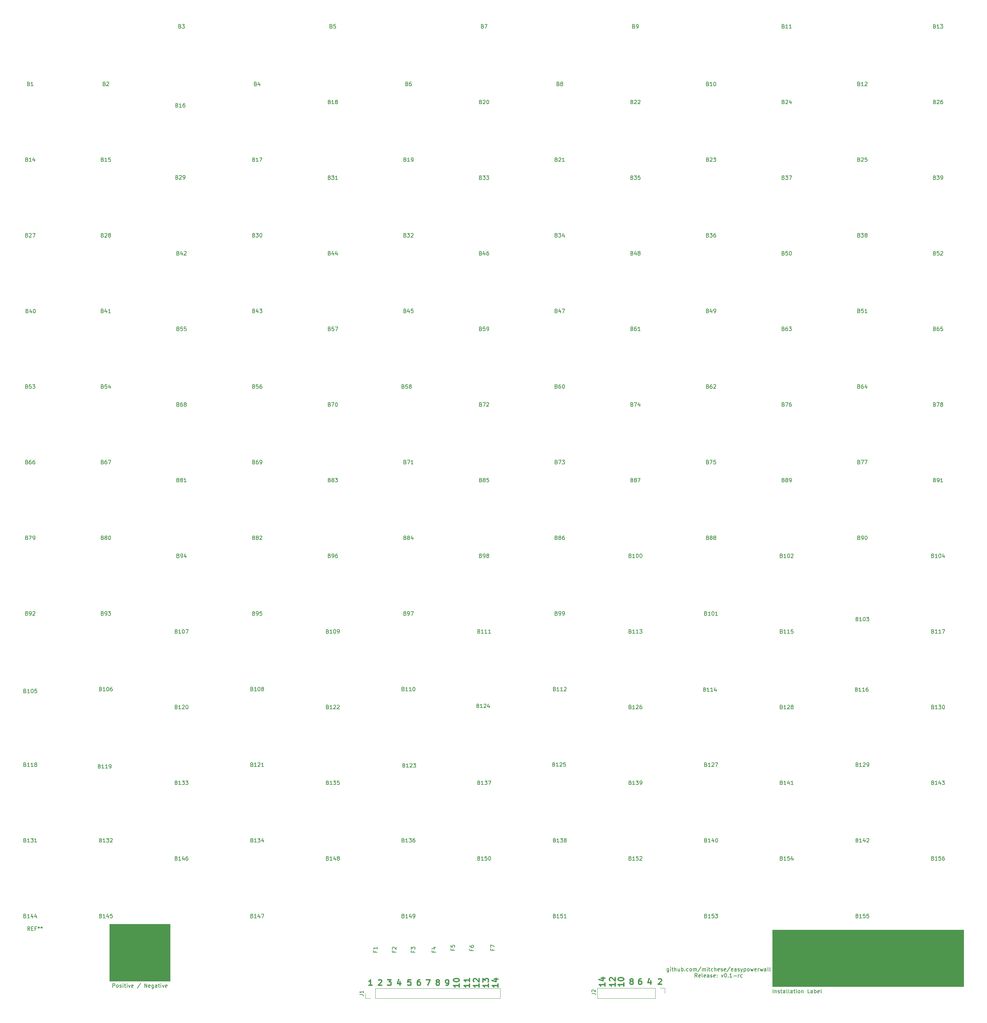
<source format=gbr>
G04 #@! TF.GenerationSoftware,KiCad,Pcbnew,(5.1.5-0-10_14)*
G04 #@! TF.CreationDate,2020-03-21T16:44:53+01:00*
G04 #@! TF.ProjectId,easypowerwall,65617379-706f-4776-9572-77616c6c2e6b,rev?*
G04 #@! TF.SameCoordinates,Original*
G04 #@! TF.FileFunction,Legend,Top*
G04 #@! TF.FilePolarity,Positive*
%FSLAX46Y46*%
G04 Gerber Fmt 4.6, Leading zero omitted, Abs format (unit mm)*
G04 Created by KiCad (PCBNEW (5.1.5-0-10_14)) date 2020-03-21 16:44:53*
%MOMM*%
%LPD*%
G04 APERTURE LIST*
%ADD10C,0.150000*%
%ADD11C,0.100000*%
%ADD12C,0.300000*%
%ADD13C,0.120000*%
G04 APERTURE END LIST*
D10*
X191833333Y-264460714D02*
X191833333Y-265270238D01*
X191785714Y-265365476D01*
X191738095Y-265413095D01*
X191642857Y-265460714D01*
X191500000Y-265460714D01*
X191404761Y-265413095D01*
X191833333Y-265079761D02*
X191738095Y-265127380D01*
X191547619Y-265127380D01*
X191452380Y-265079761D01*
X191404761Y-265032142D01*
X191357142Y-264936904D01*
X191357142Y-264651190D01*
X191404761Y-264555952D01*
X191452380Y-264508333D01*
X191547619Y-264460714D01*
X191738095Y-264460714D01*
X191833333Y-264508333D01*
X192309523Y-265127380D02*
X192309523Y-264460714D01*
X192309523Y-264127380D02*
X192261904Y-264175000D01*
X192309523Y-264222619D01*
X192357142Y-264175000D01*
X192309523Y-264127380D01*
X192309523Y-264222619D01*
X192642857Y-264460714D02*
X193023809Y-264460714D01*
X192785714Y-264127380D02*
X192785714Y-264984523D01*
X192833333Y-265079761D01*
X192928571Y-265127380D01*
X193023809Y-265127380D01*
X193357142Y-265127380D02*
X193357142Y-264127380D01*
X193785714Y-265127380D02*
X193785714Y-264603571D01*
X193738095Y-264508333D01*
X193642857Y-264460714D01*
X193500000Y-264460714D01*
X193404761Y-264508333D01*
X193357142Y-264555952D01*
X194690476Y-264460714D02*
X194690476Y-265127380D01*
X194261904Y-264460714D02*
X194261904Y-264984523D01*
X194309523Y-265079761D01*
X194404761Y-265127380D01*
X194547619Y-265127380D01*
X194642857Y-265079761D01*
X194690476Y-265032142D01*
X195166666Y-265127380D02*
X195166666Y-264127380D01*
X195166666Y-264508333D02*
X195261904Y-264460714D01*
X195452380Y-264460714D01*
X195547619Y-264508333D01*
X195595238Y-264555952D01*
X195642857Y-264651190D01*
X195642857Y-264936904D01*
X195595238Y-265032142D01*
X195547619Y-265079761D01*
X195452380Y-265127380D01*
X195261904Y-265127380D01*
X195166666Y-265079761D01*
X196071428Y-265032142D02*
X196119047Y-265079761D01*
X196071428Y-265127380D01*
X196023809Y-265079761D01*
X196071428Y-265032142D01*
X196071428Y-265127380D01*
X196976190Y-265079761D02*
X196880952Y-265127380D01*
X196690476Y-265127380D01*
X196595238Y-265079761D01*
X196547619Y-265032142D01*
X196500000Y-264936904D01*
X196500000Y-264651190D01*
X196547619Y-264555952D01*
X196595238Y-264508333D01*
X196690476Y-264460714D01*
X196880952Y-264460714D01*
X196976190Y-264508333D01*
X197547619Y-265127380D02*
X197452380Y-265079761D01*
X197404761Y-265032142D01*
X197357142Y-264936904D01*
X197357142Y-264651190D01*
X197404761Y-264555952D01*
X197452380Y-264508333D01*
X197547619Y-264460714D01*
X197690476Y-264460714D01*
X197785714Y-264508333D01*
X197833333Y-264555952D01*
X197880952Y-264651190D01*
X197880952Y-264936904D01*
X197833333Y-265032142D01*
X197785714Y-265079761D01*
X197690476Y-265127380D01*
X197547619Y-265127380D01*
X198309523Y-265127380D02*
X198309523Y-264460714D01*
X198309523Y-264555952D02*
X198357142Y-264508333D01*
X198452380Y-264460714D01*
X198595238Y-264460714D01*
X198690476Y-264508333D01*
X198738095Y-264603571D01*
X198738095Y-265127380D01*
X198738095Y-264603571D02*
X198785714Y-264508333D01*
X198880952Y-264460714D01*
X199023809Y-264460714D01*
X199119047Y-264508333D01*
X199166666Y-264603571D01*
X199166666Y-265127380D01*
X200357142Y-264079761D02*
X199500000Y-265365476D01*
X200690476Y-265127380D02*
X200690476Y-264460714D01*
X200690476Y-264555952D02*
X200738095Y-264508333D01*
X200833333Y-264460714D01*
X200976190Y-264460714D01*
X201071428Y-264508333D01*
X201119047Y-264603571D01*
X201119047Y-265127380D01*
X201119047Y-264603571D02*
X201166666Y-264508333D01*
X201261904Y-264460714D01*
X201404761Y-264460714D01*
X201500000Y-264508333D01*
X201547619Y-264603571D01*
X201547619Y-265127380D01*
X202023809Y-265127380D02*
X202023809Y-264460714D01*
X202023809Y-264127380D02*
X201976190Y-264175000D01*
X202023809Y-264222619D01*
X202071428Y-264175000D01*
X202023809Y-264127380D01*
X202023809Y-264222619D01*
X202357142Y-264460714D02*
X202738095Y-264460714D01*
X202500000Y-264127380D02*
X202500000Y-264984523D01*
X202547619Y-265079761D01*
X202642857Y-265127380D01*
X202738095Y-265127380D01*
X203500000Y-265079761D02*
X203404761Y-265127380D01*
X203214285Y-265127380D01*
X203119047Y-265079761D01*
X203071428Y-265032142D01*
X203023809Y-264936904D01*
X203023809Y-264651190D01*
X203071428Y-264555952D01*
X203119047Y-264508333D01*
X203214285Y-264460714D01*
X203404761Y-264460714D01*
X203500000Y-264508333D01*
X203928571Y-265127380D02*
X203928571Y-264127380D01*
X204357142Y-265127380D02*
X204357142Y-264603571D01*
X204309523Y-264508333D01*
X204214285Y-264460714D01*
X204071428Y-264460714D01*
X203976190Y-264508333D01*
X203928571Y-264555952D01*
X205214285Y-265079761D02*
X205119047Y-265127380D01*
X204928571Y-265127380D01*
X204833333Y-265079761D01*
X204785714Y-264984523D01*
X204785714Y-264603571D01*
X204833333Y-264508333D01*
X204928571Y-264460714D01*
X205119047Y-264460714D01*
X205214285Y-264508333D01*
X205261904Y-264603571D01*
X205261904Y-264698809D01*
X204785714Y-264794047D01*
X205642857Y-265079761D02*
X205738095Y-265127380D01*
X205928571Y-265127380D01*
X206023809Y-265079761D01*
X206071428Y-264984523D01*
X206071428Y-264936904D01*
X206023809Y-264841666D01*
X205928571Y-264794047D01*
X205785714Y-264794047D01*
X205690476Y-264746428D01*
X205642857Y-264651190D01*
X205642857Y-264603571D01*
X205690476Y-264508333D01*
X205785714Y-264460714D01*
X205928571Y-264460714D01*
X206023809Y-264508333D01*
X206880952Y-265079761D02*
X206785714Y-265127380D01*
X206595238Y-265127380D01*
X206500000Y-265079761D01*
X206452380Y-264984523D01*
X206452380Y-264603571D01*
X206500000Y-264508333D01*
X206595238Y-264460714D01*
X206785714Y-264460714D01*
X206880952Y-264508333D01*
X206928571Y-264603571D01*
X206928571Y-264698809D01*
X206452380Y-264794047D01*
X208071428Y-264079761D02*
X207214285Y-265365476D01*
X208785714Y-265079761D02*
X208690476Y-265127380D01*
X208500000Y-265127380D01*
X208404761Y-265079761D01*
X208357142Y-264984523D01*
X208357142Y-264603571D01*
X208404761Y-264508333D01*
X208500000Y-264460714D01*
X208690476Y-264460714D01*
X208785714Y-264508333D01*
X208833333Y-264603571D01*
X208833333Y-264698809D01*
X208357142Y-264794047D01*
X209690476Y-265127380D02*
X209690476Y-264603571D01*
X209642857Y-264508333D01*
X209547619Y-264460714D01*
X209357142Y-264460714D01*
X209261904Y-264508333D01*
X209690476Y-265079761D02*
X209595238Y-265127380D01*
X209357142Y-265127380D01*
X209261904Y-265079761D01*
X209214285Y-264984523D01*
X209214285Y-264889285D01*
X209261904Y-264794047D01*
X209357142Y-264746428D01*
X209595238Y-264746428D01*
X209690476Y-264698809D01*
X210119047Y-265079761D02*
X210214285Y-265127380D01*
X210404761Y-265127380D01*
X210500000Y-265079761D01*
X210547619Y-264984523D01*
X210547619Y-264936904D01*
X210500000Y-264841666D01*
X210404761Y-264794047D01*
X210261904Y-264794047D01*
X210166666Y-264746428D01*
X210119047Y-264651190D01*
X210119047Y-264603571D01*
X210166666Y-264508333D01*
X210261904Y-264460714D01*
X210404761Y-264460714D01*
X210500000Y-264508333D01*
X210880952Y-264460714D02*
X211119047Y-265127380D01*
X211357142Y-264460714D02*
X211119047Y-265127380D01*
X211023809Y-265365476D01*
X210976190Y-265413095D01*
X210880952Y-265460714D01*
X211738095Y-264460714D02*
X211738095Y-265460714D01*
X211738095Y-264508333D02*
X211833333Y-264460714D01*
X212023809Y-264460714D01*
X212119047Y-264508333D01*
X212166666Y-264555952D01*
X212214285Y-264651190D01*
X212214285Y-264936904D01*
X212166666Y-265032142D01*
X212119047Y-265079761D01*
X212023809Y-265127380D01*
X211833333Y-265127380D01*
X211738095Y-265079761D01*
X212785714Y-265127380D02*
X212690476Y-265079761D01*
X212642857Y-265032142D01*
X212595238Y-264936904D01*
X212595238Y-264651190D01*
X212642857Y-264555952D01*
X212690476Y-264508333D01*
X212785714Y-264460714D01*
X212928571Y-264460714D01*
X213023809Y-264508333D01*
X213071428Y-264555952D01*
X213119047Y-264651190D01*
X213119047Y-264936904D01*
X213071428Y-265032142D01*
X213023809Y-265079761D01*
X212928571Y-265127380D01*
X212785714Y-265127380D01*
X213452380Y-264460714D02*
X213642857Y-265127380D01*
X213833333Y-264651190D01*
X214023809Y-265127380D01*
X214214285Y-264460714D01*
X214976190Y-265079761D02*
X214880952Y-265127380D01*
X214690476Y-265127380D01*
X214595238Y-265079761D01*
X214547619Y-264984523D01*
X214547619Y-264603571D01*
X214595238Y-264508333D01*
X214690476Y-264460714D01*
X214880952Y-264460714D01*
X214976190Y-264508333D01*
X215023809Y-264603571D01*
X215023809Y-264698809D01*
X214547619Y-264794047D01*
X215452380Y-265127380D02*
X215452380Y-264460714D01*
X215452380Y-264651190D02*
X215500000Y-264555952D01*
X215547619Y-264508333D01*
X215642857Y-264460714D01*
X215738095Y-264460714D01*
X215976190Y-264460714D02*
X216166666Y-265127380D01*
X216357142Y-264651190D01*
X216547619Y-265127380D01*
X216738095Y-264460714D01*
X217547619Y-265127380D02*
X217547619Y-264603571D01*
X217500000Y-264508333D01*
X217404761Y-264460714D01*
X217214285Y-264460714D01*
X217119047Y-264508333D01*
X217547619Y-265079761D02*
X217452380Y-265127380D01*
X217214285Y-265127380D01*
X217119047Y-265079761D01*
X217071428Y-264984523D01*
X217071428Y-264889285D01*
X217119047Y-264794047D01*
X217214285Y-264746428D01*
X217452380Y-264746428D01*
X217547619Y-264698809D01*
X218166666Y-265127380D02*
X218071428Y-265079761D01*
X218023809Y-264984523D01*
X218023809Y-264127380D01*
X218690476Y-265127380D02*
X218595238Y-265079761D01*
X218547619Y-264984523D01*
X218547619Y-264127380D01*
X199357142Y-266777380D02*
X199023809Y-266301190D01*
X198785714Y-266777380D02*
X198785714Y-265777380D01*
X199166666Y-265777380D01*
X199261904Y-265825000D01*
X199309523Y-265872619D01*
X199357142Y-265967857D01*
X199357142Y-266110714D01*
X199309523Y-266205952D01*
X199261904Y-266253571D01*
X199166666Y-266301190D01*
X198785714Y-266301190D01*
X200166666Y-266729761D02*
X200071428Y-266777380D01*
X199880952Y-266777380D01*
X199785714Y-266729761D01*
X199738095Y-266634523D01*
X199738095Y-266253571D01*
X199785714Y-266158333D01*
X199880952Y-266110714D01*
X200071428Y-266110714D01*
X200166666Y-266158333D01*
X200214285Y-266253571D01*
X200214285Y-266348809D01*
X199738095Y-266444047D01*
X200785714Y-266777380D02*
X200690476Y-266729761D01*
X200642857Y-266634523D01*
X200642857Y-265777380D01*
X201547619Y-266729761D02*
X201452380Y-266777380D01*
X201261904Y-266777380D01*
X201166666Y-266729761D01*
X201119047Y-266634523D01*
X201119047Y-266253571D01*
X201166666Y-266158333D01*
X201261904Y-266110714D01*
X201452380Y-266110714D01*
X201547619Y-266158333D01*
X201595238Y-266253571D01*
X201595238Y-266348809D01*
X201119047Y-266444047D01*
X202452380Y-266777380D02*
X202452380Y-266253571D01*
X202404761Y-266158333D01*
X202309523Y-266110714D01*
X202119047Y-266110714D01*
X202023809Y-266158333D01*
X202452380Y-266729761D02*
X202357142Y-266777380D01*
X202119047Y-266777380D01*
X202023809Y-266729761D01*
X201976190Y-266634523D01*
X201976190Y-266539285D01*
X202023809Y-266444047D01*
X202119047Y-266396428D01*
X202357142Y-266396428D01*
X202452380Y-266348809D01*
X202880952Y-266729761D02*
X202976190Y-266777380D01*
X203166666Y-266777380D01*
X203261904Y-266729761D01*
X203309523Y-266634523D01*
X203309523Y-266586904D01*
X203261904Y-266491666D01*
X203166666Y-266444047D01*
X203023809Y-266444047D01*
X202928571Y-266396428D01*
X202880952Y-266301190D01*
X202880952Y-266253571D01*
X202928571Y-266158333D01*
X203023809Y-266110714D01*
X203166666Y-266110714D01*
X203261904Y-266158333D01*
X204119047Y-266729761D02*
X204023809Y-266777380D01*
X203833333Y-266777380D01*
X203738095Y-266729761D01*
X203690476Y-266634523D01*
X203690476Y-266253571D01*
X203738095Y-266158333D01*
X203833333Y-266110714D01*
X204023809Y-266110714D01*
X204119047Y-266158333D01*
X204166666Y-266253571D01*
X204166666Y-266348809D01*
X203690476Y-266444047D01*
X204595238Y-266682142D02*
X204642857Y-266729761D01*
X204595238Y-266777380D01*
X204547619Y-266729761D01*
X204595238Y-266682142D01*
X204595238Y-266777380D01*
X204595238Y-266158333D02*
X204642857Y-266205952D01*
X204595238Y-266253571D01*
X204547619Y-266205952D01*
X204595238Y-266158333D01*
X204595238Y-266253571D01*
X205738095Y-266110714D02*
X205976190Y-266777380D01*
X206214285Y-266110714D01*
X206785714Y-265777380D02*
X206880952Y-265777380D01*
X206976190Y-265825000D01*
X207023809Y-265872619D01*
X207071428Y-265967857D01*
X207119047Y-266158333D01*
X207119047Y-266396428D01*
X207071428Y-266586904D01*
X207023809Y-266682142D01*
X206976190Y-266729761D01*
X206880952Y-266777380D01*
X206785714Y-266777380D01*
X206690476Y-266729761D01*
X206642857Y-266682142D01*
X206595238Y-266586904D01*
X206547619Y-266396428D01*
X206547619Y-266158333D01*
X206595238Y-265967857D01*
X206642857Y-265872619D01*
X206690476Y-265825000D01*
X206785714Y-265777380D01*
X207547619Y-266682142D02*
X207595238Y-266729761D01*
X207547619Y-266777380D01*
X207500000Y-266729761D01*
X207547619Y-266682142D01*
X207547619Y-266777380D01*
X208547619Y-266777380D02*
X207976190Y-266777380D01*
X208261904Y-266777380D02*
X208261904Y-265777380D01*
X208166666Y-265920238D01*
X208071428Y-266015476D01*
X207976190Y-266063095D01*
X208976190Y-266396428D02*
X209738095Y-266396428D01*
X210214285Y-266777380D02*
X210214285Y-266110714D01*
X210214285Y-266301190D02*
X210261904Y-266205952D01*
X210309523Y-266158333D01*
X210404761Y-266110714D01*
X210500000Y-266110714D01*
X211261904Y-266729761D02*
X211166666Y-266777380D01*
X210976190Y-266777380D01*
X210880952Y-266729761D01*
X210833333Y-266682142D01*
X210785714Y-266586904D01*
X210785714Y-266301190D01*
X210833333Y-266205952D01*
X210880952Y-266158333D01*
X210976190Y-266110714D01*
X211166666Y-266110714D01*
X211261904Y-266158333D01*
X219369047Y-270952380D02*
X219369047Y-269952380D01*
X219845238Y-270285714D02*
X219845238Y-270952380D01*
X219845238Y-270380952D02*
X219892857Y-270333333D01*
X219988095Y-270285714D01*
X220130952Y-270285714D01*
X220226190Y-270333333D01*
X220273809Y-270428571D01*
X220273809Y-270952380D01*
X220702380Y-270904761D02*
X220797619Y-270952380D01*
X220988095Y-270952380D01*
X221083333Y-270904761D01*
X221130952Y-270809523D01*
X221130952Y-270761904D01*
X221083333Y-270666666D01*
X220988095Y-270619047D01*
X220845238Y-270619047D01*
X220750000Y-270571428D01*
X220702380Y-270476190D01*
X220702380Y-270428571D01*
X220750000Y-270333333D01*
X220845238Y-270285714D01*
X220988095Y-270285714D01*
X221083333Y-270333333D01*
X221416666Y-270285714D02*
X221797619Y-270285714D01*
X221559523Y-269952380D02*
X221559523Y-270809523D01*
X221607142Y-270904761D01*
X221702380Y-270952380D01*
X221797619Y-270952380D01*
X222559523Y-270952380D02*
X222559523Y-270428571D01*
X222511904Y-270333333D01*
X222416666Y-270285714D01*
X222226190Y-270285714D01*
X222130952Y-270333333D01*
X222559523Y-270904761D02*
X222464285Y-270952380D01*
X222226190Y-270952380D01*
X222130952Y-270904761D01*
X222083333Y-270809523D01*
X222083333Y-270714285D01*
X222130952Y-270619047D01*
X222226190Y-270571428D01*
X222464285Y-270571428D01*
X222559523Y-270523809D01*
X223178571Y-270952380D02*
X223083333Y-270904761D01*
X223035714Y-270809523D01*
X223035714Y-269952380D01*
X223702380Y-270952380D02*
X223607142Y-270904761D01*
X223559523Y-270809523D01*
X223559523Y-269952380D01*
X224511904Y-270952380D02*
X224511904Y-270428571D01*
X224464285Y-270333333D01*
X224369047Y-270285714D01*
X224178571Y-270285714D01*
X224083333Y-270333333D01*
X224511904Y-270904761D02*
X224416666Y-270952380D01*
X224178571Y-270952380D01*
X224083333Y-270904761D01*
X224035714Y-270809523D01*
X224035714Y-270714285D01*
X224083333Y-270619047D01*
X224178571Y-270571428D01*
X224416666Y-270571428D01*
X224511904Y-270523809D01*
X224845238Y-270285714D02*
X225226190Y-270285714D01*
X224988095Y-269952380D02*
X224988095Y-270809523D01*
X225035714Y-270904761D01*
X225130952Y-270952380D01*
X225226190Y-270952380D01*
X225559523Y-270952380D02*
X225559523Y-270285714D01*
X225559523Y-269952380D02*
X225511904Y-270000000D01*
X225559523Y-270047619D01*
X225607142Y-270000000D01*
X225559523Y-269952380D01*
X225559523Y-270047619D01*
X226178571Y-270952380D02*
X226083333Y-270904761D01*
X226035714Y-270857142D01*
X225988095Y-270761904D01*
X225988095Y-270476190D01*
X226035714Y-270380952D01*
X226083333Y-270333333D01*
X226178571Y-270285714D01*
X226321428Y-270285714D01*
X226416666Y-270333333D01*
X226464285Y-270380952D01*
X226511904Y-270476190D01*
X226511904Y-270761904D01*
X226464285Y-270857142D01*
X226416666Y-270904761D01*
X226321428Y-270952380D01*
X226178571Y-270952380D01*
X226940476Y-270285714D02*
X226940476Y-270952380D01*
X226940476Y-270380952D02*
X226988095Y-270333333D01*
X227083333Y-270285714D01*
X227226190Y-270285714D01*
X227321428Y-270333333D01*
X227369047Y-270428571D01*
X227369047Y-270952380D01*
X229083333Y-270952380D02*
X228607142Y-270952380D01*
X228607142Y-269952380D01*
X229845238Y-270952380D02*
X229845238Y-270428571D01*
X229797619Y-270333333D01*
X229702380Y-270285714D01*
X229511904Y-270285714D01*
X229416666Y-270333333D01*
X229845238Y-270904761D02*
X229750000Y-270952380D01*
X229511904Y-270952380D01*
X229416666Y-270904761D01*
X229369047Y-270809523D01*
X229369047Y-270714285D01*
X229416666Y-270619047D01*
X229511904Y-270571428D01*
X229750000Y-270571428D01*
X229845238Y-270523809D01*
X230321428Y-270952380D02*
X230321428Y-269952380D01*
X230321428Y-270333333D02*
X230416666Y-270285714D01*
X230607142Y-270285714D01*
X230702380Y-270333333D01*
X230750000Y-270380952D01*
X230797619Y-270476190D01*
X230797619Y-270761904D01*
X230750000Y-270857142D01*
X230702380Y-270904761D01*
X230607142Y-270952380D01*
X230416666Y-270952380D01*
X230321428Y-270904761D01*
X231607142Y-270904761D02*
X231511904Y-270952380D01*
X231321428Y-270952380D01*
X231226190Y-270904761D01*
X231178571Y-270809523D01*
X231178571Y-270428571D01*
X231226190Y-270333333D01*
X231321428Y-270285714D01*
X231511904Y-270285714D01*
X231607142Y-270333333D01*
X231654761Y-270428571D01*
X231654761Y-270523809D01*
X231178571Y-270619047D01*
X232226190Y-270952380D02*
X232130952Y-270904761D01*
X232083333Y-270809523D01*
X232083333Y-269952380D01*
D11*
G36*
X269750000Y-269250000D02*
G01*
X219250000Y-269250000D01*
X219250000Y-254250000D01*
X269750000Y-254250000D01*
X269750000Y-269250000D01*
G37*
X269750000Y-269250000D02*
X219250000Y-269250000D01*
X219250000Y-254250000D01*
X269750000Y-254250000D01*
X269750000Y-269250000D01*
D10*
X44833333Y-269452380D02*
X44833333Y-268452380D01*
X45214285Y-268452380D01*
X45309523Y-268500000D01*
X45357142Y-268547619D01*
X45404761Y-268642857D01*
X45404761Y-268785714D01*
X45357142Y-268880952D01*
X45309523Y-268928571D01*
X45214285Y-268976190D01*
X44833333Y-268976190D01*
X45976190Y-269452380D02*
X45880952Y-269404761D01*
X45833333Y-269357142D01*
X45785714Y-269261904D01*
X45785714Y-268976190D01*
X45833333Y-268880952D01*
X45880952Y-268833333D01*
X45976190Y-268785714D01*
X46119047Y-268785714D01*
X46214285Y-268833333D01*
X46261904Y-268880952D01*
X46309523Y-268976190D01*
X46309523Y-269261904D01*
X46261904Y-269357142D01*
X46214285Y-269404761D01*
X46119047Y-269452380D01*
X45976190Y-269452380D01*
X46690476Y-269404761D02*
X46785714Y-269452380D01*
X46976190Y-269452380D01*
X47071428Y-269404761D01*
X47119047Y-269309523D01*
X47119047Y-269261904D01*
X47071428Y-269166666D01*
X46976190Y-269119047D01*
X46833333Y-269119047D01*
X46738095Y-269071428D01*
X46690476Y-268976190D01*
X46690476Y-268928571D01*
X46738095Y-268833333D01*
X46833333Y-268785714D01*
X46976190Y-268785714D01*
X47071428Y-268833333D01*
X47547619Y-269452380D02*
X47547619Y-268785714D01*
X47547619Y-268452380D02*
X47500000Y-268500000D01*
X47547619Y-268547619D01*
X47595238Y-268500000D01*
X47547619Y-268452380D01*
X47547619Y-268547619D01*
X47880952Y-268785714D02*
X48261904Y-268785714D01*
X48023809Y-268452380D02*
X48023809Y-269309523D01*
X48071428Y-269404761D01*
X48166666Y-269452380D01*
X48261904Y-269452380D01*
X48595238Y-269452380D02*
X48595238Y-268785714D01*
X48595238Y-268452380D02*
X48547619Y-268500000D01*
X48595238Y-268547619D01*
X48642857Y-268500000D01*
X48595238Y-268452380D01*
X48595238Y-268547619D01*
X48976190Y-268785714D02*
X49214285Y-269452380D01*
X49452380Y-268785714D01*
X50214285Y-269404761D02*
X50119047Y-269452380D01*
X49928571Y-269452380D01*
X49833333Y-269404761D01*
X49785714Y-269309523D01*
X49785714Y-268928571D01*
X49833333Y-268833333D01*
X49928571Y-268785714D01*
X50119047Y-268785714D01*
X50214285Y-268833333D01*
X50261904Y-268928571D01*
X50261904Y-269023809D01*
X49785714Y-269119047D01*
X52166666Y-268404761D02*
X51309523Y-269690476D01*
X53261904Y-269452380D02*
X53261904Y-268452380D01*
X53833333Y-269452380D01*
X53833333Y-268452380D01*
X54690476Y-269404761D02*
X54595238Y-269452380D01*
X54404761Y-269452380D01*
X54309523Y-269404761D01*
X54261904Y-269309523D01*
X54261904Y-268928571D01*
X54309523Y-268833333D01*
X54404761Y-268785714D01*
X54595238Y-268785714D01*
X54690476Y-268833333D01*
X54738095Y-268928571D01*
X54738095Y-269023809D01*
X54261904Y-269119047D01*
X55595238Y-268785714D02*
X55595238Y-269595238D01*
X55547619Y-269690476D01*
X55500000Y-269738095D01*
X55404761Y-269785714D01*
X55261904Y-269785714D01*
X55166666Y-269738095D01*
X55595238Y-269404761D02*
X55500000Y-269452380D01*
X55309523Y-269452380D01*
X55214285Y-269404761D01*
X55166666Y-269357142D01*
X55119047Y-269261904D01*
X55119047Y-268976190D01*
X55166666Y-268880952D01*
X55214285Y-268833333D01*
X55309523Y-268785714D01*
X55500000Y-268785714D01*
X55595238Y-268833333D01*
X56500000Y-269452380D02*
X56500000Y-268928571D01*
X56452380Y-268833333D01*
X56357142Y-268785714D01*
X56166666Y-268785714D01*
X56071428Y-268833333D01*
X56500000Y-269404761D02*
X56404761Y-269452380D01*
X56166666Y-269452380D01*
X56071428Y-269404761D01*
X56023809Y-269309523D01*
X56023809Y-269214285D01*
X56071428Y-269119047D01*
X56166666Y-269071428D01*
X56404761Y-269071428D01*
X56500000Y-269023809D01*
X56833333Y-268785714D02*
X57214285Y-268785714D01*
X56976190Y-268452380D02*
X56976190Y-269309523D01*
X57023809Y-269404761D01*
X57119047Y-269452380D01*
X57214285Y-269452380D01*
X57547619Y-269452380D02*
X57547619Y-268785714D01*
X57547619Y-268452380D02*
X57500000Y-268500000D01*
X57547619Y-268547619D01*
X57595238Y-268500000D01*
X57547619Y-268452380D01*
X57547619Y-268547619D01*
X57928571Y-268785714D02*
X58166666Y-269452380D01*
X58404761Y-268785714D01*
X59166666Y-269404761D02*
X59071428Y-269452380D01*
X58880952Y-269452380D01*
X58785714Y-269404761D01*
X58738095Y-269309523D01*
X58738095Y-268928571D01*
X58785714Y-268833333D01*
X58880952Y-268785714D01*
X59071428Y-268785714D01*
X59166666Y-268833333D01*
X59214285Y-268928571D01*
X59214285Y-269023809D01*
X58738095Y-269119047D01*
D11*
G36*
X60000000Y-267750000D02*
G01*
X44000000Y-267750000D01*
X44000000Y-252750000D01*
X60000000Y-252750000D01*
X60000000Y-267750000D01*
G37*
X60000000Y-267750000D02*
X44000000Y-267750000D01*
X44000000Y-252750000D01*
X60000000Y-252750000D01*
X60000000Y-267750000D01*
D12*
X146678571Y-268535714D02*
X146678571Y-269392857D01*
X146678571Y-268964285D02*
X145178571Y-268964285D01*
X145392857Y-269107142D01*
X145535714Y-269250000D01*
X145607142Y-269392857D01*
X145678571Y-267250000D02*
X146678571Y-267250000D01*
X145107142Y-267607142D02*
X146178571Y-267964285D01*
X146178571Y-267035714D01*
X144178571Y-268535714D02*
X144178571Y-269392857D01*
X144178571Y-268964285D02*
X142678571Y-268964285D01*
X142892857Y-269107142D01*
X143035714Y-269250000D01*
X143107142Y-269392857D01*
X142678571Y-268035714D02*
X142678571Y-267107142D01*
X143250000Y-267607142D01*
X143250000Y-267392857D01*
X143321428Y-267250000D01*
X143392857Y-267178571D01*
X143535714Y-267107142D01*
X143892857Y-267107142D01*
X144035714Y-267178571D01*
X144107142Y-267250000D01*
X144178571Y-267392857D01*
X144178571Y-267821428D01*
X144107142Y-267964285D01*
X144035714Y-268035714D01*
X141678571Y-268535714D02*
X141678571Y-269392857D01*
X141678571Y-268964285D02*
X140178571Y-268964285D01*
X140392857Y-269107142D01*
X140535714Y-269250000D01*
X140607142Y-269392857D01*
X140321428Y-267964285D02*
X140250000Y-267892857D01*
X140178571Y-267750000D01*
X140178571Y-267392857D01*
X140250000Y-267250000D01*
X140321428Y-267178571D01*
X140464285Y-267107142D01*
X140607142Y-267107142D01*
X140821428Y-267178571D01*
X141678571Y-268035714D01*
X141678571Y-267107142D01*
X139178571Y-268535714D02*
X139178571Y-269392857D01*
X139178571Y-268964285D02*
X137678571Y-268964285D01*
X137892857Y-269107142D01*
X138035714Y-269250000D01*
X138107142Y-269392857D01*
X139178571Y-267107142D02*
X139178571Y-267964285D01*
X139178571Y-267535714D02*
X137678571Y-267535714D01*
X137892857Y-267678571D01*
X138035714Y-267821428D01*
X138107142Y-267964285D01*
X136428571Y-268535714D02*
X136428571Y-269392857D01*
X136428571Y-268964285D02*
X134928571Y-268964285D01*
X135142857Y-269107142D01*
X135285714Y-269250000D01*
X135357142Y-269392857D01*
X134928571Y-267607142D02*
X134928571Y-267464285D01*
X135000000Y-267321428D01*
X135071428Y-267250000D01*
X135214285Y-267178571D01*
X135500000Y-267107142D01*
X135857142Y-267107142D01*
X136142857Y-267178571D01*
X136285714Y-267250000D01*
X136357142Y-267321428D01*
X136428571Y-267464285D01*
X136428571Y-267607142D01*
X136357142Y-267750000D01*
X136285714Y-267821428D01*
X136142857Y-267892857D01*
X135857142Y-267964285D01*
X135500000Y-267964285D01*
X135214285Y-267892857D01*
X135071428Y-267821428D01*
X135000000Y-267750000D01*
X134928571Y-267607142D01*
X132964285Y-268928571D02*
X133250000Y-268928571D01*
X133392857Y-268857142D01*
X133464285Y-268785714D01*
X133607142Y-268571428D01*
X133678571Y-268285714D01*
X133678571Y-267714285D01*
X133607142Y-267571428D01*
X133535714Y-267500000D01*
X133392857Y-267428571D01*
X133107142Y-267428571D01*
X132964285Y-267500000D01*
X132892857Y-267571428D01*
X132821428Y-267714285D01*
X132821428Y-268071428D01*
X132892857Y-268214285D01*
X132964285Y-268285714D01*
X133107142Y-268357142D01*
X133392857Y-268357142D01*
X133535714Y-268285714D01*
X133607142Y-268214285D01*
X133678571Y-268071428D01*
X130607142Y-268071428D02*
X130464285Y-268000000D01*
X130392857Y-267928571D01*
X130321428Y-267785714D01*
X130321428Y-267714285D01*
X130392857Y-267571428D01*
X130464285Y-267500000D01*
X130607142Y-267428571D01*
X130892857Y-267428571D01*
X131035714Y-267500000D01*
X131107142Y-267571428D01*
X131178571Y-267714285D01*
X131178571Y-267785714D01*
X131107142Y-267928571D01*
X131035714Y-268000000D01*
X130892857Y-268071428D01*
X130607142Y-268071428D01*
X130464285Y-268142857D01*
X130392857Y-268214285D01*
X130321428Y-268357142D01*
X130321428Y-268642857D01*
X130392857Y-268785714D01*
X130464285Y-268857142D01*
X130607142Y-268928571D01*
X130892857Y-268928571D01*
X131035714Y-268857142D01*
X131107142Y-268785714D01*
X131178571Y-268642857D01*
X131178571Y-268357142D01*
X131107142Y-268214285D01*
X131035714Y-268142857D01*
X130892857Y-268071428D01*
X127750000Y-267428571D02*
X128750000Y-267428571D01*
X128107142Y-268928571D01*
X126035714Y-267428571D02*
X125750000Y-267428571D01*
X125607142Y-267500000D01*
X125535714Y-267571428D01*
X125392857Y-267785714D01*
X125321428Y-268071428D01*
X125321428Y-268642857D01*
X125392857Y-268785714D01*
X125464285Y-268857142D01*
X125607142Y-268928571D01*
X125892857Y-268928571D01*
X126035714Y-268857142D01*
X126107142Y-268785714D01*
X126178571Y-268642857D01*
X126178571Y-268285714D01*
X126107142Y-268142857D01*
X126035714Y-268071428D01*
X125892857Y-268000000D01*
X125607142Y-268000000D01*
X125464285Y-268071428D01*
X125392857Y-268142857D01*
X125321428Y-268285714D01*
X123607142Y-267428571D02*
X122892857Y-267428571D01*
X122821428Y-268142857D01*
X122892857Y-268071428D01*
X123035714Y-268000000D01*
X123392857Y-268000000D01*
X123535714Y-268071428D01*
X123607142Y-268142857D01*
X123678571Y-268285714D01*
X123678571Y-268642857D01*
X123607142Y-268785714D01*
X123535714Y-268857142D01*
X123392857Y-268928571D01*
X123035714Y-268928571D01*
X122892857Y-268857142D01*
X122821428Y-268785714D01*
X120785714Y-267928571D02*
X120785714Y-268928571D01*
X120428571Y-267357142D02*
X120071428Y-268428571D01*
X121000000Y-268428571D01*
X117500000Y-267428571D02*
X118428571Y-267428571D01*
X117928571Y-268000000D01*
X118142857Y-268000000D01*
X118285714Y-268071428D01*
X118357142Y-268142857D01*
X118428571Y-268285714D01*
X118428571Y-268642857D01*
X118357142Y-268785714D01*
X118285714Y-268857142D01*
X118142857Y-268928571D01*
X117714285Y-268928571D01*
X117571428Y-268857142D01*
X117500000Y-268785714D01*
X113428571Y-268928571D02*
X112571428Y-268928571D01*
X113000000Y-268928571D02*
X113000000Y-267428571D01*
X112857142Y-267642857D01*
X112714285Y-267785714D01*
X112571428Y-267857142D01*
X115071428Y-267571428D02*
X115142857Y-267500000D01*
X115285714Y-267428571D01*
X115642857Y-267428571D01*
X115785714Y-267500000D01*
X115857142Y-267571428D01*
X115928571Y-267714285D01*
X115928571Y-267857142D01*
X115857142Y-268071428D01*
X115000000Y-268928571D01*
X115928571Y-268928571D01*
X174928571Y-268285714D02*
X174928571Y-269142857D01*
X174928571Y-268714285D02*
X173428571Y-268714285D01*
X173642857Y-268857142D01*
X173785714Y-269000000D01*
X173857142Y-269142857D01*
X173928571Y-267000000D02*
X174928571Y-267000000D01*
X173357142Y-267357142D02*
X174428571Y-267714285D01*
X174428571Y-266785714D01*
X177678571Y-268285714D02*
X177678571Y-269142857D01*
X177678571Y-268714285D02*
X176178571Y-268714285D01*
X176392857Y-268857142D01*
X176535714Y-269000000D01*
X176607142Y-269142857D01*
X176321428Y-267714285D02*
X176250000Y-267642857D01*
X176178571Y-267500000D01*
X176178571Y-267142857D01*
X176250000Y-267000000D01*
X176321428Y-266928571D01*
X176464285Y-266857142D01*
X176607142Y-266857142D01*
X176821428Y-266928571D01*
X177678571Y-267785714D01*
X177678571Y-266857142D01*
X179928571Y-268285714D02*
X179928571Y-269142857D01*
X179928571Y-268714285D02*
X178428571Y-268714285D01*
X178642857Y-268857142D01*
X178785714Y-269000000D01*
X178857142Y-269142857D01*
X178428571Y-267357142D02*
X178428571Y-267214285D01*
X178500000Y-267071428D01*
X178571428Y-267000000D01*
X178714285Y-266928571D01*
X179000000Y-266857142D01*
X179357142Y-266857142D01*
X179642857Y-266928571D01*
X179785714Y-267000000D01*
X179857142Y-267071428D01*
X179928571Y-267214285D01*
X179928571Y-267357142D01*
X179857142Y-267500000D01*
X179785714Y-267571428D01*
X179642857Y-267642857D01*
X179357142Y-267714285D01*
X179000000Y-267714285D01*
X178714285Y-267642857D01*
X178571428Y-267571428D01*
X178500000Y-267500000D01*
X178428571Y-267357142D01*
X181857142Y-267821428D02*
X181714285Y-267750000D01*
X181642857Y-267678571D01*
X181571428Y-267535714D01*
X181571428Y-267464285D01*
X181642857Y-267321428D01*
X181714285Y-267250000D01*
X181857142Y-267178571D01*
X182142857Y-267178571D01*
X182285714Y-267250000D01*
X182357142Y-267321428D01*
X182428571Y-267464285D01*
X182428571Y-267535714D01*
X182357142Y-267678571D01*
X182285714Y-267750000D01*
X182142857Y-267821428D01*
X181857142Y-267821428D01*
X181714285Y-267892857D01*
X181642857Y-267964285D01*
X181571428Y-268107142D01*
X181571428Y-268392857D01*
X181642857Y-268535714D01*
X181714285Y-268607142D01*
X181857142Y-268678571D01*
X182142857Y-268678571D01*
X182285714Y-268607142D01*
X182357142Y-268535714D01*
X182428571Y-268392857D01*
X182428571Y-268107142D01*
X182357142Y-267964285D01*
X182285714Y-267892857D01*
X182142857Y-267821428D01*
X184535714Y-267178571D02*
X184250000Y-267178571D01*
X184107142Y-267250000D01*
X184035714Y-267321428D01*
X183892857Y-267535714D01*
X183821428Y-267821428D01*
X183821428Y-268392857D01*
X183892857Y-268535714D01*
X183964285Y-268607142D01*
X184107142Y-268678571D01*
X184392857Y-268678571D01*
X184535714Y-268607142D01*
X184607142Y-268535714D01*
X184678571Y-268392857D01*
X184678571Y-268035714D01*
X184607142Y-267892857D01*
X184535714Y-267821428D01*
X184392857Y-267750000D01*
X184107142Y-267750000D01*
X183964285Y-267821428D01*
X183892857Y-267892857D01*
X183821428Y-268035714D01*
X187035714Y-267678571D02*
X187035714Y-268678571D01*
X186678571Y-267107142D02*
X186321428Y-268178571D01*
X187250000Y-268178571D01*
X189071428Y-267321428D02*
X189142857Y-267250000D01*
X189285714Y-267178571D01*
X189642857Y-267178571D01*
X189785714Y-267250000D01*
X189857142Y-267321428D01*
X189928571Y-267464285D01*
X189928571Y-267607142D01*
X189857142Y-267821428D01*
X189000000Y-268678571D01*
X189928571Y-268678571D01*
D13*
X190830000Y-269670000D02*
X190830000Y-271000000D01*
X189500000Y-269670000D02*
X190830000Y-269670000D01*
X188230000Y-269670000D02*
X188230000Y-272330000D01*
X188230000Y-272330000D02*
X172930000Y-272330000D01*
X188230000Y-269670000D02*
X172930000Y-269670000D01*
X172930000Y-269670000D02*
X172930000Y-272330000D01*
X111630000Y-272380000D02*
X111630000Y-271050000D01*
X112960000Y-272380000D02*
X111630000Y-272380000D01*
X114230000Y-272380000D02*
X114230000Y-269720000D01*
X114230000Y-269720000D02*
X147310000Y-269720000D01*
X114230000Y-272380000D02*
X147310000Y-272380000D01*
X147310000Y-272380000D02*
X147310000Y-269720000D01*
D10*
X22916666Y-254402380D02*
X22583333Y-253926190D01*
X22345238Y-254402380D02*
X22345238Y-253402380D01*
X22726190Y-253402380D01*
X22821428Y-253450000D01*
X22869047Y-253497619D01*
X22916666Y-253592857D01*
X22916666Y-253735714D01*
X22869047Y-253830952D01*
X22821428Y-253878571D01*
X22726190Y-253926190D01*
X22345238Y-253926190D01*
X23345238Y-253878571D02*
X23678571Y-253878571D01*
X23821428Y-254402380D02*
X23345238Y-254402380D01*
X23345238Y-253402380D01*
X23821428Y-253402380D01*
X24583333Y-253878571D02*
X24250000Y-253878571D01*
X24250000Y-254402380D02*
X24250000Y-253402380D01*
X24726190Y-253402380D01*
X25250000Y-253402380D02*
X25250000Y-253640476D01*
X25011904Y-253545238D02*
X25250000Y-253640476D01*
X25488095Y-253545238D01*
X25107142Y-253830952D02*
X25250000Y-253640476D01*
X25392857Y-253830952D01*
X26011904Y-253402380D02*
X26011904Y-253640476D01*
X25773809Y-253545238D02*
X26011904Y-253640476D01*
X26250000Y-253545238D01*
X25869047Y-253830952D02*
X26011904Y-253640476D01*
X26154761Y-253830952D01*
X145198571Y-259333333D02*
X145198571Y-259666666D01*
X145722380Y-259666666D02*
X144722380Y-259666666D01*
X144722380Y-259190476D01*
X144722380Y-258904761D02*
X144722380Y-258238095D01*
X145722380Y-258666666D01*
X139698571Y-259373333D02*
X139698571Y-259706666D01*
X140222380Y-259706666D02*
X139222380Y-259706666D01*
X139222380Y-259230476D01*
X139222380Y-258420952D02*
X139222380Y-258611428D01*
X139270000Y-258706666D01*
X139317619Y-258754285D01*
X139460476Y-258849523D01*
X139650952Y-258897142D01*
X140031904Y-258897142D01*
X140127142Y-258849523D01*
X140174761Y-258801904D01*
X140222380Y-258706666D01*
X140222380Y-258516190D01*
X140174761Y-258420952D01*
X140127142Y-258373333D01*
X140031904Y-258325714D01*
X139793809Y-258325714D01*
X139698571Y-258373333D01*
X139650952Y-258420952D01*
X139603333Y-258516190D01*
X139603333Y-258706666D01*
X139650952Y-258801904D01*
X139698571Y-258849523D01*
X139793809Y-258897142D01*
X134698571Y-259333333D02*
X134698571Y-259666666D01*
X135222380Y-259666666D02*
X134222380Y-259666666D01*
X134222380Y-259190476D01*
X134222380Y-258333333D02*
X134222380Y-258809523D01*
X134698571Y-258857142D01*
X134650952Y-258809523D01*
X134603333Y-258714285D01*
X134603333Y-258476190D01*
X134650952Y-258380952D01*
X134698571Y-258333333D01*
X134793809Y-258285714D01*
X135031904Y-258285714D01*
X135127142Y-258333333D01*
X135174761Y-258380952D01*
X135222380Y-258476190D01*
X135222380Y-258714285D01*
X135174761Y-258809523D01*
X135127142Y-258857142D01*
X129698571Y-259833333D02*
X129698571Y-260166666D01*
X130222380Y-260166666D02*
X129222380Y-260166666D01*
X129222380Y-259690476D01*
X129555714Y-258880952D02*
X130222380Y-258880952D01*
X129174761Y-259119047D02*
X129889047Y-259357142D01*
X129889047Y-258738095D01*
X124198571Y-259833333D02*
X124198571Y-260166666D01*
X124722380Y-260166666D02*
X123722380Y-260166666D01*
X123722380Y-259690476D01*
X123722380Y-259404761D02*
X123722380Y-258785714D01*
X124103333Y-259119047D01*
X124103333Y-258976190D01*
X124150952Y-258880952D01*
X124198571Y-258833333D01*
X124293809Y-258785714D01*
X124531904Y-258785714D01*
X124627142Y-258833333D01*
X124674761Y-258880952D01*
X124722380Y-258976190D01*
X124722380Y-259261904D01*
X124674761Y-259357142D01*
X124627142Y-259404761D01*
X119198571Y-259833333D02*
X119198571Y-260166666D01*
X119722380Y-260166666D02*
X118722380Y-260166666D01*
X118722380Y-259690476D01*
X118817619Y-259357142D02*
X118770000Y-259309523D01*
X118722380Y-259214285D01*
X118722380Y-258976190D01*
X118770000Y-258880952D01*
X118817619Y-258833333D01*
X118912857Y-258785714D01*
X119008095Y-258785714D01*
X119150952Y-258833333D01*
X119722380Y-259404761D01*
X119722380Y-258785714D01*
X114198571Y-259833333D02*
X114198571Y-260166666D01*
X114722380Y-260166666D02*
X113722380Y-260166666D01*
X113722380Y-259690476D01*
X114722380Y-258785714D02*
X114722380Y-259357142D01*
X114722380Y-259071428D02*
X113722380Y-259071428D01*
X113865238Y-259166666D01*
X113960476Y-259261904D01*
X114008095Y-259357142D01*
X22595238Y-30548571D02*
X22738095Y-30596190D01*
X22785714Y-30643809D01*
X22833333Y-30739047D01*
X22833333Y-30881904D01*
X22785714Y-30977142D01*
X22738095Y-31024761D01*
X22642857Y-31072380D01*
X22261904Y-31072380D01*
X22261904Y-30072380D01*
X22595238Y-30072380D01*
X22690476Y-30120000D01*
X22738095Y-30167619D01*
X22785714Y-30262857D01*
X22785714Y-30358095D01*
X22738095Y-30453333D01*
X22690476Y-30500952D01*
X22595238Y-30548571D01*
X22261904Y-30548571D01*
X23785714Y-31072380D02*
X23214285Y-31072380D01*
X23500000Y-31072380D02*
X23500000Y-30072380D01*
X23404761Y-30215238D01*
X23309523Y-30310476D01*
X23214285Y-30358095D01*
X261642857Y-235308571D02*
X261785714Y-235356190D01*
X261833333Y-235403809D01*
X261880952Y-235499047D01*
X261880952Y-235641904D01*
X261833333Y-235737142D01*
X261785714Y-235784761D01*
X261690476Y-235832380D01*
X261309523Y-235832380D01*
X261309523Y-234832380D01*
X261642857Y-234832380D01*
X261738095Y-234880000D01*
X261785714Y-234927619D01*
X261833333Y-235022857D01*
X261833333Y-235118095D01*
X261785714Y-235213333D01*
X261738095Y-235260952D01*
X261642857Y-235308571D01*
X261309523Y-235308571D01*
X262833333Y-235832380D02*
X262261904Y-235832380D01*
X262547619Y-235832380D02*
X262547619Y-234832380D01*
X262452380Y-234975238D01*
X262357142Y-235070476D01*
X262261904Y-235118095D01*
X263738095Y-234832380D02*
X263261904Y-234832380D01*
X263214285Y-235308571D01*
X263261904Y-235260952D01*
X263357142Y-235213333D01*
X263595238Y-235213333D01*
X263690476Y-235260952D01*
X263738095Y-235308571D01*
X263785714Y-235403809D01*
X263785714Y-235641904D01*
X263738095Y-235737142D01*
X263690476Y-235784761D01*
X263595238Y-235832380D01*
X263357142Y-235832380D01*
X263261904Y-235784761D01*
X263214285Y-235737142D01*
X264642857Y-234832380D02*
X264452380Y-234832380D01*
X264357142Y-234880000D01*
X264309523Y-234927619D01*
X264214285Y-235070476D01*
X264166666Y-235260952D01*
X264166666Y-235641904D01*
X264214285Y-235737142D01*
X264261904Y-235784761D01*
X264357142Y-235832380D01*
X264547619Y-235832380D01*
X264642857Y-235784761D01*
X264690476Y-235737142D01*
X264738095Y-235641904D01*
X264738095Y-235403809D01*
X264690476Y-235308571D01*
X264642857Y-235260952D01*
X264547619Y-235213333D01*
X264357142Y-235213333D01*
X264261904Y-235260952D01*
X264214285Y-235308571D01*
X264166666Y-235403809D01*
X241642857Y-250548571D02*
X241785714Y-250596190D01*
X241833333Y-250643809D01*
X241880952Y-250739047D01*
X241880952Y-250881904D01*
X241833333Y-250977142D01*
X241785714Y-251024761D01*
X241690476Y-251072380D01*
X241309523Y-251072380D01*
X241309523Y-250072380D01*
X241642857Y-250072380D01*
X241738095Y-250120000D01*
X241785714Y-250167619D01*
X241833333Y-250262857D01*
X241833333Y-250358095D01*
X241785714Y-250453333D01*
X241738095Y-250500952D01*
X241642857Y-250548571D01*
X241309523Y-250548571D01*
X242833333Y-251072380D02*
X242261904Y-251072380D01*
X242547619Y-251072380D02*
X242547619Y-250072380D01*
X242452380Y-250215238D01*
X242357142Y-250310476D01*
X242261904Y-250358095D01*
X243738095Y-250072380D02*
X243261904Y-250072380D01*
X243214285Y-250548571D01*
X243261904Y-250500952D01*
X243357142Y-250453333D01*
X243595238Y-250453333D01*
X243690476Y-250500952D01*
X243738095Y-250548571D01*
X243785714Y-250643809D01*
X243785714Y-250881904D01*
X243738095Y-250977142D01*
X243690476Y-251024761D01*
X243595238Y-251072380D01*
X243357142Y-251072380D01*
X243261904Y-251024761D01*
X243214285Y-250977142D01*
X244690476Y-250072380D02*
X244214285Y-250072380D01*
X244166666Y-250548571D01*
X244214285Y-250500952D01*
X244309523Y-250453333D01*
X244547619Y-250453333D01*
X244642857Y-250500952D01*
X244690476Y-250548571D01*
X244738095Y-250643809D01*
X244738095Y-250881904D01*
X244690476Y-250977142D01*
X244642857Y-251024761D01*
X244547619Y-251072380D01*
X244309523Y-251072380D01*
X244214285Y-251024761D01*
X244166666Y-250977142D01*
X221642857Y-235308571D02*
X221785714Y-235356190D01*
X221833333Y-235403809D01*
X221880952Y-235499047D01*
X221880952Y-235641904D01*
X221833333Y-235737142D01*
X221785714Y-235784761D01*
X221690476Y-235832380D01*
X221309523Y-235832380D01*
X221309523Y-234832380D01*
X221642857Y-234832380D01*
X221738095Y-234880000D01*
X221785714Y-234927619D01*
X221833333Y-235022857D01*
X221833333Y-235118095D01*
X221785714Y-235213333D01*
X221738095Y-235260952D01*
X221642857Y-235308571D01*
X221309523Y-235308571D01*
X222833333Y-235832380D02*
X222261904Y-235832380D01*
X222547619Y-235832380D02*
X222547619Y-234832380D01*
X222452380Y-234975238D01*
X222357142Y-235070476D01*
X222261904Y-235118095D01*
X223738095Y-234832380D02*
X223261904Y-234832380D01*
X223214285Y-235308571D01*
X223261904Y-235260952D01*
X223357142Y-235213333D01*
X223595238Y-235213333D01*
X223690476Y-235260952D01*
X223738095Y-235308571D01*
X223785714Y-235403809D01*
X223785714Y-235641904D01*
X223738095Y-235737142D01*
X223690476Y-235784761D01*
X223595238Y-235832380D01*
X223357142Y-235832380D01*
X223261904Y-235784761D01*
X223214285Y-235737142D01*
X224642857Y-235165714D02*
X224642857Y-235832380D01*
X224404761Y-234784761D02*
X224166666Y-235499047D01*
X224785714Y-235499047D01*
X201642857Y-250548571D02*
X201785714Y-250596190D01*
X201833333Y-250643809D01*
X201880952Y-250739047D01*
X201880952Y-250881904D01*
X201833333Y-250977142D01*
X201785714Y-251024761D01*
X201690476Y-251072380D01*
X201309523Y-251072380D01*
X201309523Y-250072380D01*
X201642857Y-250072380D01*
X201738095Y-250120000D01*
X201785714Y-250167619D01*
X201833333Y-250262857D01*
X201833333Y-250358095D01*
X201785714Y-250453333D01*
X201738095Y-250500952D01*
X201642857Y-250548571D01*
X201309523Y-250548571D01*
X202833333Y-251072380D02*
X202261904Y-251072380D01*
X202547619Y-251072380D02*
X202547619Y-250072380D01*
X202452380Y-250215238D01*
X202357142Y-250310476D01*
X202261904Y-250358095D01*
X203738095Y-250072380D02*
X203261904Y-250072380D01*
X203214285Y-250548571D01*
X203261904Y-250500952D01*
X203357142Y-250453333D01*
X203595238Y-250453333D01*
X203690476Y-250500952D01*
X203738095Y-250548571D01*
X203785714Y-250643809D01*
X203785714Y-250881904D01*
X203738095Y-250977142D01*
X203690476Y-251024761D01*
X203595238Y-251072380D01*
X203357142Y-251072380D01*
X203261904Y-251024761D01*
X203214285Y-250977142D01*
X204119047Y-250072380D02*
X204738095Y-250072380D01*
X204404761Y-250453333D01*
X204547619Y-250453333D01*
X204642857Y-250500952D01*
X204690476Y-250548571D01*
X204738095Y-250643809D01*
X204738095Y-250881904D01*
X204690476Y-250977142D01*
X204642857Y-251024761D01*
X204547619Y-251072380D01*
X204261904Y-251072380D01*
X204166666Y-251024761D01*
X204119047Y-250977142D01*
X181642857Y-235308571D02*
X181785714Y-235356190D01*
X181833333Y-235403809D01*
X181880952Y-235499047D01*
X181880952Y-235641904D01*
X181833333Y-235737142D01*
X181785714Y-235784761D01*
X181690476Y-235832380D01*
X181309523Y-235832380D01*
X181309523Y-234832380D01*
X181642857Y-234832380D01*
X181738095Y-234880000D01*
X181785714Y-234927619D01*
X181833333Y-235022857D01*
X181833333Y-235118095D01*
X181785714Y-235213333D01*
X181738095Y-235260952D01*
X181642857Y-235308571D01*
X181309523Y-235308571D01*
X182833333Y-235832380D02*
X182261904Y-235832380D01*
X182547619Y-235832380D02*
X182547619Y-234832380D01*
X182452380Y-234975238D01*
X182357142Y-235070476D01*
X182261904Y-235118095D01*
X183738095Y-234832380D02*
X183261904Y-234832380D01*
X183214285Y-235308571D01*
X183261904Y-235260952D01*
X183357142Y-235213333D01*
X183595238Y-235213333D01*
X183690476Y-235260952D01*
X183738095Y-235308571D01*
X183785714Y-235403809D01*
X183785714Y-235641904D01*
X183738095Y-235737142D01*
X183690476Y-235784761D01*
X183595238Y-235832380D01*
X183357142Y-235832380D01*
X183261904Y-235784761D01*
X183214285Y-235737142D01*
X184166666Y-234927619D02*
X184214285Y-234880000D01*
X184309523Y-234832380D01*
X184547619Y-234832380D01*
X184642857Y-234880000D01*
X184690476Y-234927619D01*
X184738095Y-235022857D01*
X184738095Y-235118095D01*
X184690476Y-235260952D01*
X184119047Y-235832380D01*
X184738095Y-235832380D01*
X161642857Y-250548571D02*
X161785714Y-250596190D01*
X161833333Y-250643809D01*
X161880952Y-250739047D01*
X161880952Y-250881904D01*
X161833333Y-250977142D01*
X161785714Y-251024761D01*
X161690476Y-251072380D01*
X161309523Y-251072380D01*
X161309523Y-250072380D01*
X161642857Y-250072380D01*
X161738095Y-250120000D01*
X161785714Y-250167619D01*
X161833333Y-250262857D01*
X161833333Y-250358095D01*
X161785714Y-250453333D01*
X161738095Y-250500952D01*
X161642857Y-250548571D01*
X161309523Y-250548571D01*
X162833333Y-251072380D02*
X162261904Y-251072380D01*
X162547619Y-251072380D02*
X162547619Y-250072380D01*
X162452380Y-250215238D01*
X162357142Y-250310476D01*
X162261904Y-250358095D01*
X163738095Y-250072380D02*
X163261904Y-250072380D01*
X163214285Y-250548571D01*
X163261904Y-250500952D01*
X163357142Y-250453333D01*
X163595238Y-250453333D01*
X163690476Y-250500952D01*
X163738095Y-250548571D01*
X163785714Y-250643809D01*
X163785714Y-250881904D01*
X163738095Y-250977142D01*
X163690476Y-251024761D01*
X163595238Y-251072380D01*
X163357142Y-251072380D01*
X163261904Y-251024761D01*
X163214285Y-250977142D01*
X164738095Y-251072380D02*
X164166666Y-251072380D01*
X164452380Y-251072380D02*
X164452380Y-250072380D01*
X164357142Y-250215238D01*
X164261904Y-250310476D01*
X164166666Y-250358095D01*
X141642857Y-235308571D02*
X141785714Y-235356190D01*
X141833333Y-235403809D01*
X141880952Y-235499047D01*
X141880952Y-235641904D01*
X141833333Y-235737142D01*
X141785714Y-235784761D01*
X141690476Y-235832380D01*
X141309523Y-235832380D01*
X141309523Y-234832380D01*
X141642857Y-234832380D01*
X141738095Y-234880000D01*
X141785714Y-234927619D01*
X141833333Y-235022857D01*
X141833333Y-235118095D01*
X141785714Y-235213333D01*
X141738095Y-235260952D01*
X141642857Y-235308571D01*
X141309523Y-235308571D01*
X142833333Y-235832380D02*
X142261904Y-235832380D01*
X142547619Y-235832380D02*
X142547619Y-234832380D01*
X142452380Y-234975238D01*
X142357142Y-235070476D01*
X142261904Y-235118095D01*
X143738095Y-234832380D02*
X143261904Y-234832380D01*
X143214285Y-235308571D01*
X143261904Y-235260952D01*
X143357142Y-235213333D01*
X143595238Y-235213333D01*
X143690476Y-235260952D01*
X143738095Y-235308571D01*
X143785714Y-235403809D01*
X143785714Y-235641904D01*
X143738095Y-235737142D01*
X143690476Y-235784761D01*
X143595238Y-235832380D01*
X143357142Y-235832380D01*
X143261904Y-235784761D01*
X143214285Y-235737142D01*
X144404761Y-234832380D02*
X144500000Y-234832380D01*
X144595238Y-234880000D01*
X144642857Y-234927619D01*
X144690476Y-235022857D01*
X144738095Y-235213333D01*
X144738095Y-235451428D01*
X144690476Y-235641904D01*
X144642857Y-235737142D01*
X144595238Y-235784761D01*
X144500000Y-235832380D01*
X144404761Y-235832380D01*
X144309523Y-235784761D01*
X144261904Y-235737142D01*
X144214285Y-235641904D01*
X144166666Y-235451428D01*
X144166666Y-235213333D01*
X144214285Y-235022857D01*
X144261904Y-234927619D01*
X144309523Y-234880000D01*
X144404761Y-234832380D01*
X121642857Y-250548571D02*
X121785714Y-250596190D01*
X121833333Y-250643809D01*
X121880952Y-250739047D01*
X121880952Y-250881904D01*
X121833333Y-250977142D01*
X121785714Y-251024761D01*
X121690476Y-251072380D01*
X121309523Y-251072380D01*
X121309523Y-250072380D01*
X121642857Y-250072380D01*
X121738095Y-250120000D01*
X121785714Y-250167619D01*
X121833333Y-250262857D01*
X121833333Y-250358095D01*
X121785714Y-250453333D01*
X121738095Y-250500952D01*
X121642857Y-250548571D01*
X121309523Y-250548571D01*
X122833333Y-251072380D02*
X122261904Y-251072380D01*
X122547619Y-251072380D02*
X122547619Y-250072380D01*
X122452380Y-250215238D01*
X122357142Y-250310476D01*
X122261904Y-250358095D01*
X123690476Y-250405714D02*
X123690476Y-251072380D01*
X123452380Y-250024761D02*
X123214285Y-250739047D01*
X123833333Y-250739047D01*
X124261904Y-251072380D02*
X124452380Y-251072380D01*
X124547619Y-251024761D01*
X124595238Y-250977142D01*
X124690476Y-250834285D01*
X124738095Y-250643809D01*
X124738095Y-250262857D01*
X124690476Y-250167619D01*
X124642857Y-250120000D01*
X124547619Y-250072380D01*
X124357142Y-250072380D01*
X124261904Y-250120000D01*
X124214285Y-250167619D01*
X124166666Y-250262857D01*
X124166666Y-250500952D01*
X124214285Y-250596190D01*
X124261904Y-250643809D01*
X124357142Y-250691428D01*
X124547619Y-250691428D01*
X124642857Y-250643809D01*
X124690476Y-250596190D01*
X124738095Y-250500952D01*
X101642857Y-235308571D02*
X101785714Y-235356190D01*
X101833333Y-235403809D01*
X101880952Y-235499047D01*
X101880952Y-235641904D01*
X101833333Y-235737142D01*
X101785714Y-235784761D01*
X101690476Y-235832380D01*
X101309523Y-235832380D01*
X101309523Y-234832380D01*
X101642857Y-234832380D01*
X101738095Y-234880000D01*
X101785714Y-234927619D01*
X101833333Y-235022857D01*
X101833333Y-235118095D01*
X101785714Y-235213333D01*
X101738095Y-235260952D01*
X101642857Y-235308571D01*
X101309523Y-235308571D01*
X102833333Y-235832380D02*
X102261904Y-235832380D01*
X102547619Y-235832380D02*
X102547619Y-234832380D01*
X102452380Y-234975238D01*
X102357142Y-235070476D01*
X102261904Y-235118095D01*
X103690476Y-235165714D02*
X103690476Y-235832380D01*
X103452380Y-234784761D02*
X103214285Y-235499047D01*
X103833333Y-235499047D01*
X104357142Y-235260952D02*
X104261904Y-235213333D01*
X104214285Y-235165714D01*
X104166666Y-235070476D01*
X104166666Y-235022857D01*
X104214285Y-234927619D01*
X104261904Y-234880000D01*
X104357142Y-234832380D01*
X104547619Y-234832380D01*
X104642857Y-234880000D01*
X104690476Y-234927619D01*
X104738095Y-235022857D01*
X104738095Y-235070476D01*
X104690476Y-235165714D01*
X104642857Y-235213333D01*
X104547619Y-235260952D01*
X104357142Y-235260952D01*
X104261904Y-235308571D01*
X104214285Y-235356190D01*
X104166666Y-235451428D01*
X104166666Y-235641904D01*
X104214285Y-235737142D01*
X104261904Y-235784761D01*
X104357142Y-235832380D01*
X104547619Y-235832380D01*
X104642857Y-235784761D01*
X104690476Y-235737142D01*
X104738095Y-235641904D01*
X104738095Y-235451428D01*
X104690476Y-235356190D01*
X104642857Y-235308571D01*
X104547619Y-235260952D01*
X81642857Y-250548571D02*
X81785714Y-250596190D01*
X81833333Y-250643809D01*
X81880952Y-250739047D01*
X81880952Y-250881904D01*
X81833333Y-250977142D01*
X81785714Y-251024761D01*
X81690476Y-251072380D01*
X81309523Y-251072380D01*
X81309523Y-250072380D01*
X81642857Y-250072380D01*
X81738095Y-250120000D01*
X81785714Y-250167619D01*
X81833333Y-250262857D01*
X81833333Y-250358095D01*
X81785714Y-250453333D01*
X81738095Y-250500952D01*
X81642857Y-250548571D01*
X81309523Y-250548571D01*
X82833333Y-251072380D02*
X82261904Y-251072380D01*
X82547619Y-251072380D02*
X82547619Y-250072380D01*
X82452380Y-250215238D01*
X82357142Y-250310476D01*
X82261904Y-250358095D01*
X83690476Y-250405714D02*
X83690476Y-251072380D01*
X83452380Y-250024761D02*
X83214285Y-250739047D01*
X83833333Y-250739047D01*
X84119047Y-250072380D02*
X84785714Y-250072380D01*
X84357142Y-251072380D01*
X61642857Y-235308571D02*
X61785714Y-235356190D01*
X61833333Y-235403809D01*
X61880952Y-235499047D01*
X61880952Y-235641904D01*
X61833333Y-235737142D01*
X61785714Y-235784761D01*
X61690476Y-235832380D01*
X61309523Y-235832380D01*
X61309523Y-234832380D01*
X61642857Y-234832380D01*
X61738095Y-234880000D01*
X61785714Y-234927619D01*
X61833333Y-235022857D01*
X61833333Y-235118095D01*
X61785714Y-235213333D01*
X61738095Y-235260952D01*
X61642857Y-235308571D01*
X61309523Y-235308571D01*
X62833333Y-235832380D02*
X62261904Y-235832380D01*
X62547619Y-235832380D02*
X62547619Y-234832380D01*
X62452380Y-234975238D01*
X62357142Y-235070476D01*
X62261904Y-235118095D01*
X63690476Y-235165714D02*
X63690476Y-235832380D01*
X63452380Y-234784761D02*
X63214285Y-235499047D01*
X63833333Y-235499047D01*
X64642857Y-234832380D02*
X64452380Y-234832380D01*
X64357142Y-234880000D01*
X64309523Y-234927619D01*
X64214285Y-235070476D01*
X64166666Y-235260952D01*
X64166666Y-235641904D01*
X64214285Y-235737142D01*
X64261904Y-235784761D01*
X64357142Y-235832380D01*
X64547619Y-235832380D01*
X64642857Y-235784761D01*
X64690476Y-235737142D01*
X64738095Y-235641904D01*
X64738095Y-235403809D01*
X64690476Y-235308571D01*
X64642857Y-235260952D01*
X64547619Y-235213333D01*
X64357142Y-235213333D01*
X64261904Y-235260952D01*
X64214285Y-235308571D01*
X64166666Y-235403809D01*
X41642857Y-250548571D02*
X41785714Y-250596190D01*
X41833333Y-250643809D01*
X41880952Y-250739047D01*
X41880952Y-250881904D01*
X41833333Y-250977142D01*
X41785714Y-251024761D01*
X41690476Y-251072380D01*
X41309523Y-251072380D01*
X41309523Y-250072380D01*
X41642857Y-250072380D01*
X41738095Y-250120000D01*
X41785714Y-250167619D01*
X41833333Y-250262857D01*
X41833333Y-250358095D01*
X41785714Y-250453333D01*
X41738095Y-250500952D01*
X41642857Y-250548571D01*
X41309523Y-250548571D01*
X42833333Y-251072380D02*
X42261904Y-251072380D01*
X42547619Y-251072380D02*
X42547619Y-250072380D01*
X42452380Y-250215238D01*
X42357142Y-250310476D01*
X42261904Y-250358095D01*
X43690476Y-250405714D02*
X43690476Y-251072380D01*
X43452380Y-250024761D02*
X43214285Y-250739047D01*
X43833333Y-250739047D01*
X44690476Y-250072380D02*
X44214285Y-250072380D01*
X44166666Y-250548571D01*
X44214285Y-250500952D01*
X44309523Y-250453333D01*
X44547619Y-250453333D01*
X44642857Y-250500952D01*
X44690476Y-250548571D01*
X44738095Y-250643809D01*
X44738095Y-250881904D01*
X44690476Y-250977142D01*
X44642857Y-251024761D01*
X44547619Y-251072380D01*
X44309523Y-251072380D01*
X44214285Y-251024761D01*
X44166666Y-250977142D01*
X21642857Y-250548571D02*
X21785714Y-250596190D01*
X21833333Y-250643809D01*
X21880952Y-250739047D01*
X21880952Y-250881904D01*
X21833333Y-250977142D01*
X21785714Y-251024761D01*
X21690476Y-251072380D01*
X21309523Y-251072380D01*
X21309523Y-250072380D01*
X21642857Y-250072380D01*
X21738095Y-250120000D01*
X21785714Y-250167619D01*
X21833333Y-250262857D01*
X21833333Y-250358095D01*
X21785714Y-250453333D01*
X21738095Y-250500952D01*
X21642857Y-250548571D01*
X21309523Y-250548571D01*
X22833333Y-251072380D02*
X22261904Y-251072380D01*
X22547619Y-251072380D02*
X22547619Y-250072380D01*
X22452380Y-250215238D01*
X22357142Y-250310476D01*
X22261904Y-250358095D01*
X23690476Y-250405714D02*
X23690476Y-251072380D01*
X23452380Y-250024761D02*
X23214285Y-250739047D01*
X23833333Y-250739047D01*
X24642857Y-250405714D02*
X24642857Y-251072380D01*
X24404761Y-250024761D02*
X24166666Y-250739047D01*
X24785714Y-250739047D01*
X261642857Y-215308571D02*
X261785714Y-215356190D01*
X261833333Y-215403809D01*
X261880952Y-215499047D01*
X261880952Y-215641904D01*
X261833333Y-215737142D01*
X261785714Y-215784761D01*
X261690476Y-215832380D01*
X261309523Y-215832380D01*
X261309523Y-214832380D01*
X261642857Y-214832380D01*
X261738095Y-214880000D01*
X261785714Y-214927619D01*
X261833333Y-215022857D01*
X261833333Y-215118095D01*
X261785714Y-215213333D01*
X261738095Y-215260952D01*
X261642857Y-215308571D01*
X261309523Y-215308571D01*
X262833333Y-215832380D02*
X262261904Y-215832380D01*
X262547619Y-215832380D02*
X262547619Y-214832380D01*
X262452380Y-214975238D01*
X262357142Y-215070476D01*
X262261904Y-215118095D01*
X263690476Y-215165714D02*
X263690476Y-215832380D01*
X263452380Y-214784761D02*
X263214285Y-215499047D01*
X263833333Y-215499047D01*
X264119047Y-214832380D02*
X264738095Y-214832380D01*
X264404761Y-215213333D01*
X264547619Y-215213333D01*
X264642857Y-215260952D01*
X264690476Y-215308571D01*
X264738095Y-215403809D01*
X264738095Y-215641904D01*
X264690476Y-215737142D01*
X264642857Y-215784761D01*
X264547619Y-215832380D01*
X264261904Y-215832380D01*
X264166666Y-215784761D01*
X264119047Y-215737142D01*
X241642857Y-230548571D02*
X241785714Y-230596190D01*
X241833333Y-230643809D01*
X241880952Y-230739047D01*
X241880952Y-230881904D01*
X241833333Y-230977142D01*
X241785714Y-231024761D01*
X241690476Y-231072380D01*
X241309523Y-231072380D01*
X241309523Y-230072380D01*
X241642857Y-230072380D01*
X241738095Y-230120000D01*
X241785714Y-230167619D01*
X241833333Y-230262857D01*
X241833333Y-230358095D01*
X241785714Y-230453333D01*
X241738095Y-230500952D01*
X241642857Y-230548571D01*
X241309523Y-230548571D01*
X242833333Y-231072380D02*
X242261904Y-231072380D01*
X242547619Y-231072380D02*
X242547619Y-230072380D01*
X242452380Y-230215238D01*
X242357142Y-230310476D01*
X242261904Y-230358095D01*
X243690476Y-230405714D02*
X243690476Y-231072380D01*
X243452380Y-230024761D02*
X243214285Y-230739047D01*
X243833333Y-230739047D01*
X244166666Y-230167619D02*
X244214285Y-230120000D01*
X244309523Y-230072380D01*
X244547619Y-230072380D01*
X244642857Y-230120000D01*
X244690476Y-230167619D01*
X244738095Y-230262857D01*
X244738095Y-230358095D01*
X244690476Y-230500952D01*
X244119047Y-231072380D01*
X244738095Y-231072380D01*
X221642857Y-215308571D02*
X221785714Y-215356190D01*
X221833333Y-215403809D01*
X221880952Y-215499047D01*
X221880952Y-215641904D01*
X221833333Y-215737142D01*
X221785714Y-215784761D01*
X221690476Y-215832380D01*
X221309523Y-215832380D01*
X221309523Y-214832380D01*
X221642857Y-214832380D01*
X221738095Y-214880000D01*
X221785714Y-214927619D01*
X221833333Y-215022857D01*
X221833333Y-215118095D01*
X221785714Y-215213333D01*
X221738095Y-215260952D01*
X221642857Y-215308571D01*
X221309523Y-215308571D01*
X222833333Y-215832380D02*
X222261904Y-215832380D01*
X222547619Y-215832380D02*
X222547619Y-214832380D01*
X222452380Y-214975238D01*
X222357142Y-215070476D01*
X222261904Y-215118095D01*
X223690476Y-215165714D02*
X223690476Y-215832380D01*
X223452380Y-214784761D02*
X223214285Y-215499047D01*
X223833333Y-215499047D01*
X224738095Y-215832380D02*
X224166666Y-215832380D01*
X224452380Y-215832380D02*
X224452380Y-214832380D01*
X224357142Y-214975238D01*
X224261904Y-215070476D01*
X224166666Y-215118095D01*
X201642857Y-230548571D02*
X201785714Y-230596190D01*
X201833333Y-230643809D01*
X201880952Y-230739047D01*
X201880952Y-230881904D01*
X201833333Y-230977142D01*
X201785714Y-231024761D01*
X201690476Y-231072380D01*
X201309523Y-231072380D01*
X201309523Y-230072380D01*
X201642857Y-230072380D01*
X201738095Y-230120000D01*
X201785714Y-230167619D01*
X201833333Y-230262857D01*
X201833333Y-230358095D01*
X201785714Y-230453333D01*
X201738095Y-230500952D01*
X201642857Y-230548571D01*
X201309523Y-230548571D01*
X202833333Y-231072380D02*
X202261904Y-231072380D01*
X202547619Y-231072380D02*
X202547619Y-230072380D01*
X202452380Y-230215238D01*
X202357142Y-230310476D01*
X202261904Y-230358095D01*
X203690476Y-230405714D02*
X203690476Y-231072380D01*
X203452380Y-230024761D02*
X203214285Y-230739047D01*
X203833333Y-230739047D01*
X204404761Y-230072380D02*
X204500000Y-230072380D01*
X204595238Y-230120000D01*
X204642857Y-230167619D01*
X204690476Y-230262857D01*
X204738095Y-230453333D01*
X204738095Y-230691428D01*
X204690476Y-230881904D01*
X204642857Y-230977142D01*
X204595238Y-231024761D01*
X204500000Y-231072380D01*
X204404761Y-231072380D01*
X204309523Y-231024761D01*
X204261904Y-230977142D01*
X204214285Y-230881904D01*
X204166666Y-230691428D01*
X204166666Y-230453333D01*
X204214285Y-230262857D01*
X204261904Y-230167619D01*
X204309523Y-230120000D01*
X204404761Y-230072380D01*
X181642857Y-215308571D02*
X181785714Y-215356190D01*
X181833333Y-215403809D01*
X181880952Y-215499047D01*
X181880952Y-215641904D01*
X181833333Y-215737142D01*
X181785714Y-215784761D01*
X181690476Y-215832380D01*
X181309523Y-215832380D01*
X181309523Y-214832380D01*
X181642857Y-214832380D01*
X181738095Y-214880000D01*
X181785714Y-214927619D01*
X181833333Y-215022857D01*
X181833333Y-215118095D01*
X181785714Y-215213333D01*
X181738095Y-215260952D01*
X181642857Y-215308571D01*
X181309523Y-215308571D01*
X182833333Y-215832380D02*
X182261904Y-215832380D01*
X182547619Y-215832380D02*
X182547619Y-214832380D01*
X182452380Y-214975238D01*
X182357142Y-215070476D01*
X182261904Y-215118095D01*
X183166666Y-214832380D02*
X183785714Y-214832380D01*
X183452380Y-215213333D01*
X183595238Y-215213333D01*
X183690476Y-215260952D01*
X183738095Y-215308571D01*
X183785714Y-215403809D01*
X183785714Y-215641904D01*
X183738095Y-215737142D01*
X183690476Y-215784761D01*
X183595238Y-215832380D01*
X183309523Y-215832380D01*
X183214285Y-215784761D01*
X183166666Y-215737142D01*
X184261904Y-215832380D02*
X184452380Y-215832380D01*
X184547619Y-215784761D01*
X184595238Y-215737142D01*
X184690476Y-215594285D01*
X184738095Y-215403809D01*
X184738095Y-215022857D01*
X184690476Y-214927619D01*
X184642857Y-214880000D01*
X184547619Y-214832380D01*
X184357142Y-214832380D01*
X184261904Y-214880000D01*
X184214285Y-214927619D01*
X184166666Y-215022857D01*
X184166666Y-215260952D01*
X184214285Y-215356190D01*
X184261904Y-215403809D01*
X184357142Y-215451428D01*
X184547619Y-215451428D01*
X184642857Y-215403809D01*
X184690476Y-215356190D01*
X184738095Y-215260952D01*
X161642857Y-230548571D02*
X161785714Y-230596190D01*
X161833333Y-230643809D01*
X161880952Y-230739047D01*
X161880952Y-230881904D01*
X161833333Y-230977142D01*
X161785714Y-231024761D01*
X161690476Y-231072380D01*
X161309523Y-231072380D01*
X161309523Y-230072380D01*
X161642857Y-230072380D01*
X161738095Y-230120000D01*
X161785714Y-230167619D01*
X161833333Y-230262857D01*
X161833333Y-230358095D01*
X161785714Y-230453333D01*
X161738095Y-230500952D01*
X161642857Y-230548571D01*
X161309523Y-230548571D01*
X162833333Y-231072380D02*
X162261904Y-231072380D01*
X162547619Y-231072380D02*
X162547619Y-230072380D01*
X162452380Y-230215238D01*
X162357142Y-230310476D01*
X162261904Y-230358095D01*
X163166666Y-230072380D02*
X163785714Y-230072380D01*
X163452380Y-230453333D01*
X163595238Y-230453333D01*
X163690476Y-230500952D01*
X163738095Y-230548571D01*
X163785714Y-230643809D01*
X163785714Y-230881904D01*
X163738095Y-230977142D01*
X163690476Y-231024761D01*
X163595238Y-231072380D01*
X163309523Y-231072380D01*
X163214285Y-231024761D01*
X163166666Y-230977142D01*
X164357142Y-230500952D02*
X164261904Y-230453333D01*
X164214285Y-230405714D01*
X164166666Y-230310476D01*
X164166666Y-230262857D01*
X164214285Y-230167619D01*
X164261904Y-230120000D01*
X164357142Y-230072380D01*
X164547619Y-230072380D01*
X164642857Y-230120000D01*
X164690476Y-230167619D01*
X164738095Y-230262857D01*
X164738095Y-230310476D01*
X164690476Y-230405714D01*
X164642857Y-230453333D01*
X164547619Y-230500952D01*
X164357142Y-230500952D01*
X164261904Y-230548571D01*
X164214285Y-230596190D01*
X164166666Y-230691428D01*
X164166666Y-230881904D01*
X164214285Y-230977142D01*
X164261904Y-231024761D01*
X164357142Y-231072380D01*
X164547619Y-231072380D01*
X164642857Y-231024761D01*
X164690476Y-230977142D01*
X164738095Y-230881904D01*
X164738095Y-230691428D01*
X164690476Y-230596190D01*
X164642857Y-230548571D01*
X164547619Y-230500952D01*
X141642857Y-215308571D02*
X141785714Y-215356190D01*
X141833333Y-215403809D01*
X141880952Y-215499047D01*
X141880952Y-215641904D01*
X141833333Y-215737142D01*
X141785714Y-215784761D01*
X141690476Y-215832380D01*
X141309523Y-215832380D01*
X141309523Y-214832380D01*
X141642857Y-214832380D01*
X141738095Y-214880000D01*
X141785714Y-214927619D01*
X141833333Y-215022857D01*
X141833333Y-215118095D01*
X141785714Y-215213333D01*
X141738095Y-215260952D01*
X141642857Y-215308571D01*
X141309523Y-215308571D01*
X142833333Y-215832380D02*
X142261904Y-215832380D01*
X142547619Y-215832380D02*
X142547619Y-214832380D01*
X142452380Y-214975238D01*
X142357142Y-215070476D01*
X142261904Y-215118095D01*
X143166666Y-214832380D02*
X143785714Y-214832380D01*
X143452380Y-215213333D01*
X143595238Y-215213333D01*
X143690476Y-215260952D01*
X143738095Y-215308571D01*
X143785714Y-215403809D01*
X143785714Y-215641904D01*
X143738095Y-215737142D01*
X143690476Y-215784761D01*
X143595238Y-215832380D01*
X143309523Y-215832380D01*
X143214285Y-215784761D01*
X143166666Y-215737142D01*
X144119047Y-214832380D02*
X144785714Y-214832380D01*
X144357142Y-215832380D01*
X121642857Y-230548571D02*
X121785714Y-230596190D01*
X121833333Y-230643809D01*
X121880952Y-230739047D01*
X121880952Y-230881904D01*
X121833333Y-230977142D01*
X121785714Y-231024761D01*
X121690476Y-231072380D01*
X121309523Y-231072380D01*
X121309523Y-230072380D01*
X121642857Y-230072380D01*
X121738095Y-230120000D01*
X121785714Y-230167619D01*
X121833333Y-230262857D01*
X121833333Y-230358095D01*
X121785714Y-230453333D01*
X121738095Y-230500952D01*
X121642857Y-230548571D01*
X121309523Y-230548571D01*
X122833333Y-231072380D02*
X122261904Y-231072380D01*
X122547619Y-231072380D02*
X122547619Y-230072380D01*
X122452380Y-230215238D01*
X122357142Y-230310476D01*
X122261904Y-230358095D01*
X123166666Y-230072380D02*
X123785714Y-230072380D01*
X123452380Y-230453333D01*
X123595238Y-230453333D01*
X123690476Y-230500952D01*
X123738095Y-230548571D01*
X123785714Y-230643809D01*
X123785714Y-230881904D01*
X123738095Y-230977142D01*
X123690476Y-231024761D01*
X123595238Y-231072380D01*
X123309523Y-231072380D01*
X123214285Y-231024761D01*
X123166666Y-230977142D01*
X124642857Y-230072380D02*
X124452380Y-230072380D01*
X124357142Y-230120000D01*
X124309523Y-230167619D01*
X124214285Y-230310476D01*
X124166666Y-230500952D01*
X124166666Y-230881904D01*
X124214285Y-230977142D01*
X124261904Y-231024761D01*
X124357142Y-231072380D01*
X124547619Y-231072380D01*
X124642857Y-231024761D01*
X124690476Y-230977142D01*
X124738095Y-230881904D01*
X124738095Y-230643809D01*
X124690476Y-230548571D01*
X124642857Y-230500952D01*
X124547619Y-230453333D01*
X124357142Y-230453333D01*
X124261904Y-230500952D01*
X124214285Y-230548571D01*
X124166666Y-230643809D01*
X101642857Y-215308571D02*
X101785714Y-215356190D01*
X101833333Y-215403809D01*
X101880952Y-215499047D01*
X101880952Y-215641904D01*
X101833333Y-215737142D01*
X101785714Y-215784761D01*
X101690476Y-215832380D01*
X101309523Y-215832380D01*
X101309523Y-214832380D01*
X101642857Y-214832380D01*
X101738095Y-214880000D01*
X101785714Y-214927619D01*
X101833333Y-215022857D01*
X101833333Y-215118095D01*
X101785714Y-215213333D01*
X101738095Y-215260952D01*
X101642857Y-215308571D01*
X101309523Y-215308571D01*
X102833333Y-215832380D02*
X102261904Y-215832380D01*
X102547619Y-215832380D02*
X102547619Y-214832380D01*
X102452380Y-214975238D01*
X102357142Y-215070476D01*
X102261904Y-215118095D01*
X103166666Y-214832380D02*
X103785714Y-214832380D01*
X103452380Y-215213333D01*
X103595238Y-215213333D01*
X103690476Y-215260952D01*
X103738095Y-215308571D01*
X103785714Y-215403809D01*
X103785714Y-215641904D01*
X103738095Y-215737142D01*
X103690476Y-215784761D01*
X103595238Y-215832380D01*
X103309523Y-215832380D01*
X103214285Y-215784761D01*
X103166666Y-215737142D01*
X104690476Y-214832380D02*
X104214285Y-214832380D01*
X104166666Y-215308571D01*
X104214285Y-215260952D01*
X104309523Y-215213333D01*
X104547619Y-215213333D01*
X104642857Y-215260952D01*
X104690476Y-215308571D01*
X104738095Y-215403809D01*
X104738095Y-215641904D01*
X104690476Y-215737142D01*
X104642857Y-215784761D01*
X104547619Y-215832380D01*
X104309523Y-215832380D01*
X104214285Y-215784761D01*
X104166666Y-215737142D01*
X81642857Y-230548571D02*
X81785714Y-230596190D01*
X81833333Y-230643809D01*
X81880952Y-230739047D01*
X81880952Y-230881904D01*
X81833333Y-230977142D01*
X81785714Y-231024761D01*
X81690476Y-231072380D01*
X81309523Y-231072380D01*
X81309523Y-230072380D01*
X81642857Y-230072380D01*
X81738095Y-230120000D01*
X81785714Y-230167619D01*
X81833333Y-230262857D01*
X81833333Y-230358095D01*
X81785714Y-230453333D01*
X81738095Y-230500952D01*
X81642857Y-230548571D01*
X81309523Y-230548571D01*
X82833333Y-231072380D02*
X82261904Y-231072380D01*
X82547619Y-231072380D02*
X82547619Y-230072380D01*
X82452380Y-230215238D01*
X82357142Y-230310476D01*
X82261904Y-230358095D01*
X83166666Y-230072380D02*
X83785714Y-230072380D01*
X83452380Y-230453333D01*
X83595238Y-230453333D01*
X83690476Y-230500952D01*
X83738095Y-230548571D01*
X83785714Y-230643809D01*
X83785714Y-230881904D01*
X83738095Y-230977142D01*
X83690476Y-231024761D01*
X83595238Y-231072380D01*
X83309523Y-231072380D01*
X83214285Y-231024761D01*
X83166666Y-230977142D01*
X84642857Y-230405714D02*
X84642857Y-231072380D01*
X84404761Y-230024761D02*
X84166666Y-230739047D01*
X84785714Y-230739047D01*
X61642857Y-215308571D02*
X61785714Y-215356190D01*
X61833333Y-215403809D01*
X61880952Y-215499047D01*
X61880952Y-215641904D01*
X61833333Y-215737142D01*
X61785714Y-215784761D01*
X61690476Y-215832380D01*
X61309523Y-215832380D01*
X61309523Y-214832380D01*
X61642857Y-214832380D01*
X61738095Y-214880000D01*
X61785714Y-214927619D01*
X61833333Y-215022857D01*
X61833333Y-215118095D01*
X61785714Y-215213333D01*
X61738095Y-215260952D01*
X61642857Y-215308571D01*
X61309523Y-215308571D01*
X62833333Y-215832380D02*
X62261904Y-215832380D01*
X62547619Y-215832380D02*
X62547619Y-214832380D01*
X62452380Y-214975238D01*
X62357142Y-215070476D01*
X62261904Y-215118095D01*
X63166666Y-214832380D02*
X63785714Y-214832380D01*
X63452380Y-215213333D01*
X63595238Y-215213333D01*
X63690476Y-215260952D01*
X63738095Y-215308571D01*
X63785714Y-215403809D01*
X63785714Y-215641904D01*
X63738095Y-215737142D01*
X63690476Y-215784761D01*
X63595238Y-215832380D01*
X63309523Y-215832380D01*
X63214285Y-215784761D01*
X63166666Y-215737142D01*
X64119047Y-214832380D02*
X64738095Y-214832380D01*
X64404761Y-215213333D01*
X64547619Y-215213333D01*
X64642857Y-215260952D01*
X64690476Y-215308571D01*
X64738095Y-215403809D01*
X64738095Y-215641904D01*
X64690476Y-215737142D01*
X64642857Y-215784761D01*
X64547619Y-215832380D01*
X64261904Y-215832380D01*
X64166666Y-215784761D01*
X64119047Y-215737142D01*
X41642857Y-230548571D02*
X41785714Y-230596190D01*
X41833333Y-230643809D01*
X41880952Y-230739047D01*
X41880952Y-230881904D01*
X41833333Y-230977142D01*
X41785714Y-231024761D01*
X41690476Y-231072380D01*
X41309523Y-231072380D01*
X41309523Y-230072380D01*
X41642857Y-230072380D01*
X41738095Y-230120000D01*
X41785714Y-230167619D01*
X41833333Y-230262857D01*
X41833333Y-230358095D01*
X41785714Y-230453333D01*
X41738095Y-230500952D01*
X41642857Y-230548571D01*
X41309523Y-230548571D01*
X42833333Y-231072380D02*
X42261904Y-231072380D01*
X42547619Y-231072380D02*
X42547619Y-230072380D01*
X42452380Y-230215238D01*
X42357142Y-230310476D01*
X42261904Y-230358095D01*
X43166666Y-230072380D02*
X43785714Y-230072380D01*
X43452380Y-230453333D01*
X43595238Y-230453333D01*
X43690476Y-230500952D01*
X43738095Y-230548571D01*
X43785714Y-230643809D01*
X43785714Y-230881904D01*
X43738095Y-230977142D01*
X43690476Y-231024761D01*
X43595238Y-231072380D01*
X43309523Y-231072380D01*
X43214285Y-231024761D01*
X43166666Y-230977142D01*
X44166666Y-230167619D02*
X44214285Y-230120000D01*
X44309523Y-230072380D01*
X44547619Y-230072380D01*
X44642857Y-230120000D01*
X44690476Y-230167619D01*
X44738095Y-230262857D01*
X44738095Y-230358095D01*
X44690476Y-230500952D01*
X44119047Y-231072380D01*
X44738095Y-231072380D01*
X21642857Y-230548571D02*
X21785714Y-230596190D01*
X21833333Y-230643809D01*
X21880952Y-230739047D01*
X21880952Y-230881904D01*
X21833333Y-230977142D01*
X21785714Y-231024761D01*
X21690476Y-231072380D01*
X21309523Y-231072380D01*
X21309523Y-230072380D01*
X21642857Y-230072380D01*
X21738095Y-230120000D01*
X21785714Y-230167619D01*
X21833333Y-230262857D01*
X21833333Y-230358095D01*
X21785714Y-230453333D01*
X21738095Y-230500952D01*
X21642857Y-230548571D01*
X21309523Y-230548571D01*
X22833333Y-231072380D02*
X22261904Y-231072380D01*
X22547619Y-231072380D02*
X22547619Y-230072380D01*
X22452380Y-230215238D01*
X22357142Y-230310476D01*
X22261904Y-230358095D01*
X23166666Y-230072380D02*
X23785714Y-230072380D01*
X23452380Y-230453333D01*
X23595238Y-230453333D01*
X23690476Y-230500952D01*
X23738095Y-230548571D01*
X23785714Y-230643809D01*
X23785714Y-230881904D01*
X23738095Y-230977142D01*
X23690476Y-231024761D01*
X23595238Y-231072380D01*
X23309523Y-231072380D01*
X23214285Y-231024761D01*
X23166666Y-230977142D01*
X24738095Y-231072380D02*
X24166666Y-231072380D01*
X24452380Y-231072380D02*
X24452380Y-230072380D01*
X24357142Y-230215238D01*
X24261904Y-230310476D01*
X24166666Y-230358095D01*
X261642857Y-195308571D02*
X261785714Y-195356190D01*
X261833333Y-195403809D01*
X261880952Y-195499047D01*
X261880952Y-195641904D01*
X261833333Y-195737142D01*
X261785714Y-195784761D01*
X261690476Y-195832380D01*
X261309523Y-195832380D01*
X261309523Y-194832380D01*
X261642857Y-194832380D01*
X261738095Y-194880000D01*
X261785714Y-194927619D01*
X261833333Y-195022857D01*
X261833333Y-195118095D01*
X261785714Y-195213333D01*
X261738095Y-195260952D01*
X261642857Y-195308571D01*
X261309523Y-195308571D01*
X262833333Y-195832380D02*
X262261904Y-195832380D01*
X262547619Y-195832380D02*
X262547619Y-194832380D01*
X262452380Y-194975238D01*
X262357142Y-195070476D01*
X262261904Y-195118095D01*
X263166666Y-194832380D02*
X263785714Y-194832380D01*
X263452380Y-195213333D01*
X263595238Y-195213333D01*
X263690476Y-195260952D01*
X263738095Y-195308571D01*
X263785714Y-195403809D01*
X263785714Y-195641904D01*
X263738095Y-195737142D01*
X263690476Y-195784761D01*
X263595238Y-195832380D01*
X263309523Y-195832380D01*
X263214285Y-195784761D01*
X263166666Y-195737142D01*
X264404761Y-194832380D02*
X264500000Y-194832380D01*
X264595238Y-194880000D01*
X264642857Y-194927619D01*
X264690476Y-195022857D01*
X264738095Y-195213333D01*
X264738095Y-195451428D01*
X264690476Y-195641904D01*
X264642857Y-195737142D01*
X264595238Y-195784761D01*
X264500000Y-195832380D01*
X264404761Y-195832380D01*
X264309523Y-195784761D01*
X264261904Y-195737142D01*
X264214285Y-195641904D01*
X264166666Y-195451428D01*
X264166666Y-195213333D01*
X264214285Y-195022857D01*
X264261904Y-194927619D01*
X264309523Y-194880000D01*
X264404761Y-194832380D01*
X241642857Y-210548571D02*
X241785714Y-210596190D01*
X241833333Y-210643809D01*
X241880952Y-210739047D01*
X241880952Y-210881904D01*
X241833333Y-210977142D01*
X241785714Y-211024761D01*
X241690476Y-211072380D01*
X241309523Y-211072380D01*
X241309523Y-210072380D01*
X241642857Y-210072380D01*
X241738095Y-210120000D01*
X241785714Y-210167619D01*
X241833333Y-210262857D01*
X241833333Y-210358095D01*
X241785714Y-210453333D01*
X241738095Y-210500952D01*
X241642857Y-210548571D01*
X241309523Y-210548571D01*
X242833333Y-211072380D02*
X242261904Y-211072380D01*
X242547619Y-211072380D02*
X242547619Y-210072380D01*
X242452380Y-210215238D01*
X242357142Y-210310476D01*
X242261904Y-210358095D01*
X243214285Y-210167619D02*
X243261904Y-210120000D01*
X243357142Y-210072380D01*
X243595238Y-210072380D01*
X243690476Y-210120000D01*
X243738095Y-210167619D01*
X243785714Y-210262857D01*
X243785714Y-210358095D01*
X243738095Y-210500952D01*
X243166666Y-211072380D01*
X243785714Y-211072380D01*
X244261904Y-211072380D02*
X244452380Y-211072380D01*
X244547619Y-211024761D01*
X244595238Y-210977142D01*
X244690476Y-210834285D01*
X244738095Y-210643809D01*
X244738095Y-210262857D01*
X244690476Y-210167619D01*
X244642857Y-210120000D01*
X244547619Y-210072380D01*
X244357142Y-210072380D01*
X244261904Y-210120000D01*
X244214285Y-210167619D01*
X244166666Y-210262857D01*
X244166666Y-210500952D01*
X244214285Y-210596190D01*
X244261904Y-210643809D01*
X244357142Y-210691428D01*
X244547619Y-210691428D01*
X244642857Y-210643809D01*
X244690476Y-210596190D01*
X244738095Y-210500952D01*
X221642857Y-195308571D02*
X221785714Y-195356190D01*
X221833333Y-195403809D01*
X221880952Y-195499047D01*
X221880952Y-195641904D01*
X221833333Y-195737142D01*
X221785714Y-195784761D01*
X221690476Y-195832380D01*
X221309523Y-195832380D01*
X221309523Y-194832380D01*
X221642857Y-194832380D01*
X221738095Y-194880000D01*
X221785714Y-194927619D01*
X221833333Y-195022857D01*
X221833333Y-195118095D01*
X221785714Y-195213333D01*
X221738095Y-195260952D01*
X221642857Y-195308571D01*
X221309523Y-195308571D01*
X222833333Y-195832380D02*
X222261904Y-195832380D01*
X222547619Y-195832380D02*
X222547619Y-194832380D01*
X222452380Y-194975238D01*
X222357142Y-195070476D01*
X222261904Y-195118095D01*
X223214285Y-194927619D02*
X223261904Y-194880000D01*
X223357142Y-194832380D01*
X223595238Y-194832380D01*
X223690476Y-194880000D01*
X223738095Y-194927619D01*
X223785714Y-195022857D01*
X223785714Y-195118095D01*
X223738095Y-195260952D01*
X223166666Y-195832380D01*
X223785714Y-195832380D01*
X224357142Y-195260952D02*
X224261904Y-195213333D01*
X224214285Y-195165714D01*
X224166666Y-195070476D01*
X224166666Y-195022857D01*
X224214285Y-194927619D01*
X224261904Y-194880000D01*
X224357142Y-194832380D01*
X224547619Y-194832380D01*
X224642857Y-194880000D01*
X224690476Y-194927619D01*
X224738095Y-195022857D01*
X224738095Y-195070476D01*
X224690476Y-195165714D01*
X224642857Y-195213333D01*
X224547619Y-195260952D01*
X224357142Y-195260952D01*
X224261904Y-195308571D01*
X224214285Y-195356190D01*
X224166666Y-195451428D01*
X224166666Y-195641904D01*
X224214285Y-195737142D01*
X224261904Y-195784761D01*
X224357142Y-195832380D01*
X224547619Y-195832380D01*
X224642857Y-195784761D01*
X224690476Y-195737142D01*
X224738095Y-195641904D01*
X224738095Y-195451428D01*
X224690476Y-195356190D01*
X224642857Y-195308571D01*
X224547619Y-195260952D01*
X201642857Y-210548571D02*
X201785714Y-210596190D01*
X201833333Y-210643809D01*
X201880952Y-210739047D01*
X201880952Y-210881904D01*
X201833333Y-210977142D01*
X201785714Y-211024761D01*
X201690476Y-211072380D01*
X201309523Y-211072380D01*
X201309523Y-210072380D01*
X201642857Y-210072380D01*
X201738095Y-210120000D01*
X201785714Y-210167619D01*
X201833333Y-210262857D01*
X201833333Y-210358095D01*
X201785714Y-210453333D01*
X201738095Y-210500952D01*
X201642857Y-210548571D01*
X201309523Y-210548571D01*
X202833333Y-211072380D02*
X202261904Y-211072380D01*
X202547619Y-211072380D02*
X202547619Y-210072380D01*
X202452380Y-210215238D01*
X202357142Y-210310476D01*
X202261904Y-210358095D01*
X203214285Y-210167619D02*
X203261904Y-210120000D01*
X203357142Y-210072380D01*
X203595238Y-210072380D01*
X203690476Y-210120000D01*
X203738095Y-210167619D01*
X203785714Y-210262857D01*
X203785714Y-210358095D01*
X203738095Y-210500952D01*
X203166666Y-211072380D01*
X203785714Y-211072380D01*
X204119047Y-210072380D02*
X204785714Y-210072380D01*
X204357142Y-211072380D01*
X181642857Y-195308571D02*
X181785714Y-195356190D01*
X181833333Y-195403809D01*
X181880952Y-195499047D01*
X181880952Y-195641904D01*
X181833333Y-195737142D01*
X181785714Y-195784761D01*
X181690476Y-195832380D01*
X181309523Y-195832380D01*
X181309523Y-194832380D01*
X181642857Y-194832380D01*
X181738095Y-194880000D01*
X181785714Y-194927619D01*
X181833333Y-195022857D01*
X181833333Y-195118095D01*
X181785714Y-195213333D01*
X181738095Y-195260952D01*
X181642857Y-195308571D01*
X181309523Y-195308571D01*
X182833333Y-195832380D02*
X182261904Y-195832380D01*
X182547619Y-195832380D02*
X182547619Y-194832380D01*
X182452380Y-194975238D01*
X182357142Y-195070476D01*
X182261904Y-195118095D01*
X183214285Y-194927619D02*
X183261904Y-194880000D01*
X183357142Y-194832380D01*
X183595238Y-194832380D01*
X183690476Y-194880000D01*
X183738095Y-194927619D01*
X183785714Y-195022857D01*
X183785714Y-195118095D01*
X183738095Y-195260952D01*
X183166666Y-195832380D01*
X183785714Y-195832380D01*
X184642857Y-194832380D02*
X184452380Y-194832380D01*
X184357142Y-194880000D01*
X184309523Y-194927619D01*
X184214285Y-195070476D01*
X184166666Y-195260952D01*
X184166666Y-195641904D01*
X184214285Y-195737142D01*
X184261904Y-195784761D01*
X184357142Y-195832380D01*
X184547619Y-195832380D01*
X184642857Y-195784761D01*
X184690476Y-195737142D01*
X184738095Y-195641904D01*
X184738095Y-195403809D01*
X184690476Y-195308571D01*
X184642857Y-195260952D01*
X184547619Y-195213333D01*
X184357142Y-195213333D01*
X184261904Y-195260952D01*
X184214285Y-195308571D01*
X184166666Y-195403809D01*
X161456857Y-210494571D02*
X161599714Y-210542190D01*
X161647333Y-210589809D01*
X161694952Y-210685047D01*
X161694952Y-210827904D01*
X161647333Y-210923142D01*
X161599714Y-210970761D01*
X161504476Y-211018380D01*
X161123523Y-211018380D01*
X161123523Y-210018380D01*
X161456857Y-210018380D01*
X161552095Y-210066000D01*
X161599714Y-210113619D01*
X161647333Y-210208857D01*
X161647333Y-210304095D01*
X161599714Y-210399333D01*
X161552095Y-210446952D01*
X161456857Y-210494571D01*
X161123523Y-210494571D01*
X162647333Y-211018380D02*
X162075904Y-211018380D01*
X162361619Y-211018380D02*
X162361619Y-210018380D01*
X162266380Y-210161238D01*
X162171142Y-210256476D01*
X162075904Y-210304095D01*
X163028285Y-210113619D02*
X163075904Y-210066000D01*
X163171142Y-210018380D01*
X163409238Y-210018380D01*
X163504476Y-210066000D01*
X163552095Y-210113619D01*
X163599714Y-210208857D01*
X163599714Y-210304095D01*
X163552095Y-210446952D01*
X162980666Y-211018380D01*
X163599714Y-211018380D01*
X164504476Y-210018380D02*
X164028285Y-210018380D01*
X163980666Y-210494571D01*
X164028285Y-210446952D01*
X164123523Y-210399333D01*
X164361619Y-210399333D01*
X164456857Y-210446952D01*
X164504476Y-210494571D01*
X164552095Y-210589809D01*
X164552095Y-210827904D01*
X164504476Y-210923142D01*
X164456857Y-210970761D01*
X164361619Y-211018380D01*
X164123523Y-211018380D01*
X164028285Y-210970761D01*
X163980666Y-210923142D01*
X141390857Y-195000571D02*
X141533714Y-195048190D01*
X141581333Y-195095809D01*
X141628952Y-195191047D01*
X141628952Y-195333904D01*
X141581333Y-195429142D01*
X141533714Y-195476761D01*
X141438476Y-195524380D01*
X141057523Y-195524380D01*
X141057523Y-194524380D01*
X141390857Y-194524380D01*
X141486095Y-194572000D01*
X141533714Y-194619619D01*
X141581333Y-194714857D01*
X141581333Y-194810095D01*
X141533714Y-194905333D01*
X141486095Y-194952952D01*
X141390857Y-195000571D01*
X141057523Y-195000571D01*
X142581333Y-195524380D02*
X142009904Y-195524380D01*
X142295619Y-195524380D02*
X142295619Y-194524380D01*
X142200380Y-194667238D01*
X142105142Y-194762476D01*
X142009904Y-194810095D01*
X142962285Y-194619619D02*
X143009904Y-194572000D01*
X143105142Y-194524380D01*
X143343238Y-194524380D01*
X143438476Y-194572000D01*
X143486095Y-194619619D01*
X143533714Y-194714857D01*
X143533714Y-194810095D01*
X143486095Y-194952952D01*
X142914666Y-195524380D01*
X143533714Y-195524380D01*
X144390857Y-194857714D02*
X144390857Y-195524380D01*
X144152761Y-194476761D02*
X143914666Y-195191047D01*
X144533714Y-195191047D01*
X121832857Y-210748571D02*
X121975714Y-210796190D01*
X122023333Y-210843809D01*
X122070952Y-210939047D01*
X122070952Y-211081904D01*
X122023333Y-211177142D01*
X121975714Y-211224761D01*
X121880476Y-211272380D01*
X121499523Y-211272380D01*
X121499523Y-210272380D01*
X121832857Y-210272380D01*
X121928095Y-210320000D01*
X121975714Y-210367619D01*
X122023333Y-210462857D01*
X122023333Y-210558095D01*
X121975714Y-210653333D01*
X121928095Y-210700952D01*
X121832857Y-210748571D01*
X121499523Y-210748571D01*
X123023333Y-211272380D02*
X122451904Y-211272380D01*
X122737619Y-211272380D02*
X122737619Y-210272380D01*
X122642380Y-210415238D01*
X122547142Y-210510476D01*
X122451904Y-210558095D01*
X123404285Y-210367619D02*
X123451904Y-210320000D01*
X123547142Y-210272380D01*
X123785238Y-210272380D01*
X123880476Y-210320000D01*
X123928095Y-210367619D01*
X123975714Y-210462857D01*
X123975714Y-210558095D01*
X123928095Y-210700952D01*
X123356666Y-211272380D01*
X123975714Y-211272380D01*
X124309047Y-210272380D02*
X124928095Y-210272380D01*
X124594761Y-210653333D01*
X124737619Y-210653333D01*
X124832857Y-210700952D01*
X124880476Y-210748571D01*
X124928095Y-210843809D01*
X124928095Y-211081904D01*
X124880476Y-211177142D01*
X124832857Y-211224761D01*
X124737619Y-211272380D01*
X124451904Y-211272380D01*
X124356666Y-211224761D01*
X124309047Y-211177142D01*
X101642857Y-195308571D02*
X101785714Y-195356190D01*
X101833333Y-195403809D01*
X101880952Y-195499047D01*
X101880952Y-195641904D01*
X101833333Y-195737142D01*
X101785714Y-195784761D01*
X101690476Y-195832380D01*
X101309523Y-195832380D01*
X101309523Y-194832380D01*
X101642857Y-194832380D01*
X101738095Y-194880000D01*
X101785714Y-194927619D01*
X101833333Y-195022857D01*
X101833333Y-195118095D01*
X101785714Y-195213333D01*
X101738095Y-195260952D01*
X101642857Y-195308571D01*
X101309523Y-195308571D01*
X102833333Y-195832380D02*
X102261904Y-195832380D01*
X102547619Y-195832380D02*
X102547619Y-194832380D01*
X102452380Y-194975238D01*
X102357142Y-195070476D01*
X102261904Y-195118095D01*
X103214285Y-194927619D02*
X103261904Y-194880000D01*
X103357142Y-194832380D01*
X103595238Y-194832380D01*
X103690476Y-194880000D01*
X103738095Y-194927619D01*
X103785714Y-195022857D01*
X103785714Y-195118095D01*
X103738095Y-195260952D01*
X103166666Y-195832380D01*
X103785714Y-195832380D01*
X104166666Y-194927619D02*
X104214285Y-194880000D01*
X104309523Y-194832380D01*
X104547619Y-194832380D01*
X104642857Y-194880000D01*
X104690476Y-194927619D01*
X104738095Y-195022857D01*
X104738095Y-195118095D01*
X104690476Y-195260952D01*
X104119047Y-195832380D01*
X104738095Y-195832380D01*
X81642857Y-210548571D02*
X81785714Y-210596190D01*
X81833333Y-210643809D01*
X81880952Y-210739047D01*
X81880952Y-210881904D01*
X81833333Y-210977142D01*
X81785714Y-211024761D01*
X81690476Y-211072380D01*
X81309523Y-211072380D01*
X81309523Y-210072380D01*
X81642857Y-210072380D01*
X81738095Y-210120000D01*
X81785714Y-210167619D01*
X81833333Y-210262857D01*
X81833333Y-210358095D01*
X81785714Y-210453333D01*
X81738095Y-210500952D01*
X81642857Y-210548571D01*
X81309523Y-210548571D01*
X82833333Y-211072380D02*
X82261904Y-211072380D01*
X82547619Y-211072380D02*
X82547619Y-210072380D01*
X82452380Y-210215238D01*
X82357142Y-210310476D01*
X82261904Y-210358095D01*
X83214285Y-210167619D02*
X83261904Y-210120000D01*
X83357142Y-210072380D01*
X83595238Y-210072380D01*
X83690476Y-210120000D01*
X83738095Y-210167619D01*
X83785714Y-210262857D01*
X83785714Y-210358095D01*
X83738095Y-210500952D01*
X83166666Y-211072380D01*
X83785714Y-211072380D01*
X84738095Y-211072380D02*
X84166666Y-211072380D01*
X84452380Y-211072380D02*
X84452380Y-210072380D01*
X84357142Y-210215238D01*
X84261904Y-210310476D01*
X84166666Y-210358095D01*
X61642857Y-195308571D02*
X61785714Y-195356190D01*
X61833333Y-195403809D01*
X61880952Y-195499047D01*
X61880952Y-195641904D01*
X61833333Y-195737142D01*
X61785714Y-195784761D01*
X61690476Y-195832380D01*
X61309523Y-195832380D01*
X61309523Y-194832380D01*
X61642857Y-194832380D01*
X61738095Y-194880000D01*
X61785714Y-194927619D01*
X61833333Y-195022857D01*
X61833333Y-195118095D01*
X61785714Y-195213333D01*
X61738095Y-195260952D01*
X61642857Y-195308571D01*
X61309523Y-195308571D01*
X62833333Y-195832380D02*
X62261904Y-195832380D01*
X62547619Y-195832380D02*
X62547619Y-194832380D01*
X62452380Y-194975238D01*
X62357142Y-195070476D01*
X62261904Y-195118095D01*
X63214285Y-194927619D02*
X63261904Y-194880000D01*
X63357142Y-194832380D01*
X63595238Y-194832380D01*
X63690476Y-194880000D01*
X63738095Y-194927619D01*
X63785714Y-195022857D01*
X63785714Y-195118095D01*
X63738095Y-195260952D01*
X63166666Y-195832380D01*
X63785714Y-195832380D01*
X64404761Y-194832380D02*
X64500000Y-194832380D01*
X64595238Y-194880000D01*
X64642857Y-194927619D01*
X64690476Y-195022857D01*
X64738095Y-195213333D01*
X64738095Y-195451428D01*
X64690476Y-195641904D01*
X64642857Y-195737142D01*
X64595238Y-195784761D01*
X64500000Y-195832380D01*
X64404761Y-195832380D01*
X64309523Y-195784761D01*
X64261904Y-195737142D01*
X64214285Y-195641904D01*
X64166666Y-195451428D01*
X64166666Y-195213333D01*
X64214285Y-195022857D01*
X64261904Y-194927619D01*
X64309523Y-194880000D01*
X64404761Y-194832380D01*
X41314857Y-211002571D02*
X41457714Y-211050190D01*
X41505333Y-211097809D01*
X41552952Y-211193047D01*
X41552952Y-211335904D01*
X41505333Y-211431142D01*
X41457714Y-211478761D01*
X41362476Y-211526380D01*
X40981523Y-211526380D01*
X40981523Y-210526380D01*
X41314857Y-210526380D01*
X41410095Y-210574000D01*
X41457714Y-210621619D01*
X41505333Y-210716857D01*
X41505333Y-210812095D01*
X41457714Y-210907333D01*
X41410095Y-210954952D01*
X41314857Y-211002571D01*
X40981523Y-211002571D01*
X42505333Y-211526380D02*
X41933904Y-211526380D01*
X42219619Y-211526380D02*
X42219619Y-210526380D01*
X42124380Y-210669238D01*
X42029142Y-210764476D01*
X41933904Y-210812095D01*
X43457714Y-211526380D02*
X42886285Y-211526380D01*
X43172000Y-211526380D02*
X43172000Y-210526380D01*
X43076761Y-210669238D01*
X42981523Y-210764476D01*
X42886285Y-210812095D01*
X43933904Y-211526380D02*
X44124380Y-211526380D01*
X44219619Y-211478761D01*
X44267238Y-211431142D01*
X44362476Y-211288285D01*
X44410095Y-211097809D01*
X44410095Y-210716857D01*
X44362476Y-210621619D01*
X44314857Y-210574000D01*
X44219619Y-210526380D01*
X44029142Y-210526380D01*
X43933904Y-210574000D01*
X43886285Y-210621619D01*
X43838666Y-210716857D01*
X43838666Y-210954952D01*
X43886285Y-211050190D01*
X43933904Y-211097809D01*
X44029142Y-211145428D01*
X44219619Y-211145428D01*
X44314857Y-211097809D01*
X44362476Y-211050190D01*
X44410095Y-210954952D01*
X21642857Y-210548571D02*
X21785714Y-210596190D01*
X21833333Y-210643809D01*
X21880952Y-210739047D01*
X21880952Y-210881904D01*
X21833333Y-210977142D01*
X21785714Y-211024761D01*
X21690476Y-211072380D01*
X21309523Y-211072380D01*
X21309523Y-210072380D01*
X21642857Y-210072380D01*
X21738095Y-210120000D01*
X21785714Y-210167619D01*
X21833333Y-210262857D01*
X21833333Y-210358095D01*
X21785714Y-210453333D01*
X21738095Y-210500952D01*
X21642857Y-210548571D01*
X21309523Y-210548571D01*
X22833333Y-211072380D02*
X22261904Y-211072380D01*
X22547619Y-211072380D02*
X22547619Y-210072380D01*
X22452380Y-210215238D01*
X22357142Y-210310476D01*
X22261904Y-210358095D01*
X23785714Y-211072380D02*
X23214285Y-211072380D01*
X23500000Y-211072380D02*
X23500000Y-210072380D01*
X23404761Y-210215238D01*
X23309523Y-210310476D01*
X23214285Y-210358095D01*
X24357142Y-210500952D02*
X24261904Y-210453333D01*
X24214285Y-210405714D01*
X24166666Y-210310476D01*
X24166666Y-210262857D01*
X24214285Y-210167619D01*
X24261904Y-210120000D01*
X24357142Y-210072380D01*
X24547619Y-210072380D01*
X24642857Y-210120000D01*
X24690476Y-210167619D01*
X24738095Y-210262857D01*
X24738095Y-210310476D01*
X24690476Y-210405714D01*
X24642857Y-210453333D01*
X24547619Y-210500952D01*
X24357142Y-210500952D01*
X24261904Y-210548571D01*
X24214285Y-210596190D01*
X24166666Y-210691428D01*
X24166666Y-210881904D01*
X24214285Y-210977142D01*
X24261904Y-211024761D01*
X24357142Y-211072380D01*
X24547619Y-211072380D01*
X24642857Y-211024761D01*
X24690476Y-210977142D01*
X24738095Y-210881904D01*
X24738095Y-210691428D01*
X24690476Y-210596190D01*
X24642857Y-210548571D01*
X24547619Y-210500952D01*
X261642857Y-175308571D02*
X261785714Y-175356190D01*
X261833333Y-175403809D01*
X261880952Y-175499047D01*
X261880952Y-175641904D01*
X261833333Y-175737142D01*
X261785714Y-175784761D01*
X261690476Y-175832380D01*
X261309523Y-175832380D01*
X261309523Y-174832380D01*
X261642857Y-174832380D01*
X261738095Y-174880000D01*
X261785714Y-174927619D01*
X261833333Y-175022857D01*
X261833333Y-175118095D01*
X261785714Y-175213333D01*
X261738095Y-175260952D01*
X261642857Y-175308571D01*
X261309523Y-175308571D01*
X262833333Y-175832380D02*
X262261904Y-175832380D01*
X262547619Y-175832380D02*
X262547619Y-174832380D01*
X262452380Y-174975238D01*
X262357142Y-175070476D01*
X262261904Y-175118095D01*
X263785714Y-175832380D02*
X263214285Y-175832380D01*
X263500000Y-175832380D02*
X263500000Y-174832380D01*
X263404761Y-174975238D01*
X263309523Y-175070476D01*
X263214285Y-175118095D01*
X264119047Y-174832380D02*
X264785714Y-174832380D01*
X264357142Y-175832380D01*
X241466857Y-190682571D02*
X241609714Y-190730190D01*
X241657333Y-190777809D01*
X241704952Y-190873047D01*
X241704952Y-191015904D01*
X241657333Y-191111142D01*
X241609714Y-191158761D01*
X241514476Y-191206380D01*
X241133523Y-191206380D01*
X241133523Y-190206380D01*
X241466857Y-190206380D01*
X241562095Y-190254000D01*
X241609714Y-190301619D01*
X241657333Y-190396857D01*
X241657333Y-190492095D01*
X241609714Y-190587333D01*
X241562095Y-190634952D01*
X241466857Y-190682571D01*
X241133523Y-190682571D01*
X242657333Y-191206380D02*
X242085904Y-191206380D01*
X242371619Y-191206380D02*
X242371619Y-190206380D01*
X242276380Y-190349238D01*
X242181142Y-190444476D01*
X242085904Y-190492095D01*
X243609714Y-191206380D02*
X243038285Y-191206380D01*
X243324000Y-191206380D02*
X243324000Y-190206380D01*
X243228761Y-190349238D01*
X243133523Y-190444476D01*
X243038285Y-190492095D01*
X244466857Y-190206380D02*
X244276380Y-190206380D01*
X244181142Y-190254000D01*
X244133523Y-190301619D01*
X244038285Y-190444476D01*
X243990666Y-190634952D01*
X243990666Y-191015904D01*
X244038285Y-191111142D01*
X244085904Y-191158761D01*
X244181142Y-191206380D01*
X244371619Y-191206380D01*
X244466857Y-191158761D01*
X244514476Y-191111142D01*
X244562095Y-191015904D01*
X244562095Y-190777809D01*
X244514476Y-190682571D01*
X244466857Y-190634952D01*
X244371619Y-190587333D01*
X244181142Y-190587333D01*
X244085904Y-190634952D01*
X244038285Y-190682571D01*
X243990666Y-190777809D01*
X221642857Y-175308571D02*
X221785714Y-175356190D01*
X221833333Y-175403809D01*
X221880952Y-175499047D01*
X221880952Y-175641904D01*
X221833333Y-175737142D01*
X221785714Y-175784761D01*
X221690476Y-175832380D01*
X221309523Y-175832380D01*
X221309523Y-174832380D01*
X221642857Y-174832380D01*
X221738095Y-174880000D01*
X221785714Y-174927619D01*
X221833333Y-175022857D01*
X221833333Y-175118095D01*
X221785714Y-175213333D01*
X221738095Y-175260952D01*
X221642857Y-175308571D01*
X221309523Y-175308571D01*
X222833333Y-175832380D02*
X222261904Y-175832380D01*
X222547619Y-175832380D02*
X222547619Y-174832380D01*
X222452380Y-174975238D01*
X222357142Y-175070476D01*
X222261904Y-175118095D01*
X223785714Y-175832380D02*
X223214285Y-175832380D01*
X223500000Y-175832380D02*
X223500000Y-174832380D01*
X223404761Y-174975238D01*
X223309523Y-175070476D01*
X223214285Y-175118095D01*
X224690476Y-174832380D02*
X224214285Y-174832380D01*
X224166666Y-175308571D01*
X224214285Y-175260952D01*
X224309523Y-175213333D01*
X224547619Y-175213333D01*
X224642857Y-175260952D01*
X224690476Y-175308571D01*
X224738095Y-175403809D01*
X224738095Y-175641904D01*
X224690476Y-175737142D01*
X224642857Y-175784761D01*
X224547619Y-175832380D01*
X224309523Y-175832380D01*
X224214285Y-175784761D01*
X224166666Y-175737142D01*
X201334857Y-190682571D02*
X201477714Y-190730190D01*
X201525333Y-190777809D01*
X201572952Y-190873047D01*
X201572952Y-191015904D01*
X201525333Y-191111142D01*
X201477714Y-191158761D01*
X201382476Y-191206380D01*
X201001523Y-191206380D01*
X201001523Y-190206380D01*
X201334857Y-190206380D01*
X201430095Y-190254000D01*
X201477714Y-190301619D01*
X201525333Y-190396857D01*
X201525333Y-190492095D01*
X201477714Y-190587333D01*
X201430095Y-190634952D01*
X201334857Y-190682571D01*
X201001523Y-190682571D01*
X202525333Y-191206380D02*
X201953904Y-191206380D01*
X202239619Y-191206380D02*
X202239619Y-190206380D01*
X202144380Y-190349238D01*
X202049142Y-190444476D01*
X201953904Y-190492095D01*
X203477714Y-191206380D02*
X202906285Y-191206380D01*
X203192000Y-191206380D02*
X203192000Y-190206380D01*
X203096761Y-190349238D01*
X203001523Y-190444476D01*
X202906285Y-190492095D01*
X204334857Y-190539714D02*
X204334857Y-191206380D01*
X204096761Y-190158761D02*
X203858666Y-190873047D01*
X204477714Y-190873047D01*
X181642857Y-175308571D02*
X181785714Y-175356190D01*
X181833333Y-175403809D01*
X181880952Y-175499047D01*
X181880952Y-175641904D01*
X181833333Y-175737142D01*
X181785714Y-175784761D01*
X181690476Y-175832380D01*
X181309523Y-175832380D01*
X181309523Y-174832380D01*
X181642857Y-174832380D01*
X181738095Y-174880000D01*
X181785714Y-174927619D01*
X181833333Y-175022857D01*
X181833333Y-175118095D01*
X181785714Y-175213333D01*
X181738095Y-175260952D01*
X181642857Y-175308571D01*
X181309523Y-175308571D01*
X182833333Y-175832380D02*
X182261904Y-175832380D01*
X182547619Y-175832380D02*
X182547619Y-174832380D01*
X182452380Y-174975238D01*
X182357142Y-175070476D01*
X182261904Y-175118095D01*
X183785714Y-175832380D02*
X183214285Y-175832380D01*
X183500000Y-175832380D02*
X183500000Y-174832380D01*
X183404761Y-174975238D01*
X183309523Y-175070476D01*
X183214285Y-175118095D01*
X184119047Y-174832380D02*
X184738095Y-174832380D01*
X184404761Y-175213333D01*
X184547619Y-175213333D01*
X184642857Y-175260952D01*
X184690476Y-175308571D01*
X184738095Y-175403809D01*
X184738095Y-175641904D01*
X184690476Y-175737142D01*
X184642857Y-175784761D01*
X184547619Y-175832380D01*
X184261904Y-175832380D01*
X184166666Y-175784761D01*
X184119047Y-175737142D01*
X161642857Y-190548571D02*
X161785714Y-190596190D01*
X161833333Y-190643809D01*
X161880952Y-190739047D01*
X161880952Y-190881904D01*
X161833333Y-190977142D01*
X161785714Y-191024761D01*
X161690476Y-191072380D01*
X161309523Y-191072380D01*
X161309523Y-190072380D01*
X161642857Y-190072380D01*
X161738095Y-190120000D01*
X161785714Y-190167619D01*
X161833333Y-190262857D01*
X161833333Y-190358095D01*
X161785714Y-190453333D01*
X161738095Y-190500952D01*
X161642857Y-190548571D01*
X161309523Y-190548571D01*
X162833333Y-191072380D02*
X162261904Y-191072380D01*
X162547619Y-191072380D02*
X162547619Y-190072380D01*
X162452380Y-190215238D01*
X162357142Y-190310476D01*
X162261904Y-190358095D01*
X163785714Y-191072380D02*
X163214285Y-191072380D01*
X163500000Y-191072380D02*
X163500000Y-190072380D01*
X163404761Y-190215238D01*
X163309523Y-190310476D01*
X163214285Y-190358095D01*
X164166666Y-190167619D02*
X164214285Y-190120000D01*
X164309523Y-190072380D01*
X164547619Y-190072380D01*
X164642857Y-190120000D01*
X164690476Y-190167619D01*
X164738095Y-190262857D01*
X164738095Y-190358095D01*
X164690476Y-190500952D01*
X164119047Y-191072380D01*
X164738095Y-191072380D01*
X141642857Y-175308571D02*
X141785714Y-175356190D01*
X141833333Y-175403809D01*
X141880952Y-175499047D01*
X141880952Y-175641904D01*
X141833333Y-175737142D01*
X141785714Y-175784761D01*
X141690476Y-175832380D01*
X141309523Y-175832380D01*
X141309523Y-174832380D01*
X141642857Y-174832380D01*
X141738095Y-174880000D01*
X141785714Y-174927619D01*
X141833333Y-175022857D01*
X141833333Y-175118095D01*
X141785714Y-175213333D01*
X141738095Y-175260952D01*
X141642857Y-175308571D01*
X141309523Y-175308571D01*
X142833333Y-175832380D02*
X142261904Y-175832380D01*
X142547619Y-175832380D02*
X142547619Y-174832380D01*
X142452380Y-174975238D01*
X142357142Y-175070476D01*
X142261904Y-175118095D01*
X143785714Y-175832380D02*
X143214285Y-175832380D01*
X143500000Y-175832380D02*
X143500000Y-174832380D01*
X143404761Y-174975238D01*
X143309523Y-175070476D01*
X143214285Y-175118095D01*
X144738095Y-175832380D02*
X144166666Y-175832380D01*
X144452380Y-175832380D02*
X144452380Y-174832380D01*
X144357142Y-174975238D01*
X144261904Y-175070476D01*
X144166666Y-175118095D01*
X121642857Y-190548571D02*
X121785714Y-190596190D01*
X121833333Y-190643809D01*
X121880952Y-190739047D01*
X121880952Y-190881904D01*
X121833333Y-190977142D01*
X121785714Y-191024761D01*
X121690476Y-191072380D01*
X121309523Y-191072380D01*
X121309523Y-190072380D01*
X121642857Y-190072380D01*
X121738095Y-190120000D01*
X121785714Y-190167619D01*
X121833333Y-190262857D01*
X121833333Y-190358095D01*
X121785714Y-190453333D01*
X121738095Y-190500952D01*
X121642857Y-190548571D01*
X121309523Y-190548571D01*
X122833333Y-191072380D02*
X122261904Y-191072380D01*
X122547619Y-191072380D02*
X122547619Y-190072380D01*
X122452380Y-190215238D01*
X122357142Y-190310476D01*
X122261904Y-190358095D01*
X123785714Y-191072380D02*
X123214285Y-191072380D01*
X123500000Y-191072380D02*
X123500000Y-190072380D01*
X123404761Y-190215238D01*
X123309523Y-190310476D01*
X123214285Y-190358095D01*
X124404761Y-190072380D02*
X124500000Y-190072380D01*
X124595238Y-190120000D01*
X124642857Y-190167619D01*
X124690476Y-190262857D01*
X124738095Y-190453333D01*
X124738095Y-190691428D01*
X124690476Y-190881904D01*
X124642857Y-190977142D01*
X124595238Y-191024761D01*
X124500000Y-191072380D01*
X124404761Y-191072380D01*
X124309523Y-191024761D01*
X124261904Y-190977142D01*
X124214285Y-190881904D01*
X124166666Y-190691428D01*
X124166666Y-190453333D01*
X124214285Y-190262857D01*
X124261904Y-190167619D01*
X124309523Y-190120000D01*
X124404761Y-190072380D01*
X101642857Y-175308571D02*
X101785714Y-175356190D01*
X101833333Y-175403809D01*
X101880952Y-175499047D01*
X101880952Y-175641904D01*
X101833333Y-175737142D01*
X101785714Y-175784761D01*
X101690476Y-175832380D01*
X101309523Y-175832380D01*
X101309523Y-174832380D01*
X101642857Y-174832380D01*
X101738095Y-174880000D01*
X101785714Y-174927619D01*
X101833333Y-175022857D01*
X101833333Y-175118095D01*
X101785714Y-175213333D01*
X101738095Y-175260952D01*
X101642857Y-175308571D01*
X101309523Y-175308571D01*
X102833333Y-175832380D02*
X102261904Y-175832380D01*
X102547619Y-175832380D02*
X102547619Y-174832380D01*
X102452380Y-174975238D01*
X102357142Y-175070476D01*
X102261904Y-175118095D01*
X103452380Y-174832380D02*
X103547619Y-174832380D01*
X103642857Y-174880000D01*
X103690476Y-174927619D01*
X103738095Y-175022857D01*
X103785714Y-175213333D01*
X103785714Y-175451428D01*
X103738095Y-175641904D01*
X103690476Y-175737142D01*
X103642857Y-175784761D01*
X103547619Y-175832380D01*
X103452380Y-175832380D01*
X103357142Y-175784761D01*
X103309523Y-175737142D01*
X103261904Y-175641904D01*
X103214285Y-175451428D01*
X103214285Y-175213333D01*
X103261904Y-175022857D01*
X103309523Y-174927619D01*
X103357142Y-174880000D01*
X103452380Y-174832380D01*
X104261904Y-175832380D02*
X104452380Y-175832380D01*
X104547619Y-175784761D01*
X104595238Y-175737142D01*
X104690476Y-175594285D01*
X104738095Y-175403809D01*
X104738095Y-175022857D01*
X104690476Y-174927619D01*
X104642857Y-174880000D01*
X104547619Y-174832380D01*
X104357142Y-174832380D01*
X104261904Y-174880000D01*
X104214285Y-174927619D01*
X104166666Y-175022857D01*
X104166666Y-175260952D01*
X104214285Y-175356190D01*
X104261904Y-175403809D01*
X104357142Y-175451428D01*
X104547619Y-175451428D01*
X104642857Y-175403809D01*
X104690476Y-175356190D01*
X104738095Y-175260952D01*
X81642857Y-190548571D02*
X81785714Y-190596190D01*
X81833333Y-190643809D01*
X81880952Y-190739047D01*
X81880952Y-190881904D01*
X81833333Y-190977142D01*
X81785714Y-191024761D01*
X81690476Y-191072380D01*
X81309523Y-191072380D01*
X81309523Y-190072380D01*
X81642857Y-190072380D01*
X81738095Y-190120000D01*
X81785714Y-190167619D01*
X81833333Y-190262857D01*
X81833333Y-190358095D01*
X81785714Y-190453333D01*
X81738095Y-190500952D01*
X81642857Y-190548571D01*
X81309523Y-190548571D01*
X82833333Y-191072380D02*
X82261904Y-191072380D01*
X82547619Y-191072380D02*
X82547619Y-190072380D01*
X82452380Y-190215238D01*
X82357142Y-190310476D01*
X82261904Y-190358095D01*
X83452380Y-190072380D02*
X83547619Y-190072380D01*
X83642857Y-190120000D01*
X83690476Y-190167619D01*
X83738095Y-190262857D01*
X83785714Y-190453333D01*
X83785714Y-190691428D01*
X83738095Y-190881904D01*
X83690476Y-190977142D01*
X83642857Y-191024761D01*
X83547619Y-191072380D01*
X83452380Y-191072380D01*
X83357142Y-191024761D01*
X83309523Y-190977142D01*
X83261904Y-190881904D01*
X83214285Y-190691428D01*
X83214285Y-190453333D01*
X83261904Y-190262857D01*
X83309523Y-190167619D01*
X83357142Y-190120000D01*
X83452380Y-190072380D01*
X84357142Y-190500952D02*
X84261904Y-190453333D01*
X84214285Y-190405714D01*
X84166666Y-190310476D01*
X84166666Y-190262857D01*
X84214285Y-190167619D01*
X84261904Y-190120000D01*
X84357142Y-190072380D01*
X84547619Y-190072380D01*
X84642857Y-190120000D01*
X84690476Y-190167619D01*
X84738095Y-190262857D01*
X84738095Y-190310476D01*
X84690476Y-190405714D01*
X84642857Y-190453333D01*
X84547619Y-190500952D01*
X84357142Y-190500952D01*
X84261904Y-190548571D01*
X84214285Y-190596190D01*
X84166666Y-190691428D01*
X84166666Y-190881904D01*
X84214285Y-190977142D01*
X84261904Y-191024761D01*
X84357142Y-191072380D01*
X84547619Y-191072380D01*
X84642857Y-191024761D01*
X84690476Y-190977142D01*
X84738095Y-190881904D01*
X84738095Y-190691428D01*
X84690476Y-190596190D01*
X84642857Y-190548571D01*
X84547619Y-190500952D01*
X61642857Y-175308571D02*
X61785714Y-175356190D01*
X61833333Y-175403809D01*
X61880952Y-175499047D01*
X61880952Y-175641904D01*
X61833333Y-175737142D01*
X61785714Y-175784761D01*
X61690476Y-175832380D01*
X61309523Y-175832380D01*
X61309523Y-174832380D01*
X61642857Y-174832380D01*
X61738095Y-174880000D01*
X61785714Y-174927619D01*
X61833333Y-175022857D01*
X61833333Y-175118095D01*
X61785714Y-175213333D01*
X61738095Y-175260952D01*
X61642857Y-175308571D01*
X61309523Y-175308571D01*
X62833333Y-175832380D02*
X62261904Y-175832380D01*
X62547619Y-175832380D02*
X62547619Y-174832380D01*
X62452380Y-174975238D01*
X62357142Y-175070476D01*
X62261904Y-175118095D01*
X63452380Y-174832380D02*
X63547619Y-174832380D01*
X63642857Y-174880000D01*
X63690476Y-174927619D01*
X63738095Y-175022857D01*
X63785714Y-175213333D01*
X63785714Y-175451428D01*
X63738095Y-175641904D01*
X63690476Y-175737142D01*
X63642857Y-175784761D01*
X63547619Y-175832380D01*
X63452380Y-175832380D01*
X63357142Y-175784761D01*
X63309523Y-175737142D01*
X63261904Y-175641904D01*
X63214285Y-175451428D01*
X63214285Y-175213333D01*
X63261904Y-175022857D01*
X63309523Y-174927619D01*
X63357142Y-174880000D01*
X63452380Y-174832380D01*
X64119047Y-174832380D02*
X64785714Y-174832380D01*
X64357142Y-175832380D01*
X41642857Y-190548571D02*
X41785714Y-190596190D01*
X41833333Y-190643809D01*
X41880952Y-190739047D01*
X41880952Y-190881904D01*
X41833333Y-190977142D01*
X41785714Y-191024761D01*
X41690476Y-191072380D01*
X41309523Y-191072380D01*
X41309523Y-190072380D01*
X41642857Y-190072380D01*
X41738095Y-190120000D01*
X41785714Y-190167619D01*
X41833333Y-190262857D01*
X41833333Y-190358095D01*
X41785714Y-190453333D01*
X41738095Y-190500952D01*
X41642857Y-190548571D01*
X41309523Y-190548571D01*
X42833333Y-191072380D02*
X42261904Y-191072380D01*
X42547619Y-191072380D02*
X42547619Y-190072380D01*
X42452380Y-190215238D01*
X42357142Y-190310476D01*
X42261904Y-190358095D01*
X43452380Y-190072380D02*
X43547619Y-190072380D01*
X43642857Y-190120000D01*
X43690476Y-190167619D01*
X43738095Y-190262857D01*
X43785714Y-190453333D01*
X43785714Y-190691428D01*
X43738095Y-190881904D01*
X43690476Y-190977142D01*
X43642857Y-191024761D01*
X43547619Y-191072380D01*
X43452380Y-191072380D01*
X43357142Y-191024761D01*
X43309523Y-190977142D01*
X43261904Y-190881904D01*
X43214285Y-190691428D01*
X43214285Y-190453333D01*
X43261904Y-190262857D01*
X43309523Y-190167619D01*
X43357142Y-190120000D01*
X43452380Y-190072380D01*
X44642857Y-190072380D02*
X44452380Y-190072380D01*
X44357142Y-190120000D01*
X44309523Y-190167619D01*
X44214285Y-190310476D01*
X44166666Y-190500952D01*
X44166666Y-190881904D01*
X44214285Y-190977142D01*
X44261904Y-191024761D01*
X44357142Y-191072380D01*
X44547619Y-191072380D01*
X44642857Y-191024761D01*
X44690476Y-190977142D01*
X44738095Y-190881904D01*
X44738095Y-190643809D01*
X44690476Y-190548571D01*
X44642857Y-190500952D01*
X44547619Y-190453333D01*
X44357142Y-190453333D01*
X44261904Y-190500952D01*
X44214285Y-190548571D01*
X44166666Y-190643809D01*
X21642857Y-191048571D02*
X21785714Y-191096190D01*
X21833333Y-191143809D01*
X21880952Y-191239047D01*
X21880952Y-191381904D01*
X21833333Y-191477142D01*
X21785714Y-191524761D01*
X21690476Y-191572380D01*
X21309523Y-191572380D01*
X21309523Y-190572380D01*
X21642857Y-190572380D01*
X21738095Y-190620000D01*
X21785714Y-190667619D01*
X21833333Y-190762857D01*
X21833333Y-190858095D01*
X21785714Y-190953333D01*
X21738095Y-191000952D01*
X21642857Y-191048571D01*
X21309523Y-191048571D01*
X22833333Y-191572380D02*
X22261904Y-191572380D01*
X22547619Y-191572380D02*
X22547619Y-190572380D01*
X22452380Y-190715238D01*
X22357142Y-190810476D01*
X22261904Y-190858095D01*
X23452380Y-190572380D02*
X23547619Y-190572380D01*
X23642857Y-190620000D01*
X23690476Y-190667619D01*
X23738095Y-190762857D01*
X23785714Y-190953333D01*
X23785714Y-191191428D01*
X23738095Y-191381904D01*
X23690476Y-191477142D01*
X23642857Y-191524761D01*
X23547619Y-191572380D01*
X23452380Y-191572380D01*
X23357142Y-191524761D01*
X23309523Y-191477142D01*
X23261904Y-191381904D01*
X23214285Y-191191428D01*
X23214285Y-190953333D01*
X23261904Y-190762857D01*
X23309523Y-190667619D01*
X23357142Y-190620000D01*
X23452380Y-190572380D01*
X24690476Y-190572380D02*
X24214285Y-190572380D01*
X24166666Y-191048571D01*
X24214285Y-191000952D01*
X24309523Y-190953333D01*
X24547619Y-190953333D01*
X24642857Y-191000952D01*
X24690476Y-191048571D01*
X24738095Y-191143809D01*
X24738095Y-191381904D01*
X24690476Y-191477142D01*
X24642857Y-191524761D01*
X24547619Y-191572380D01*
X24309523Y-191572380D01*
X24214285Y-191524761D01*
X24166666Y-191477142D01*
X261642857Y-155308571D02*
X261785714Y-155356190D01*
X261833333Y-155403809D01*
X261880952Y-155499047D01*
X261880952Y-155641904D01*
X261833333Y-155737142D01*
X261785714Y-155784761D01*
X261690476Y-155832380D01*
X261309523Y-155832380D01*
X261309523Y-154832380D01*
X261642857Y-154832380D01*
X261738095Y-154880000D01*
X261785714Y-154927619D01*
X261833333Y-155022857D01*
X261833333Y-155118095D01*
X261785714Y-155213333D01*
X261738095Y-155260952D01*
X261642857Y-155308571D01*
X261309523Y-155308571D01*
X262833333Y-155832380D02*
X262261904Y-155832380D01*
X262547619Y-155832380D02*
X262547619Y-154832380D01*
X262452380Y-154975238D01*
X262357142Y-155070476D01*
X262261904Y-155118095D01*
X263452380Y-154832380D02*
X263547619Y-154832380D01*
X263642857Y-154880000D01*
X263690476Y-154927619D01*
X263738095Y-155022857D01*
X263785714Y-155213333D01*
X263785714Y-155451428D01*
X263738095Y-155641904D01*
X263690476Y-155737142D01*
X263642857Y-155784761D01*
X263547619Y-155832380D01*
X263452380Y-155832380D01*
X263357142Y-155784761D01*
X263309523Y-155737142D01*
X263261904Y-155641904D01*
X263214285Y-155451428D01*
X263214285Y-155213333D01*
X263261904Y-155022857D01*
X263309523Y-154927619D01*
X263357142Y-154880000D01*
X263452380Y-154832380D01*
X264642857Y-155165714D02*
X264642857Y-155832380D01*
X264404761Y-154784761D02*
X264166666Y-155499047D01*
X264785714Y-155499047D01*
X241642857Y-172048571D02*
X241785714Y-172096190D01*
X241833333Y-172143809D01*
X241880952Y-172239047D01*
X241880952Y-172381904D01*
X241833333Y-172477142D01*
X241785714Y-172524761D01*
X241690476Y-172572380D01*
X241309523Y-172572380D01*
X241309523Y-171572380D01*
X241642857Y-171572380D01*
X241738095Y-171620000D01*
X241785714Y-171667619D01*
X241833333Y-171762857D01*
X241833333Y-171858095D01*
X241785714Y-171953333D01*
X241738095Y-172000952D01*
X241642857Y-172048571D01*
X241309523Y-172048571D01*
X242833333Y-172572380D02*
X242261904Y-172572380D01*
X242547619Y-172572380D02*
X242547619Y-171572380D01*
X242452380Y-171715238D01*
X242357142Y-171810476D01*
X242261904Y-171858095D01*
X243452380Y-171572380D02*
X243547619Y-171572380D01*
X243642857Y-171620000D01*
X243690476Y-171667619D01*
X243738095Y-171762857D01*
X243785714Y-171953333D01*
X243785714Y-172191428D01*
X243738095Y-172381904D01*
X243690476Y-172477142D01*
X243642857Y-172524761D01*
X243547619Y-172572380D01*
X243452380Y-172572380D01*
X243357142Y-172524761D01*
X243309523Y-172477142D01*
X243261904Y-172381904D01*
X243214285Y-172191428D01*
X243214285Y-171953333D01*
X243261904Y-171762857D01*
X243309523Y-171667619D01*
X243357142Y-171620000D01*
X243452380Y-171572380D01*
X244119047Y-171572380D02*
X244738095Y-171572380D01*
X244404761Y-171953333D01*
X244547619Y-171953333D01*
X244642857Y-172000952D01*
X244690476Y-172048571D01*
X244738095Y-172143809D01*
X244738095Y-172381904D01*
X244690476Y-172477142D01*
X244642857Y-172524761D01*
X244547619Y-172572380D01*
X244261904Y-172572380D01*
X244166666Y-172524761D01*
X244119047Y-172477142D01*
X221642857Y-155308571D02*
X221785714Y-155356190D01*
X221833333Y-155403809D01*
X221880952Y-155499047D01*
X221880952Y-155641904D01*
X221833333Y-155737142D01*
X221785714Y-155784761D01*
X221690476Y-155832380D01*
X221309523Y-155832380D01*
X221309523Y-154832380D01*
X221642857Y-154832380D01*
X221738095Y-154880000D01*
X221785714Y-154927619D01*
X221833333Y-155022857D01*
X221833333Y-155118095D01*
X221785714Y-155213333D01*
X221738095Y-155260952D01*
X221642857Y-155308571D01*
X221309523Y-155308571D01*
X222833333Y-155832380D02*
X222261904Y-155832380D01*
X222547619Y-155832380D02*
X222547619Y-154832380D01*
X222452380Y-154975238D01*
X222357142Y-155070476D01*
X222261904Y-155118095D01*
X223452380Y-154832380D02*
X223547619Y-154832380D01*
X223642857Y-154880000D01*
X223690476Y-154927619D01*
X223738095Y-155022857D01*
X223785714Y-155213333D01*
X223785714Y-155451428D01*
X223738095Y-155641904D01*
X223690476Y-155737142D01*
X223642857Y-155784761D01*
X223547619Y-155832380D01*
X223452380Y-155832380D01*
X223357142Y-155784761D01*
X223309523Y-155737142D01*
X223261904Y-155641904D01*
X223214285Y-155451428D01*
X223214285Y-155213333D01*
X223261904Y-155022857D01*
X223309523Y-154927619D01*
X223357142Y-154880000D01*
X223452380Y-154832380D01*
X224166666Y-154927619D02*
X224214285Y-154880000D01*
X224309523Y-154832380D01*
X224547619Y-154832380D01*
X224642857Y-154880000D01*
X224690476Y-154927619D01*
X224738095Y-155022857D01*
X224738095Y-155118095D01*
X224690476Y-155260952D01*
X224119047Y-155832380D01*
X224738095Y-155832380D01*
X201642857Y-170548571D02*
X201785714Y-170596190D01*
X201833333Y-170643809D01*
X201880952Y-170739047D01*
X201880952Y-170881904D01*
X201833333Y-170977142D01*
X201785714Y-171024761D01*
X201690476Y-171072380D01*
X201309523Y-171072380D01*
X201309523Y-170072380D01*
X201642857Y-170072380D01*
X201738095Y-170120000D01*
X201785714Y-170167619D01*
X201833333Y-170262857D01*
X201833333Y-170358095D01*
X201785714Y-170453333D01*
X201738095Y-170500952D01*
X201642857Y-170548571D01*
X201309523Y-170548571D01*
X202833333Y-171072380D02*
X202261904Y-171072380D01*
X202547619Y-171072380D02*
X202547619Y-170072380D01*
X202452380Y-170215238D01*
X202357142Y-170310476D01*
X202261904Y-170358095D01*
X203452380Y-170072380D02*
X203547619Y-170072380D01*
X203642857Y-170120000D01*
X203690476Y-170167619D01*
X203738095Y-170262857D01*
X203785714Y-170453333D01*
X203785714Y-170691428D01*
X203738095Y-170881904D01*
X203690476Y-170977142D01*
X203642857Y-171024761D01*
X203547619Y-171072380D01*
X203452380Y-171072380D01*
X203357142Y-171024761D01*
X203309523Y-170977142D01*
X203261904Y-170881904D01*
X203214285Y-170691428D01*
X203214285Y-170453333D01*
X203261904Y-170262857D01*
X203309523Y-170167619D01*
X203357142Y-170120000D01*
X203452380Y-170072380D01*
X204738095Y-171072380D02*
X204166666Y-171072380D01*
X204452380Y-171072380D02*
X204452380Y-170072380D01*
X204357142Y-170215238D01*
X204261904Y-170310476D01*
X204166666Y-170358095D01*
X181642857Y-155308571D02*
X181785714Y-155356190D01*
X181833333Y-155403809D01*
X181880952Y-155499047D01*
X181880952Y-155641904D01*
X181833333Y-155737142D01*
X181785714Y-155784761D01*
X181690476Y-155832380D01*
X181309523Y-155832380D01*
X181309523Y-154832380D01*
X181642857Y-154832380D01*
X181738095Y-154880000D01*
X181785714Y-154927619D01*
X181833333Y-155022857D01*
X181833333Y-155118095D01*
X181785714Y-155213333D01*
X181738095Y-155260952D01*
X181642857Y-155308571D01*
X181309523Y-155308571D01*
X182833333Y-155832380D02*
X182261904Y-155832380D01*
X182547619Y-155832380D02*
X182547619Y-154832380D01*
X182452380Y-154975238D01*
X182357142Y-155070476D01*
X182261904Y-155118095D01*
X183452380Y-154832380D02*
X183547619Y-154832380D01*
X183642857Y-154880000D01*
X183690476Y-154927619D01*
X183738095Y-155022857D01*
X183785714Y-155213333D01*
X183785714Y-155451428D01*
X183738095Y-155641904D01*
X183690476Y-155737142D01*
X183642857Y-155784761D01*
X183547619Y-155832380D01*
X183452380Y-155832380D01*
X183357142Y-155784761D01*
X183309523Y-155737142D01*
X183261904Y-155641904D01*
X183214285Y-155451428D01*
X183214285Y-155213333D01*
X183261904Y-155022857D01*
X183309523Y-154927619D01*
X183357142Y-154880000D01*
X183452380Y-154832380D01*
X184404761Y-154832380D02*
X184500000Y-154832380D01*
X184595238Y-154880000D01*
X184642857Y-154927619D01*
X184690476Y-155022857D01*
X184738095Y-155213333D01*
X184738095Y-155451428D01*
X184690476Y-155641904D01*
X184642857Y-155737142D01*
X184595238Y-155784761D01*
X184500000Y-155832380D01*
X184404761Y-155832380D01*
X184309523Y-155784761D01*
X184261904Y-155737142D01*
X184214285Y-155641904D01*
X184166666Y-155451428D01*
X184166666Y-155213333D01*
X184214285Y-155022857D01*
X184261904Y-154927619D01*
X184309523Y-154880000D01*
X184404761Y-154832380D01*
X162119047Y-170548571D02*
X162261904Y-170596190D01*
X162309523Y-170643809D01*
X162357142Y-170739047D01*
X162357142Y-170881904D01*
X162309523Y-170977142D01*
X162261904Y-171024761D01*
X162166666Y-171072380D01*
X161785714Y-171072380D01*
X161785714Y-170072380D01*
X162119047Y-170072380D01*
X162214285Y-170120000D01*
X162261904Y-170167619D01*
X162309523Y-170262857D01*
X162309523Y-170358095D01*
X162261904Y-170453333D01*
X162214285Y-170500952D01*
X162119047Y-170548571D01*
X161785714Y-170548571D01*
X162833333Y-171072380D02*
X163023809Y-171072380D01*
X163119047Y-171024761D01*
X163166666Y-170977142D01*
X163261904Y-170834285D01*
X163309523Y-170643809D01*
X163309523Y-170262857D01*
X163261904Y-170167619D01*
X163214285Y-170120000D01*
X163119047Y-170072380D01*
X162928571Y-170072380D01*
X162833333Y-170120000D01*
X162785714Y-170167619D01*
X162738095Y-170262857D01*
X162738095Y-170500952D01*
X162785714Y-170596190D01*
X162833333Y-170643809D01*
X162928571Y-170691428D01*
X163119047Y-170691428D01*
X163214285Y-170643809D01*
X163261904Y-170596190D01*
X163309523Y-170500952D01*
X163785714Y-171072380D02*
X163976190Y-171072380D01*
X164071428Y-171024761D01*
X164119047Y-170977142D01*
X164214285Y-170834285D01*
X164261904Y-170643809D01*
X164261904Y-170262857D01*
X164214285Y-170167619D01*
X164166666Y-170120000D01*
X164071428Y-170072380D01*
X163880952Y-170072380D01*
X163785714Y-170120000D01*
X163738095Y-170167619D01*
X163690476Y-170262857D01*
X163690476Y-170500952D01*
X163738095Y-170596190D01*
X163785714Y-170643809D01*
X163880952Y-170691428D01*
X164071428Y-170691428D01*
X164166666Y-170643809D01*
X164214285Y-170596190D01*
X164261904Y-170500952D01*
X142119047Y-155308571D02*
X142261904Y-155356190D01*
X142309523Y-155403809D01*
X142357142Y-155499047D01*
X142357142Y-155641904D01*
X142309523Y-155737142D01*
X142261904Y-155784761D01*
X142166666Y-155832380D01*
X141785714Y-155832380D01*
X141785714Y-154832380D01*
X142119047Y-154832380D01*
X142214285Y-154880000D01*
X142261904Y-154927619D01*
X142309523Y-155022857D01*
X142309523Y-155118095D01*
X142261904Y-155213333D01*
X142214285Y-155260952D01*
X142119047Y-155308571D01*
X141785714Y-155308571D01*
X142833333Y-155832380D02*
X143023809Y-155832380D01*
X143119047Y-155784761D01*
X143166666Y-155737142D01*
X143261904Y-155594285D01*
X143309523Y-155403809D01*
X143309523Y-155022857D01*
X143261904Y-154927619D01*
X143214285Y-154880000D01*
X143119047Y-154832380D01*
X142928571Y-154832380D01*
X142833333Y-154880000D01*
X142785714Y-154927619D01*
X142738095Y-155022857D01*
X142738095Y-155260952D01*
X142785714Y-155356190D01*
X142833333Y-155403809D01*
X142928571Y-155451428D01*
X143119047Y-155451428D01*
X143214285Y-155403809D01*
X143261904Y-155356190D01*
X143309523Y-155260952D01*
X143880952Y-155260952D02*
X143785714Y-155213333D01*
X143738095Y-155165714D01*
X143690476Y-155070476D01*
X143690476Y-155022857D01*
X143738095Y-154927619D01*
X143785714Y-154880000D01*
X143880952Y-154832380D01*
X144071428Y-154832380D01*
X144166666Y-154880000D01*
X144214285Y-154927619D01*
X144261904Y-155022857D01*
X144261904Y-155070476D01*
X144214285Y-155165714D01*
X144166666Y-155213333D01*
X144071428Y-155260952D01*
X143880952Y-155260952D01*
X143785714Y-155308571D01*
X143738095Y-155356190D01*
X143690476Y-155451428D01*
X143690476Y-155641904D01*
X143738095Y-155737142D01*
X143785714Y-155784761D01*
X143880952Y-155832380D01*
X144071428Y-155832380D01*
X144166666Y-155784761D01*
X144214285Y-155737142D01*
X144261904Y-155641904D01*
X144261904Y-155451428D01*
X144214285Y-155356190D01*
X144166666Y-155308571D01*
X144071428Y-155260952D01*
X122119047Y-170548571D02*
X122261904Y-170596190D01*
X122309523Y-170643809D01*
X122357142Y-170739047D01*
X122357142Y-170881904D01*
X122309523Y-170977142D01*
X122261904Y-171024761D01*
X122166666Y-171072380D01*
X121785714Y-171072380D01*
X121785714Y-170072380D01*
X122119047Y-170072380D01*
X122214285Y-170120000D01*
X122261904Y-170167619D01*
X122309523Y-170262857D01*
X122309523Y-170358095D01*
X122261904Y-170453333D01*
X122214285Y-170500952D01*
X122119047Y-170548571D01*
X121785714Y-170548571D01*
X122833333Y-171072380D02*
X123023809Y-171072380D01*
X123119047Y-171024761D01*
X123166666Y-170977142D01*
X123261904Y-170834285D01*
X123309523Y-170643809D01*
X123309523Y-170262857D01*
X123261904Y-170167619D01*
X123214285Y-170120000D01*
X123119047Y-170072380D01*
X122928571Y-170072380D01*
X122833333Y-170120000D01*
X122785714Y-170167619D01*
X122738095Y-170262857D01*
X122738095Y-170500952D01*
X122785714Y-170596190D01*
X122833333Y-170643809D01*
X122928571Y-170691428D01*
X123119047Y-170691428D01*
X123214285Y-170643809D01*
X123261904Y-170596190D01*
X123309523Y-170500952D01*
X123642857Y-170072380D02*
X124309523Y-170072380D01*
X123880952Y-171072380D01*
X102119047Y-155308571D02*
X102261904Y-155356190D01*
X102309523Y-155403809D01*
X102357142Y-155499047D01*
X102357142Y-155641904D01*
X102309523Y-155737142D01*
X102261904Y-155784761D01*
X102166666Y-155832380D01*
X101785714Y-155832380D01*
X101785714Y-154832380D01*
X102119047Y-154832380D01*
X102214285Y-154880000D01*
X102261904Y-154927619D01*
X102309523Y-155022857D01*
X102309523Y-155118095D01*
X102261904Y-155213333D01*
X102214285Y-155260952D01*
X102119047Y-155308571D01*
X101785714Y-155308571D01*
X102833333Y-155832380D02*
X103023809Y-155832380D01*
X103119047Y-155784761D01*
X103166666Y-155737142D01*
X103261904Y-155594285D01*
X103309523Y-155403809D01*
X103309523Y-155022857D01*
X103261904Y-154927619D01*
X103214285Y-154880000D01*
X103119047Y-154832380D01*
X102928571Y-154832380D01*
X102833333Y-154880000D01*
X102785714Y-154927619D01*
X102738095Y-155022857D01*
X102738095Y-155260952D01*
X102785714Y-155356190D01*
X102833333Y-155403809D01*
X102928571Y-155451428D01*
X103119047Y-155451428D01*
X103214285Y-155403809D01*
X103261904Y-155356190D01*
X103309523Y-155260952D01*
X104166666Y-154832380D02*
X103976190Y-154832380D01*
X103880952Y-154880000D01*
X103833333Y-154927619D01*
X103738095Y-155070476D01*
X103690476Y-155260952D01*
X103690476Y-155641904D01*
X103738095Y-155737142D01*
X103785714Y-155784761D01*
X103880952Y-155832380D01*
X104071428Y-155832380D01*
X104166666Y-155784761D01*
X104214285Y-155737142D01*
X104261904Y-155641904D01*
X104261904Y-155403809D01*
X104214285Y-155308571D01*
X104166666Y-155260952D01*
X104071428Y-155213333D01*
X103880952Y-155213333D01*
X103785714Y-155260952D01*
X103738095Y-155308571D01*
X103690476Y-155403809D01*
X82119047Y-170548571D02*
X82261904Y-170596190D01*
X82309523Y-170643809D01*
X82357142Y-170739047D01*
X82357142Y-170881904D01*
X82309523Y-170977142D01*
X82261904Y-171024761D01*
X82166666Y-171072380D01*
X81785714Y-171072380D01*
X81785714Y-170072380D01*
X82119047Y-170072380D01*
X82214285Y-170120000D01*
X82261904Y-170167619D01*
X82309523Y-170262857D01*
X82309523Y-170358095D01*
X82261904Y-170453333D01*
X82214285Y-170500952D01*
X82119047Y-170548571D01*
X81785714Y-170548571D01*
X82833333Y-171072380D02*
X83023809Y-171072380D01*
X83119047Y-171024761D01*
X83166666Y-170977142D01*
X83261904Y-170834285D01*
X83309523Y-170643809D01*
X83309523Y-170262857D01*
X83261904Y-170167619D01*
X83214285Y-170120000D01*
X83119047Y-170072380D01*
X82928571Y-170072380D01*
X82833333Y-170120000D01*
X82785714Y-170167619D01*
X82738095Y-170262857D01*
X82738095Y-170500952D01*
X82785714Y-170596190D01*
X82833333Y-170643809D01*
X82928571Y-170691428D01*
X83119047Y-170691428D01*
X83214285Y-170643809D01*
X83261904Y-170596190D01*
X83309523Y-170500952D01*
X84214285Y-170072380D02*
X83738095Y-170072380D01*
X83690476Y-170548571D01*
X83738095Y-170500952D01*
X83833333Y-170453333D01*
X84071428Y-170453333D01*
X84166666Y-170500952D01*
X84214285Y-170548571D01*
X84261904Y-170643809D01*
X84261904Y-170881904D01*
X84214285Y-170977142D01*
X84166666Y-171024761D01*
X84071428Y-171072380D01*
X83833333Y-171072380D01*
X83738095Y-171024761D01*
X83690476Y-170977142D01*
X62119047Y-155308571D02*
X62261904Y-155356190D01*
X62309523Y-155403809D01*
X62357142Y-155499047D01*
X62357142Y-155641904D01*
X62309523Y-155737142D01*
X62261904Y-155784761D01*
X62166666Y-155832380D01*
X61785714Y-155832380D01*
X61785714Y-154832380D01*
X62119047Y-154832380D01*
X62214285Y-154880000D01*
X62261904Y-154927619D01*
X62309523Y-155022857D01*
X62309523Y-155118095D01*
X62261904Y-155213333D01*
X62214285Y-155260952D01*
X62119047Y-155308571D01*
X61785714Y-155308571D01*
X62833333Y-155832380D02*
X63023809Y-155832380D01*
X63119047Y-155784761D01*
X63166666Y-155737142D01*
X63261904Y-155594285D01*
X63309523Y-155403809D01*
X63309523Y-155022857D01*
X63261904Y-154927619D01*
X63214285Y-154880000D01*
X63119047Y-154832380D01*
X62928571Y-154832380D01*
X62833333Y-154880000D01*
X62785714Y-154927619D01*
X62738095Y-155022857D01*
X62738095Y-155260952D01*
X62785714Y-155356190D01*
X62833333Y-155403809D01*
X62928571Y-155451428D01*
X63119047Y-155451428D01*
X63214285Y-155403809D01*
X63261904Y-155356190D01*
X63309523Y-155260952D01*
X64166666Y-155165714D02*
X64166666Y-155832380D01*
X63928571Y-154784761D02*
X63690476Y-155499047D01*
X64309523Y-155499047D01*
X42119047Y-170548571D02*
X42261904Y-170596190D01*
X42309523Y-170643809D01*
X42357142Y-170739047D01*
X42357142Y-170881904D01*
X42309523Y-170977142D01*
X42261904Y-171024761D01*
X42166666Y-171072380D01*
X41785714Y-171072380D01*
X41785714Y-170072380D01*
X42119047Y-170072380D01*
X42214285Y-170120000D01*
X42261904Y-170167619D01*
X42309523Y-170262857D01*
X42309523Y-170358095D01*
X42261904Y-170453333D01*
X42214285Y-170500952D01*
X42119047Y-170548571D01*
X41785714Y-170548571D01*
X42833333Y-171072380D02*
X43023809Y-171072380D01*
X43119047Y-171024761D01*
X43166666Y-170977142D01*
X43261904Y-170834285D01*
X43309523Y-170643809D01*
X43309523Y-170262857D01*
X43261904Y-170167619D01*
X43214285Y-170120000D01*
X43119047Y-170072380D01*
X42928571Y-170072380D01*
X42833333Y-170120000D01*
X42785714Y-170167619D01*
X42738095Y-170262857D01*
X42738095Y-170500952D01*
X42785714Y-170596190D01*
X42833333Y-170643809D01*
X42928571Y-170691428D01*
X43119047Y-170691428D01*
X43214285Y-170643809D01*
X43261904Y-170596190D01*
X43309523Y-170500952D01*
X43642857Y-170072380D02*
X44261904Y-170072380D01*
X43928571Y-170453333D01*
X44071428Y-170453333D01*
X44166666Y-170500952D01*
X44214285Y-170548571D01*
X44261904Y-170643809D01*
X44261904Y-170881904D01*
X44214285Y-170977142D01*
X44166666Y-171024761D01*
X44071428Y-171072380D01*
X43785714Y-171072380D01*
X43690476Y-171024761D01*
X43642857Y-170977142D01*
X22119047Y-170548571D02*
X22261904Y-170596190D01*
X22309523Y-170643809D01*
X22357142Y-170739047D01*
X22357142Y-170881904D01*
X22309523Y-170977142D01*
X22261904Y-171024761D01*
X22166666Y-171072380D01*
X21785714Y-171072380D01*
X21785714Y-170072380D01*
X22119047Y-170072380D01*
X22214285Y-170120000D01*
X22261904Y-170167619D01*
X22309523Y-170262857D01*
X22309523Y-170358095D01*
X22261904Y-170453333D01*
X22214285Y-170500952D01*
X22119047Y-170548571D01*
X21785714Y-170548571D01*
X22833333Y-171072380D02*
X23023809Y-171072380D01*
X23119047Y-171024761D01*
X23166666Y-170977142D01*
X23261904Y-170834285D01*
X23309523Y-170643809D01*
X23309523Y-170262857D01*
X23261904Y-170167619D01*
X23214285Y-170120000D01*
X23119047Y-170072380D01*
X22928571Y-170072380D01*
X22833333Y-170120000D01*
X22785714Y-170167619D01*
X22738095Y-170262857D01*
X22738095Y-170500952D01*
X22785714Y-170596190D01*
X22833333Y-170643809D01*
X22928571Y-170691428D01*
X23119047Y-170691428D01*
X23214285Y-170643809D01*
X23261904Y-170596190D01*
X23309523Y-170500952D01*
X23690476Y-170167619D02*
X23738095Y-170120000D01*
X23833333Y-170072380D01*
X24071428Y-170072380D01*
X24166666Y-170120000D01*
X24214285Y-170167619D01*
X24261904Y-170262857D01*
X24261904Y-170358095D01*
X24214285Y-170500952D01*
X23642857Y-171072380D01*
X24261904Y-171072380D01*
X262119047Y-135308571D02*
X262261904Y-135356190D01*
X262309523Y-135403809D01*
X262357142Y-135499047D01*
X262357142Y-135641904D01*
X262309523Y-135737142D01*
X262261904Y-135784761D01*
X262166666Y-135832380D01*
X261785714Y-135832380D01*
X261785714Y-134832380D01*
X262119047Y-134832380D01*
X262214285Y-134880000D01*
X262261904Y-134927619D01*
X262309523Y-135022857D01*
X262309523Y-135118095D01*
X262261904Y-135213333D01*
X262214285Y-135260952D01*
X262119047Y-135308571D01*
X261785714Y-135308571D01*
X262833333Y-135832380D02*
X263023809Y-135832380D01*
X263119047Y-135784761D01*
X263166666Y-135737142D01*
X263261904Y-135594285D01*
X263309523Y-135403809D01*
X263309523Y-135022857D01*
X263261904Y-134927619D01*
X263214285Y-134880000D01*
X263119047Y-134832380D01*
X262928571Y-134832380D01*
X262833333Y-134880000D01*
X262785714Y-134927619D01*
X262738095Y-135022857D01*
X262738095Y-135260952D01*
X262785714Y-135356190D01*
X262833333Y-135403809D01*
X262928571Y-135451428D01*
X263119047Y-135451428D01*
X263214285Y-135403809D01*
X263261904Y-135356190D01*
X263309523Y-135260952D01*
X264261904Y-135832380D02*
X263690476Y-135832380D01*
X263976190Y-135832380D02*
X263976190Y-134832380D01*
X263880952Y-134975238D01*
X263785714Y-135070476D01*
X263690476Y-135118095D01*
X242119047Y-150548571D02*
X242261904Y-150596190D01*
X242309523Y-150643809D01*
X242357142Y-150739047D01*
X242357142Y-150881904D01*
X242309523Y-150977142D01*
X242261904Y-151024761D01*
X242166666Y-151072380D01*
X241785714Y-151072380D01*
X241785714Y-150072380D01*
X242119047Y-150072380D01*
X242214285Y-150120000D01*
X242261904Y-150167619D01*
X242309523Y-150262857D01*
X242309523Y-150358095D01*
X242261904Y-150453333D01*
X242214285Y-150500952D01*
X242119047Y-150548571D01*
X241785714Y-150548571D01*
X242833333Y-151072380D02*
X243023809Y-151072380D01*
X243119047Y-151024761D01*
X243166666Y-150977142D01*
X243261904Y-150834285D01*
X243309523Y-150643809D01*
X243309523Y-150262857D01*
X243261904Y-150167619D01*
X243214285Y-150120000D01*
X243119047Y-150072380D01*
X242928571Y-150072380D01*
X242833333Y-150120000D01*
X242785714Y-150167619D01*
X242738095Y-150262857D01*
X242738095Y-150500952D01*
X242785714Y-150596190D01*
X242833333Y-150643809D01*
X242928571Y-150691428D01*
X243119047Y-150691428D01*
X243214285Y-150643809D01*
X243261904Y-150596190D01*
X243309523Y-150500952D01*
X243928571Y-150072380D02*
X244023809Y-150072380D01*
X244119047Y-150120000D01*
X244166666Y-150167619D01*
X244214285Y-150262857D01*
X244261904Y-150453333D01*
X244261904Y-150691428D01*
X244214285Y-150881904D01*
X244166666Y-150977142D01*
X244119047Y-151024761D01*
X244023809Y-151072380D01*
X243928571Y-151072380D01*
X243833333Y-151024761D01*
X243785714Y-150977142D01*
X243738095Y-150881904D01*
X243690476Y-150691428D01*
X243690476Y-150453333D01*
X243738095Y-150262857D01*
X243785714Y-150167619D01*
X243833333Y-150120000D01*
X243928571Y-150072380D01*
X222119047Y-135308571D02*
X222261904Y-135356190D01*
X222309523Y-135403809D01*
X222357142Y-135499047D01*
X222357142Y-135641904D01*
X222309523Y-135737142D01*
X222261904Y-135784761D01*
X222166666Y-135832380D01*
X221785714Y-135832380D01*
X221785714Y-134832380D01*
X222119047Y-134832380D01*
X222214285Y-134880000D01*
X222261904Y-134927619D01*
X222309523Y-135022857D01*
X222309523Y-135118095D01*
X222261904Y-135213333D01*
X222214285Y-135260952D01*
X222119047Y-135308571D01*
X221785714Y-135308571D01*
X222928571Y-135260952D02*
X222833333Y-135213333D01*
X222785714Y-135165714D01*
X222738095Y-135070476D01*
X222738095Y-135022857D01*
X222785714Y-134927619D01*
X222833333Y-134880000D01*
X222928571Y-134832380D01*
X223119047Y-134832380D01*
X223214285Y-134880000D01*
X223261904Y-134927619D01*
X223309523Y-135022857D01*
X223309523Y-135070476D01*
X223261904Y-135165714D01*
X223214285Y-135213333D01*
X223119047Y-135260952D01*
X222928571Y-135260952D01*
X222833333Y-135308571D01*
X222785714Y-135356190D01*
X222738095Y-135451428D01*
X222738095Y-135641904D01*
X222785714Y-135737142D01*
X222833333Y-135784761D01*
X222928571Y-135832380D01*
X223119047Y-135832380D01*
X223214285Y-135784761D01*
X223261904Y-135737142D01*
X223309523Y-135641904D01*
X223309523Y-135451428D01*
X223261904Y-135356190D01*
X223214285Y-135308571D01*
X223119047Y-135260952D01*
X223785714Y-135832380D02*
X223976190Y-135832380D01*
X224071428Y-135784761D01*
X224119047Y-135737142D01*
X224214285Y-135594285D01*
X224261904Y-135403809D01*
X224261904Y-135022857D01*
X224214285Y-134927619D01*
X224166666Y-134880000D01*
X224071428Y-134832380D01*
X223880952Y-134832380D01*
X223785714Y-134880000D01*
X223738095Y-134927619D01*
X223690476Y-135022857D01*
X223690476Y-135260952D01*
X223738095Y-135356190D01*
X223785714Y-135403809D01*
X223880952Y-135451428D01*
X224071428Y-135451428D01*
X224166666Y-135403809D01*
X224214285Y-135356190D01*
X224261904Y-135260952D01*
X202119047Y-150548571D02*
X202261904Y-150596190D01*
X202309523Y-150643809D01*
X202357142Y-150739047D01*
X202357142Y-150881904D01*
X202309523Y-150977142D01*
X202261904Y-151024761D01*
X202166666Y-151072380D01*
X201785714Y-151072380D01*
X201785714Y-150072380D01*
X202119047Y-150072380D01*
X202214285Y-150120000D01*
X202261904Y-150167619D01*
X202309523Y-150262857D01*
X202309523Y-150358095D01*
X202261904Y-150453333D01*
X202214285Y-150500952D01*
X202119047Y-150548571D01*
X201785714Y-150548571D01*
X202928571Y-150500952D02*
X202833333Y-150453333D01*
X202785714Y-150405714D01*
X202738095Y-150310476D01*
X202738095Y-150262857D01*
X202785714Y-150167619D01*
X202833333Y-150120000D01*
X202928571Y-150072380D01*
X203119047Y-150072380D01*
X203214285Y-150120000D01*
X203261904Y-150167619D01*
X203309523Y-150262857D01*
X203309523Y-150310476D01*
X203261904Y-150405714D01*
X203214285Y-150453333D01*
X203119047Y-150500952D01*
X202928571Y-150500952D01*
X202833333Y-150548571D01*
X202785714Y-150596190D01*
X202738095Y-150691428D01*
X202738095Y-150881904D01*
X202785714Y-150977142D01*
X202833333Y-151024761D01*
X202928571Y-151072380D01*
X203119047Y-151072380D01*
X203214285Y-151024761D01*
X203261904Y-150977142D01*
X203309523Y-150881904D01*
X203309523Y-150691428D01*
X203261904Y-150596190D01*
X203214285Y-150548571D01*
X203119047Y-150500952D01*
X203880952Y-150500952D02*
X203785714Y-150453333D01*
X203738095Y-150405714D01*
X203690476Y-150310476D01*
X203690476Y-150262857D01*
X203738095Y-150167619D01*
X203785714Y-150120000D01*
X203880952Y-150072380D01*
X204071428Y-150072380D01*
X204166666Y-150120000D01*
X204214285Y-150167619D01*
X204261904Y-150262857D01*
X204261904Y-150310476D01*
X204214285Y-150405714D01*
X204166666Y-150453333D01*
X204071428Y-150500952D01*
X203880952Y-150500952D01*
X203785714Y-150548571D01*
X203738095Y-150596190D01*
X203690476Y-150691428D01*
X203690476Y-150881904D01*
X203738095Y-150977142D01*
X203785714Y-151024761D01*
X203880952Y-151072380D01*
X204071428Y-151072380D01*
X204166666Y-151024761D01*
X204214285Y-150977142D01*
X204261904Y-150881904D01*
X204261904Y-150691428D01*
X204214285Y-150596190D01*
X204166666Y-150548571D01*
X204071428Y-150500952D01*
X182119047Y-135308571D02*
X182261904Y-135356190D01*
X182309523Y-135403809D01*
X182357142Y-135499047D01*
X182357142Y-135641904D01*
X182309523Y-135737142D01*
X182261904Y-135784761D01*
X182166666Y-135832380D01*
X181785714Y-135832380D01*
X181785714Y-134832380D01*
X182119047Y-134832380D01*
X182214285Y-134880000D01*
X182261904Y-134927619D01*
X182309523Y-135022857D01*
X182309523Y-135118095D01*
X182261904Y-135213333D01*
X182214285Y-135260952D01*
X182119047Y-135308571D01*
X181785714Y-135308571D01*
X182928571Y-135260952D02*
X182833333Y-135213333D01*
X182785714Y-135165714D01*
X182738095Y-135070476D01*
X182738095Y-135022857D01*
X182785714Y-134927619D01*
X182833333Y-134880000D01*
X182928571Y-134832380D01*
X183119047Y-134832380D01*
X183214285Y-134880000D01*
X183261904Y-134927619D01*
X183309523Y-135022857D01*
X183309523Y-135070476D01*
X183261904Y-135165714D01*
X183214285Y-135213333D01*
X183119047Y-135260952D01*
X182928571Y-135260952D01*
X182833333Y-135308571D01*
X182785714Y-135356190D01*
X182738095Y-135451428D01*
X182738095Y-135641904D01*
X182785714Y-135737142D01*
X182833333Y-135784761D01*
X182928571Y-135832380D01*
X183119047Y-135832380D01*
X183214285Y-135784761D01*
X183261904Y-135737142D01*
X183309523Y-135641904D01*
X183309523Y-135451428D01*
X183261904Y-135356190D01*
X183214285Y-135308571D01*
X183119047Y-135260952D01*
X183642857Y-134832380D02*
X184309523Y-134832380D01*
X183880952Y-135832380D01*
X162119047Y-150548571D02*
X162261904Y-150596190D01*
X162309523Y-150643809D01*
X162357142Y-150739047D01*
X162357142Y-150881904D01*
X162309523Y-150977142D01*
X162261904Y-151024761D01*
X162166666Y-151072380D01*
X161785714Y-151072380D01*
X161785714Y-150072380D01*
X162119047Y-150072380D01*
X162214285Y-150120000D01*
X162261904Y-150167619D01*
X162309523Y-150262857D01*
X162309523Y-150358095D01*
X162261904Y-150453333D01*
X162214285Y-150500952D01*
X162119047Y-150548571D01*
X161785714Y-150548571D01*
X162928571Y-150500952D02*
X162833333Y-150453333D01*
X162785714Y-150405714D01*
X162738095Y-150310476D01*
X162738095Y-150262857D01*
X162785714Y-150167619D01*
X162833333Y-150120000D01*
X162928571Y-150072380D01*
X163119047Y-150072380D01*
X163214285Y-150120000D01*
X163261904Y-150167619D01*
X163309523Y-150262857D01*
X163309523Y-150310476D01*
X163261904Y-150405714D01*
X163214285Y-150453333D01*
X163119047Y-150500952D01*
X162928571Y-150500952D01*
X162833333Y-150548571D01*
X162785714Y-150596190D01*
X162738095Y-150691428D01*
X162738095Y-150881904D01*
X162785714Y-150977142D01*
X162833333Y-151024761D01*
X162928571Y-151072380D01*
X163119047Y-151072380D01*
X163214285Y-151024761D01*
X163261904Y-150977142D01*
X163309523Y-150881904D01*
X163309523Y-150691428D01*
X163261904Y-150596190D01*
X163214285Y-150548571D01*
X163119047Y-150500952D01*
X164166666Y-150072380D02*
X163976190Y-150072380D01*
X163880952Y-150120000D01*
X163833333Y-150167619D01*
X163738095Y-150310476D01*
X163690476Y-150500952D01*
X163690476Y-150881904D01*
X163738095Y-150977142D01*
X163785714Y-151024761D01*
X163880952Y-151072380D01*
X164071428Y-151072380D01*
X164166666Y-151024761D01*
X164214285Y-150977142D01*
X164261904Y-150881904D01*
X164261904Y-150643809D01*
X164214285Y-150548571D01*
X164166666Y-150500952D01*
X164071428Y-150453333D01*
X163880952Y-150453333D01*
X163785714Y-150500952D01*
X163738095Y-150548571D01*
X163690476Y-150643809D01*
X142119047Y-135308571D02*
X142261904Y-135356190D01*
X142309523Y-135403809D01*
X142357142Y-135499047D01*
X142357142Y-135641904D01*
X142309523Y-135737142D01*
X142261904Y-135784761D01*
X142166666Y-135832380D01*
X141785714Y-135832380D01*
X141785714Y-134832380D01*
X142119047Y-134832380D01*
X142214285Y-134880000D01*
X142261904Y-134927619D01*
X142309523Y-135022857D01*
X142309523Y-135118095D01*
X142261904Y-135213333D01*
X142214285Y-135260952D01*
X142119047Y-135308571D01*
X141785714Y-135308571D01*
X142928571Y-135260952D02*
X142833333Y-135213333D01*
X142785714Y-135165714D01*
X142738095Y-135070476D01*
X142738095Y-135022857D01*
X142785714Y-134927619D01*
X142833333Y-134880000D01*
X142928571Y-134832380D01*
X143119047Y-134832380D01*
X143214285Y-134880000D01*
X143261904Y-134927619D01*
X143309523Y-135022857D01*
X143309523Y-135070476D01*
X143261904Y-135165714D01*
X143214285Y-135213333D01*
X143119047Y-135260952D01*
X142928571Y-135260952D01*
X142833333Y-135308571D01*
X142785714Y-135356190D01*
X142738095Y-135451428D01*
X142738095Y-135641904D01*
X142785714Y-135737142D01*
X142833333Y-135784761D01*
X142928571Y-135832380D01*
X143119047Y-135832380D01*
X143214285Y-135784761D01*
X143261904Y-135737142D01*
X143309523Y-135641904D01*
X143309523Y-135451428D01*
X143261904Y-135356190D01*
X143214285Y-135308571D01*
X143119047Y-135260952D01*
X144214285Y-134832380D02*
X143738095Y-134832380D01*
X143690476Y-135308571D01*
X143738095Y-135260952D01*
X143833333Y-135213333D01*
X144071428Y-135213333D01*
X144166666Y-135260952D01*
X144214285Y-135308571D01*
X144261904Y-135403809D01*
X144261904Y-135641904D01*
X144214285Y-135737142D01*
X144166666Y-135784761D01*
X144071428Y-135832380D01*
X143833333Y-135832380D01*
X143738095Y-135784761D01*
X143690476Y-135737142D01*
X122119047Y-150548571D02*
X122261904Y-150596190D01*
X122309523Y-150643809D01*
X122357142Y-150739047D01*
X122357142Y-150881904D01*
X122309523Y-150977142D01*
X122261904Y-151024761D01*
X122166666Y-151072380D01*
X121785714Y-151072380D01*
X121785714Y-150072380D01*
X122119047Y-150072380D01*
X122214285Y-150120000D01*
X122261904Y-150167619D01*
X122309523Y-150262857D01*
X122309523Y-150358095D01*
X122261904Y-150453333D01*
X122214285Y-150500952D01*
X122119047Y-150548571D01*
X121785714Y-150548571D01*
X122928571Y-150500952D02*
X122833333Y-150453333D01*
X122785714Y-150405714D01*
X122738095Y-150310476D01*
X122738095Y-150262857D01*
X122785714Y-150167619D01*
X122833333Y-150120000D01*
X122928571Y-150072380D01*
X123119047Y-150072380D01*
X123214285Y-150120000D01*
X123261904Y-150167619D01*
X123309523Y-150262857D01*
X123309523Y-150310476D01*
X123261904Y-150405714D01*
X123214285Y-150453333D01*
X123119047Y-150500952D01*
X122928571Y-150500952D01*
X122833333Y-150548571D01*
X122785714Y-150596190D01*
X122738095Y-150691428D01*
X122738095Y-150881904D01*
X122785714Y-150977142D01*
X122833333Y-151024761D01*
X122928571Y-151072380D01*
X123119047Y-151072380D01*
X123214285Y-151024761D01*
X123261904Y-150977142D01*
X123309523Y-150881904D01*
X123309523Y-150691428D01*
X123261904Y-150596190D01*
X123214285Y-150548571D01*
X123119047Y-150500952D01*
X124166666Y-150405714D02*
X124166666Y-151072380D01*
X123928571Y-150024761D02*
X123690476Y-150739047D01*
X124309523Y-150739047D01*
X102119047Y-135308571D02*
X102261904Y-135356190D01*
X102309523Y-135403809D01*
X102357142Y-135499047D01*
X102357142Y-135641904D01*
X102309523Y-135737142D01*
X102261904Y-135784761D01*
X102166666Y-135832380D01*
X101785714Y-135832380D01*
X101785714Y-134832380D01*
X102119047Y-134832380D01*
X102214285Y-134880000D01*
X102261904Y-134927619D01*
X102309523Y-135022857D01*
X102309523Y-135118095D01*
X102261904Y-135213333D01*
X102214285Y-135260952D01*
X102119047Y-135308571D01*
X101785714Y-135308571D01*
X102928571Y-135260952D02*
X102833333Y-135213333D01*
X102785714Y-135165714D01*
X102738095Y-135070476D01*
X102738095Y-135022857D01*
X102785714Y-134927619D01*
X102833333Y-134880000D01*
X102928571Y-134832380D01*
X103119047Y-134832380D01*
X103214285Y-134880000D01*
X103261904Y-134927619D01*
X103309523Y-135022857D01*
X103309523Y-135070476D01*
X103261904Y-135165714D01*
X103214285Y-135213333D01*
X103119047Y-135260952D01*
X102928571Y-135260952D01*
X102833333Y-135308571D01*
X102785714Y-135356190D01*
X102738095Y-135451428D01*
X102738095Y-135641904D01*
X102785714Y-135737142D01*
X102833333Y-135784761D01*
X102928571Y-135832380D01*
X103119047Y-135832380D01*
X103214285Y-135784761D01*
X103261904Y-135737142D01*
X103309523Y-135641904D01*
X103309523Y-135451428D01*
X103261904Y-135356190D01*
X103214285Y-135308571D01*
X103119047Y-135260952D01*
X103642857Y-134832380D02*
X104261904Y-134832380D01*
X103928571Y-135213333D01*
X104071428Y-135213333D01*
X104166666Y-135260952D01*
X104214285Y-135308571D01*
X104261904Y-135403809D01*
X104261904Y-135641904D01*
X104214285Y-135737142D01*
X104166666Y-135784761D01*
X104071428Y-135832380D01*
X103785714Y-135832380D01*
X103690476Y-135784761D01*
X103642857Y-135737142D01*
X82119047Y-150548571D02*
X82261904Y-150596190D01*
X82309523Y-150643809D01*
X82357142Y-150739047D01*
X82357142Y-150881904D01*
X82309523Y-150977142D01*
X82261904Y-151024761D01*
X82166666Y-151072380D01*
X81785714Y-151072380D01*
X81785714Y-150072380D01*
X82119047Y-150072380D01*
X82214285Y-150120000D01*
X82261904Y-150167619D01*
X82309523Y-150262857D01*
X82309523Y-150358095D01*
X82261904Y-150453333D01*
X82214285Y-150500952D01*
X82119047Y-150548571D01*
X81785714Y-150548571D01*
X82928571Y-150500952D02*
X82833333Y-150453333D01*
X82785714Y-150405714D01*
X82738095Y-150310476D01*
X82738095Y-150262857D01*
X82785714Y-150167619D01*
X82833333Y-150120000D01*
X82928571Y-150072380D01*
X83119047Y-150072380D01*
X83214285Y-150120000D01*
X83261904Y-150167619D01*
X83309523Y-150262857D01*
X83309523Y-150310476D01*
X83261904Y-150405714D01*
X83214285Y-150453333D01*
X83119047Y-150500952D01*
X82928571Y-150500952D01*
X82833333Y-150548571D01*
X82785714Y-150596190D01*
X82738095Y-150691428D01*
X82738095Y-150881904D01*
X82785714Y-150977142D01*
X82833333Y-151024761D01*
X82928571Y-151072380D01*
X83119047Y-151072380D01*
X83214285Y-151024761D01*
X83261904Y-150977142D01*
X83309523Y-150881904D01*
X83309523Y-150691428D01*
X83261904Y-150596190D01*
X83214285Y-150548571D01*
X83119047Y-150500952D01*
X83690476Y-150167619D02*
X83738095Y-150120000D01*
X83833333Y-150072380D01*
X84071428Y-150072380D01*
X84166666Y-150120000D01*
X84214285Y-150167619D01*
X84261904Y-150262857D01*
X84261904Y-150358095D01*
X84214285Y-150500952D01*
X83642857Y-151072380D01*
X84261904Y-151072380D01*
X62119047Y-135308571D02*
X62261904Y-135356190D01*
X62309523Y-135403809D01*
X62357142Y-135499047D01*
X62357142Y-135641904D01*
X62309523Y-135737142D01*
X62261904Y-135784761D01*
X62166666Y-135832380D01*
X61785714Y-135832380D01*
X61785714Y-134832380D01*
X62119047Y-134832380D01*
X62214285Y-134880000D01*
X62261904Y-134927619D01*
X62309523Y-135022857D01*
X62309523Y-135118095D01*
X62261904Y-135213333D01*
X62214285Y-135260952D01*
X62119047Y-135308571D01*
X61785714Y-135308571D01*
X62928571Y-135260952D02*
X62833333Y-135213333D01*
X62785714Y-135165714D01*
X62738095Y-135070476D01*
X62738095Y-135022857D01*
X62785714Y-134927619D01*
X62833333Y-134880000D01*
X62928571Y-134832380D01*
X63119047Y-134832380D01*
X63214285Y-134880000D01*
X63261904Y-134927619D01*
X63309523Y-135022857D01*
X63309523Y-135070476D01*
X63261904Y-135165714D01*
X63214285Y-135213333D01*
X63119047Y-135260952D01*
X62928571Y-135260952D01*
X62833333Y-135308571D01*
X62785714Y-135356190D01*
X62738095Y-135451428D01*
X62738095Y-135641904D01*
X62785714Y-135737142D01*
X62833333Y-135784761D01*
X62928571Y-135832380D01*
X63119047Y-135832380D01*
X63214285Y-135784761D01*
X63261904Y-135737142D01*
X63309523Y-135641904D01*
X63309523Y-135451428D01*
X63261904Y-135356190D01*
X63214285Y-135308571D01*
X63119047Y-135260952D01*
X64261904Y-135832380D02*
X63690476Y-135832380D01*
X63976190Y-135832380D02*
X63976190Y-134832380D01*
X63880952Y-134975238D01*
X63785714Y-135070476D01*
X63690476Y-135118095D01*
X42119047Y-150548571D02*
X42261904Y-150596190D01*
X42309523Y-150643809D01*
X42357142Y-150739047D01*
X42357142Y-150881904D01*
X42309523Y-150977142D01*
X42261904Y-151024761D01*
X42166666Y-151072380D01*
X41785714Y-151072380D01*
X41785714Y-150072380D01*
X42119047Y-150072380D01*
X42214285Y-150120000D01*
X42261904Y-150167619D01*
X42309523Y-150262857D01*
X42309523Y-150358095D01*
X42261904Y-150453333D01*
X42214285Y-150500952D01*
X42119047Y-150548571D01*
X41785714Y-150548571D01*
X42928571Y-150500952D02*
X42833333Y-150453333D01*
X42785714Y-150405714D01*
X42738095Y-150310476D01*
X42738095Y-150262857D01*
X42785714Y-150167619D01*
X42833333Y-150120000D01*
X42928571Y-150072380D01*
X43119047Y-150072380D01*
X43214285Y-150120000D01*
X43261904Y-150167619D01*
X43309523Y-150262857D01*
X43309523Y-150310476D01*
X43261904Y-150405714D01*
X43214285Y-150453333D01*
X43119047Y-150500952D01*
X42928571Y-150500952D01*
X42833333Y-150548571D01*
X42785714Y-150596190D01*
X42738095Y-150691428D01*
X42738095Y-150881904D01*
X42785714Y-150977142D01*
X42833333Y-151024761D01*
X42928571Y-151072380D01*
X43119047Y-151072380D01*
X43214285Y-151024761D01*
X43261904Y-150977142D01*
X43309523Y-150881904D01*
X43309523Y-150691428D01*
X43261904Y-150596190D01*
X43214285Y-150548571D01*
X43119047Y-150500952D01*
X43928571Y-150072380D02*
X44023809Y-150072380D01*
X44119047Y-150120000D01*
X44166666Y-150167619D01*
X44214285Y-150262857D01*
X44261904Y-150453333D01*
X44261904Y-150691428D01*
X44214285Y-150881904D01*
X44166666Y-150977142D01*
X44119047Y-151024761D01*
X44023809Y-151072380D01*
X43928571Y-151072380D01*
X43833333Y-151024761D01*
X43785714Y-150977142D01*
X43738095Y-150881904D01*
X43690476Y-150691428D01*
X43690476Y-150453333D01*
X43738095Y-150262857D01*
X43785714Y-150167619D01*
X43833333Y-150120000D01*
X43928571Y-150072380D01*
X22119047Y-150548571D02*
X22261904Y-150596190D01*
X22309523Y-150643809D01*
X22357142Y-150739047D01*
X22357142Y-150881904D01*
X22309523Y-150977142D01*
X22261904Y-151024761D01*
X22166666Y-151072380D01*
X21785714Y-151072380D01*
X21785714Y-150072380D01*
X22119047Y-150072380D01*
X22214285Y-150120000D01*
X22261904Y-150167619D01*
X22309523Y-150262857D01*
X22309523Y-150358095D01*
X22261904Y-150453333D01*
X22214285Y-150500952D01*
X22119047Y-150548571D01*
X21785714Y-150548571D01*
X22690476Y-150072380D02*
X23357142Y-150072380D01*
X22928571Y-151072380D01*
X23785714Y-151072380D02*
X23976190Y-151072380D01*
X24071428Y-151024761D01*
X24119047Y-150977142D01*
X24214285Y-150834285D01*
X24261904Y-150643809D01*
X24261904Y-150262857D01*
X24214285Y-150167619D01*
X24166666Y-150120000D01*
X24071428Y-150072380D01*
X23880952Y-150072380D01*
X23785714Y-150120000D01*
X23738095Y-150167619D01*
X23690476Y-150262857D01*
X23690476Y-150500952D01*
X23738095Y-150596190D01*
X23785714Y-150643809D01*
X23880952Y-150691428D01*
X24071428Y-150691428D01*
X24166666Y-150643809D01*
X24214285Y-150596190D01*
X24261904Y-150500952D01*
X262119047Y-115308571D02*
X262261904Y-115356190D01*
X262309523Y-115403809D01*
X262357142Y-115499047D01*
X262357142Y-115641904D01*
X262309523Y-115737142D01*
X262261904Y-115784761D01*
X262166666Y-115832380D01*
X261785714Y-115832380D01*
X261785714Y-114832380D01*
X262119047Y-114832380D01*
X262214285Y-114880000D01*
X262261904Y-114927619D01*
X262309523Y-115022857D01*
X262309523Y-115118095D01*
X262261904Y-115213333D01*
X262214285Y-115260952D01*
X262119047Y-115308571D01*
X261785714Y-115308571D01*
X262690476Y-114832380D02*
X263357142Y-114832380D01*
X262928571Y-115832380D01*
X263880952Y-115260952D02*
X263785714Y-115213333D01*
X263738095Y-115165714D01*
X263690476Y-115070476D01*
X263690476Y-115022857D01*
X263738095Y-114927619D01*
X263785714Y-114880000D01*
X263880952Y-114832380D01*
X264071428Y-114832380D01*
X264166666Y-114880000D01*
X264214285Y-114927619D01*
X264261904Y-115022857D01*
X264261904Y-115070476D01*
X264214285Y-115165714D01*
X264166666Y-115213333D01*
X264071428Y-115260952D01*
X263880952Y-115260952D01*
X263785714Y-115308571D01*
X263738095Y-115356190D01*
X263690476Y-115451428D01*
X263690476Y-115641904D01*
X263738095Y-115737142D01*
X263785714Y-115784761D01*
X263880952Y-115832380D01*
X264071428Y-115832380D01*
X264166666Y-115784761D01*
X264214285Y-115737142D01*
X264261904Y-115641904D01*
X264261904Y-115451428D01*
X264214285Y-115356190D01*
X264166666Y-115308571D01*
X264071428Y-115260952D01*
X242119047Y-130548571D02*
X242261904Y-130596190D01*
X242309523Y-130643809D01*
X242357142Y-130739047D01*
X242357142Y-130881904D01*
X242309523Y-130977142D01*
X242261904Y-131024761D01*
X242166666Y-131072380D01*
X241785714Y-131072380D01*
X241785714Y-130072380D01*
X242119047Y-130072380D01*
X242214285Y-130120000D01*
X242261904Y-130167619D01*
X242309523Y-130262857D01*
X242309523Y-130358095D01*
X242261904Y-130453333D01*
X242214285Y-130500952D01*
X242119047Y-130548571D01*
X241785714Y-130548571D01*
X242690476Y-130072380D02*
X243357142Y-130072380D01*
X242928571Y-131072380D01*
X243642857Y-130072380D02*
X244309523Y-130072380D01*
X243880952Y-131072380D01*
X222119047Y-115308571D02*
X222261904Y-115356190D01*
X222309523Y-115403809D01*
X222357142Y-115499047D01*
X222357142Y-115641904D01*
X222309523Y-115737142D01*
X222261904Y-115784761D01*
X222166666Y-115832380D01*
X221785714Y-115832380D01*
X221785714Y-114832380D01*
X222119047Y-114832380D01*
X222214285Y-114880000D01*
X222261904Y-114927619D01*
X222309523Y-115022857D01*
X222309523Y-115118095D01*
X222261904Y-115213333D01*
X222214285Y-115260952D01*
X222119047Y-115308571D01*
X221785714Y-115308571D01*
X222690476Y-114832380D02*
X223357142Y-114832380D01*
X222928571Y-115832380D01*
X224166666Y-114832380D02*
X223976190Y-114832380D01*
X223880952Y-114880000D01*
X223833333Y-114927619D01*
X223738095Y-115070476D01*
X223690476Y-115260952D01*
X223690476Y-115641904D01*
X223738095Y-115737142D01*
X223785714Y-115784761D01*
X223880952Y-115832380D01*
X224071428Y-115832380D01*
X224166666Y-115784761D01*
X224214285Y-115737142D01*
X224261904Y-115641904D01*
X224261904Y-115403809D01*
X224214285Y-115308571D01*
X224166666Y-115260952D01*
X224071428Y-115213333D01*
X223880952Y-115213333D01*
X223785714Y-115260952D01*
X223738095Y-115308571D01*
X223690476Y-115403809D01*
X202119047Y-130548571D02*
X202261904Y-130596190D01*
X202309523Y-130643809D01*
X202357142Y-130739047D01*
X202357142Y-130881904D01*
X202309523Y-130977142D01*
X202261904Y-131024761D01*
X202166666Y-131072380D01*
X201785714Y-131072380D01*
X201785714Y-130072380D01*
X202119047Y-130072380D01*
X202214285Y-130120000D01*
X202261904Y-130167619D01*
X202309523Y-130262857D01*
X202309523Y-130358095D01*
X202261904Y-130453333D01*
X202214285Y-130500952D01*
X202119047Y-130548571D01*
X201785714Y-130548571D01*
X202690476Y-130072380D02*
X203357142Y-130072380D01*
X202928571Y-131072380D01*
X204214285Y-130072380D02*
X203738095Y-130072380D01*
X203690476Y-130548571D01*
X203738095Y-130500952D01*
X203833333Y-130453333D01*
X204071428Y-130453333D01*
X204166666Y-130500952D01*
X204214285Y-130548571D01*
X204261904Y-130643809D01*
X204261904Y-130881904D01*
X204214285Y-130977142D01*
X204166666Y-131024761D01*
X204071428Y-131072380D01*
X203833333Y-131072380D01*
X203738095Y-131024761D01*
X203690476Y-130977142D01*
X182119047Y-115308571D02*
X182261904Y-115356190D01*
X182309523Y-115403809D01*
X182357142Y-115499047D01*
X182357142Y-115641904D01*
X182309523Y-115737142D01*
X182261904Y-115784761D01*
X182166666Y-115832380D01*
X181785714Y-115832380D01*
X181785714Y-114832380D01*
X182119047Y-114832380D01*
X182214285Y-114880000D01*
X182261904Y-114927619D01*
X182309523Y-115022857D01*
X182309523Y-115118095D01*
X182261904Y-115213333D01*
X182214285Y-115260952D01*
X182119047Y-115308571D01*
X181785714Y-115308571D01*
X182690476Y-114832380D02*
X183357142Y-114832380D01*
X182928571Y-115832380D01*
X184166666Y-115165714D02*
X184166666Y-115832380D01*
X183928571Y-114784761D02*
X183690476Y-115499047D01*
X184309523Y-115499047D01*
X162119047Y-130548571D02*
X162261904Y-130596190D01*
X162309523Y-130643809D01*
X162357142Y-130739047D01*
X162357142Y-130881904D01*
X162309523Y-130977142D01*
X162261904Y-131024761D01*
X162166666Y-131072380D01*
X161785714Y-131072380D01*
X161785714Y-130072380D01*
X162119047Y-130072380D01*
X162214285Y-130120000D01*
X162261904Y-130167619D01*
X162309523Y-130262857D01*
X162309523Y-130358095D01*
X162261904Y-130453333D01*
X162214285Y-130500952D01*
X162119047Y-130548571D01*
X161785714Y-130548571D01*
X162690476Y-130072380D02*
X163357142Y-130072380D01*
X162928571Y-131072380D01*
X163642857Y-130072380D02*
X164261904Y-130072380D01*
X163928571Y-130453333D01*
X164071428Y-130453333D01*
X164166666Y-130500952D01*
X164214285Y-130548571D01*
X164261904Y-130643809D01*
X164261904Y-130881904D01*
X164214285Y-130977142D01*
X164166666Y-131024761D01*
X164071428Y-131072380D01*
X163785714Y-131072380D01*
X163690476Y-131024761D01*
X163642857Y-130977142D01*
X142119047Y-115308571D02*
X142261904Y-115356190D01*
X142309523Y-115403809D01*
X142357142Y-115499047D01*
X142357142Y-115641904D01*
X142309523Y-115737142D01*
X142261904Y-115784761D01*
X142166666Y-115832380D01*
X141785714Y-115832380D01*
X141785714Y-114832380D01*
X142119047Y-114832380D01*
X142214285Y-114880000D01*
X142261904Y-114927619D01*
X142309523Y-115022857D01*
X142309523Y-115118095D01*
X142261904Y-115213333D01*
X142214285Y-115260952D01*
X142119047Y-115308571D01*
X141785714Y-115308571D01*
X142690476Y-114832380D02*
X143357142Y-114832380D01*
X142928571Y-115832380D01*
X143690476Y-114927619D02*
X143738095Y-114880000D01*
X143833333Y-114832380D01*
X144071428Y-114832380D01*
X144166666Y-114880000D01*
X144214285Y-114927619D01*
X144261904Y-115022857D01*
X144261904Y-115118095D01*
X144214285Y-115260952D01*
X143642857Y-115832380D01*
X144261904Y-115832380D01*
X122119047Y-130548571D02*
X122261904Y-130596190D01*
X122309523Y-130643809D01*
X122357142Y-130739047D01*
X122357142Y-130881904D01*
X122309523Y-130977142D01*
X122261904Y-131024761D01*
X122166666Y-131072380D01*
X121785714Y-131072380D01*
X121785714Y-130072380D01*
X122119047Y-130072380D01*
X122214285Y-130120000D01*
X122261904Y-130167619D01*
X122309523Y-130262857D01*
X122309523Y-130358095D01*
X122261904Y-130453333D01*
X122214285Y-130500952D01*
X122119047Y-130548571D01*
X121785714Y-130548571D01*
X122690476Y-130072380D02*
X123357142Y-130072380D01*
X122928571Y-131072380D01*
X124261904Y-131072380D02*
X123690476Y-131072380D01*
X123976190Y-131072380D02*
X123976190Y-130072380D01*
X123880952Y-130215238D01*
X123785714Y-130310476D01*
X123690476Y-130358095D01*
X102119047Y-115308571D02*
X102261904Y-115356190D01*
X102309523Y-115403809D01*
X102357142Y-115499047D01*
X102357142Y-115641904D01*
X102309523Y-115737142D01*
X102261904Y-115784761D01*
X102166666Y-115832380D01*
X101785714Y-115832380D01*
X101785714Y-114832380D01*
X102119047Y-114832380D01*
X102214285Y-114880000D01*
X102261904Y-114927619D01*
X102309523Y-115022857D01*
X102309523Y-115118095D01*
X102261904Y-115213333D01*
X102214285Y-115260952D01*
X102119047Y-115308571D01*
X101785714Y-115308571D01*
X102690476Y-114832380D02*
X103357142Y-114832380D01*
X102928571Y-115832380D01*
X103928571Y-114832380D02*
X104023809Y-114832380D01*
X104119047Y-114880000D01*
X104166666Y-114927619D01*
X104214285Y-115022857D01*
X104261904Y-115213333D01*
X104261904Y-115451428D01*
X104214285Y-115641904D01*
X104166666Y-115737142D01*
X104119047Y-115784761D01*
X104023809Y-115832380D01*
X103928571Y-115832380D01*
X103833333Y-115784761D01*
X103785714Y-115737142D01*
X103738095Y-115641904D01*
X103690476Y-115451428D01*
X103690476Y-115213333D01*
X103738095Y-115022857D01*
X103785714Y-114927619D01*
X103833333Y-114880000D01*
X103928571Y-114832380D01*
X82119047Y-130548571D02*
X82261904Y-130596190D01*
X82309523Y-130643809D01*
X82357142Y-130739047D01*
X82357142Y-130881904D01*
X82309523Y-130977142D01*
X82261904Y-131024761D01*
X82166666Y-131072380D01*
X81785714Y-131072380D01*
X81785714Y-130072380D01*
X82119047Y-130072380D01*
X82214285Y-130120000D01*
X82261904Y-130167619D01*
X82309523Y-130262857D01*
X82309523Y-130358095D01*
X82261904Y-130453333D01*
X82214285Y-130500952D01*
X82119047Y-130548571D01*
X81785714Y-130548571D01*
X83214285Y-130072380D02*
X83023809Y-130072380D01*
X82928571Y-130120000D01*
X82880952Y-130167619D01*
X82785714Y-130310476D01*
X82738095Y-130500952D01*
X82738095Y-130881904D01*
X82785714Y-130977142D01*
X82833333Y-131024761D01*
X82928571Y-131072380D01*
X83119047Y-131072380D01*
X83214285Y-131024761D01*
X83261904Y-130977142D01*
X83309523Y-130881904D01*
X83309523Y-130643809D01*
X83261904Y-130548571D01*
X83214285Y-130500952D01*
X83119047Y-130453333D01*
X82928571Y-130453333D01*
X82833333Y-130500952D01*
X82785714Y-130548571D01*
X82738095Y-130643809D01*
X83785714Y-131072380D02*
X83976190Y-131072380D01*
X84071428Y-131024761D01*
X84119047Y-130977142D01*
X84214285Y-130834285D01*
X84261904Y-130643809D01*
X84261904Y-130262857D01*
X84214285Y-130167619D01*
X84166666Y-130120000D01*
X84071428Y-130072380D01*
X83880952Y-130072380D01*
X83785714Y-130120000D01*
X83738095Y-130167619D01*
X83690476Y-130262857D01*
X83690476Y-130500952D01*
X83738095Y-130596190D01*
X83785714Y-130643809D01*
X83880952Y-130691428D01*
X84071428Y-130691428D01*
X84166666Y-130643809D01*
X84214285Y-130596190D01*
X84261904Y-130500952D01*
X62119047Y-115308571D02*
X62261904Y-115356190D01*
X62309523Y-115403809D01*
X62357142Y-115499047D01*
X62357142Y-115641904D01*
X62309523Y-115737142D01*
X62261904Y-115784761D01*
X62166666Y-115832380D01*
X61785714Y-115832380D01*
X61785714Y-114832380D01*
X62119047Y-114832380D01*
X62214285Y-114880000D01*
X62261904Y-114927619D01*
X62309523Y-115022857D01*
X62309523Y-115118095D01*
X62261904Y-115213333D01*
X62214285Y-115260952D01*
X62119047Y-115308571D01*
X61785714Y-115308571D01*
X63214285Y-114832380D02*
X63023809Y-114832380D01*
X62928571Y-114880000D01*
X62880952Y-114927619D01*
X62785714Y-115070476D01*
X62738095Y-115260952D01*
X62738095Y-115641904D01*
X62785714Y-115737142D01*
X62833333Y-115784761D01*
X62928571Y-115832380D01*
X63119047Y-115832380D01*
X63214285Y-115784761D01*
X63261904Y-115737142D01*
X63309523Y-115641904D01*
X63309523Y-115403809D01*
X63261904Y-115308571D01*
X63214285Y-115260952D01*
X63119047Y-115213333D01*
X62928571Y-115213333D01*
X62833333Y-115260952D01*
X62785714Y-115308571D01*
X62738095Y-115403809D01*
X63880952Y-115260952D02*
X63785714Y-115213333D01*
X63738095Y-115165714D01*
X63690476Y-115070476D01*
X63690476Y-115022857D01*
X63738095Y-114927619D01*
X63785714Y-114880000D01*
X63880952Y-114832380D01*
X64071428Y-114832380D01*
X64166666Y-114880000D01*
X64214285Y-114927619D01*
X64261904Y-115022857D01*
X64261904Y-115070476D01*
X64214285Y-115165714D01*
X64166666Y-115213333D01*
X64071428Y-115260952D01*
X63880952Y-115260952D01*
X63785714Y-115308571D01*
X63738095Y-115356190D01*
X63690476Y-115451428D01*
X63690476Y-115641904D01*
X63738095Y-115737142D01*
X63785714Y-115784761D01*
X63880952Y-115832380D01*
X64071428Y-115832380D01*
X64166666Y-115784761D01*
X64214285Y-115737142D01*
X64261904Y-115641904D01*
X64261904Y-115451428D01*
X64214285Y-115356190D01*
X64166666Y-115308571D01*
X64071428Y-115260952D01*
X42119047Y-130548571D02*
X42261904Y-130596190D01*
X42309523Y-130643809D01*
X42357142Y-130739047D01*
X42357142Y-130881904D01*
X42309523Y-130977142D01*
X42261904Y-131024761D01*
X42166666Y-131072380D01*
X41785714Y-131072380D01*
X41785714Y-130072380D01*
X42119047Y-130072380D01*
X42214285Y-130120000D01*
X42261904Y-130167619D01*
X42309523Y-130262857D01*
X42309523Y-130358095D01*
X42261904Y-130453333D01*
X42214285Y-130500952D01*
X42119047Y-130548571D01*
X41785714Y-130548571D01*
X43214285Y-130072380D02*
X43023809Y-130072380D01*
X42928571Y-130120000D01*
X42880952Y-130167619D01*
X42785714Y-130310476D01*
X42738095Y-130500952D01*
X42738095Y-130881904D01*
X42785714Y-130977142D01*
X42833333Y-131024761D01*
X42928571Y-131072380D01*
X43119047Y-131072380D01*
X43214285Y-131024761D01*
X43261904Y-130977142D01*
X43309523Y-130881904D01*
X43309523Y-130643809D01*
X43261904Y-130548571D01*
X43214285Y-130500952D01*
X43119047Y-130453333D01*
X42928571Y-130453333D01*
X42833333Y-130500952D01*
X42785714Y-130548571D01*
X42738095Y-130643809D01*
X43642857Y-130072380D02*
X44309523Y-130072380D01*
X43880952Y-131072380D01*
X22119047Y-130548571D02*
X22261904Y-130596190D01*
X22309523Y-130643809D01*
X22357142Y-130739047D01*
X22357142Y-130881904D01*
X22309523Y-130977142D01*
X22261904Y-131024761D01*
X22166666Y-131072380D01*
X21785714Y-131072380D01*
X21785714Y-130072380D01*
X22119047Y-130072380D01*
X22214285Y-130120000D01*
X22261904Y-130167619D01*
X22309523Y-130262857D01*
X22309523Y-130358095D01*
X22261904Y-130453333D01*
X22214285Y-130500952D01*
X22119047Y-130548571D01*
X21785714Y-130548571D01*
X23214285Y-130072380D02*
X23023809Y-130072380D01*
X22928571Y-130120000D01*
X22880952Y-130167619D01*
X22785714Y-130310476D01*
X22738095Y-130500952D01*
X22738095Y-130881904D01*
X22785714Y-130977142D01*
X22833333Y-131024761D01*
X22928571Y-131072380D01*
X23119047Y-131072380D01*
X23214285Y-131024761D01*
X23261904Y-130977142D01*
X23309523Y-130881904D01*
X23309523Y-130643809D01*
X23261904Y-130548571D01*
X23214285Y-130500952D01*
X23119047Y-130453333D01*
X22928571Y-130453333D01*
X22833333Y-130500952D01*
X22785714Y-130548571D01*
X22738095Y-130643809D01*
X24166666Y-130072380D02*
X23976190Y-130072380D01*
X23880952Y-130120000D01*
X23833333Y-130167619D01*
X23738095Y-130310476D01*
X23690476Y-130500952D01*
X23690476Y-130881904D01*
X23738095Y-130977142D01*
X23785714Y-131024761D01*
X23880952Y-131072380D01*
X24071428Y-131072380D01*
X24166666Y-131024761D01*
X24214285Y-130977142D01*
X24261904Y-130881904D01*
X24261904Y-130643809D01*
X24214285Y-130548571D01*
X24166666Y-130500952D01*
X24071428Y-130453333D01*
X23880952Y-130453333D01*
X23785714Y-130500952D01*
X23738095Y-130548571D01*
X23690476Y-130643809D01*
X262119047Y-95308571D02*
X262261904Y-95356190D01*
X262309523Y-95403809D01*
X262357142Y-95499047D01*
X262357142Y-95641904D01*
X262309523Y-95737142D01*
X262261904Y-95784761D01*
X262166666Y-95832380D01*
X261785714Y-95832380D01*
X261785714Y-94832380D01*
X262119047Y-94832380D01*
X262214285Y-94880000D01*
X262261904Y-94927619D01*
X262309523Y-95022857D01*
X262309523Y-95118095D01*
X262261904Y-95213333D01*
X262214285Y-95260952D01*
X262119047Y-95308571D01*
X261785714Y-95308571D01*
X263214285Y-94832380D02*
X263023809Y-94832380D01*
X262928571Y-94880000D01*
X262880952Y-94927619D01*
X262785714Y-95070476D01*
X262738095Y-95260952D01*
X262738095Y-95641904D01*
X262785714Y-95737142D01*
X262833333Y-95784761D01*
X262928571Y-95832380D01*
X263119047Y-95832380D01*
X263214285Y-95784761D01*
X263261904Y-95737142D01*
X263309523Y-95641904D01*
X263309523Y-95403809D01*
X263261904Y-95308571D01*
X263214285Y-95260952D01*
X263119047Y-95213333D01*
X262928571Y-95213333D01*
X262833333Y-95260952D01*
X262785714Y-95308571D01*
X262738095Y-95403809D01*
X264214285Y-94832380D02*
X263738095Y-94832380D01*
X263690476Y-95308571D01*
X263738095Y-95260952D01*
X263833333Y-95213333D01*
X264071428Y-95213333D01*
X264166666Y-95260952D01*
X264214285Y-95308571D01*
X264261904Y-95403809D01*
X264261904Y-95641904D01*
X264214285Y-95737142D01*
X264166666Y-95784761D01*
X264071428Y-95832380D01*
X263833333Y-95832380D01*
X263738095Y-95784761D01*
X263690476Y-95737142D01*
X242119047Y-110548571D02*
X242261904Y-110596190D01*
X242309523Y-110643809D01*
X242357142Y-110739047D01*
X242357142Y-110881904D01*
X242309523Y-110977142D01*
X242261904Y-111024761D01*
X242166666Y-111072380D01*
X241785714Y-111072380D01*
X241785714Y-110072380D01*
X242119047Y-110072380D01*
X242214285Y-110120000D01*
X242261904Y-110167619D01*
X242309523Y-110262857D01*
X242309523Y-110358095D01*
X242261904Y-110453333D01*
X242214285Y-110500952D01*
X242119047Y-110548571D01*
X241785714Y-110548571D01*
X243214285Y-110072380D02*
X243023809Y-110072380D01*
X242928571Y-110120000D01*
X242880952Y-110167619D01*
X242785714Y-110310476D01*
X242738095Y-110500952D01*
X242738095Y-110881904D01*
X242785714Y-110977142D01*
X242833333Y-111024761D01*
X242928571Y-111072380D01*
X243119047Y-111072380D01*
X243214285Y-111024761D01*
X243261904Y-110977142D01*
X243309523Y-110881904D01*
X243309523Y-110643809D01*
X243261904Y-110548571D01*
X243214285Y-110500952D01*
X243119047Y-110453333D01*
X242928571Y-110453333D01*
X242833333Y-110500952D01*
X242785714Y-110548571D01*
X242738095Y-110643809D01*
X244166666Y-110405714D02*
X244166666Y-111072380D01*
X243928571Y-110024761D02*
X243690476Y-110739047D01*
X244309523Y-110739047D01*
X222119047Y-95308571D02*
X222261904Y-95356190D01*
X222309523Y-95403809D01*
X222357142Y-95499047D01*
X222357142Y-95641904D01*
X222309523Y-95737142D01*
X222261904Y-95784761D01*
X222166666Y-95832380D01*
X221785714Y-95832380D01*
X221785714Y-94832380D01*
X222119047Y-94832380D01*
X222214285Y-94880000D01*
X222261904Y-94927619D01*
X222309523Y-95022857D01*
X222309523Y-95118095D01*
X222261904Y-95213333D01*
X222214285Y-95260952D01*
X222119047Y-95308571D01*
X221785714Y-95308571D01*
X223214285Y-94832380D02*
X223023809Y-94832380D01*
X222928571Y-94880000D01*
X222880952Y-94927619D01*
X222785714Y-95070476D01*
X222738095Y-95260952D01*
X222738095Y-95641904D01*
X222785714Y-95737142D01*
X222833333Y-95784761D01*
X222928571Y-95832380D01*
X223119047Y-95832380D01*
X223214285Y-95784761D01*
X223261904Y-95737142D01*
X223309523Y-95641904D01*
X223309523Y-95403809D01*
X223261904Y-95308571D01*
X223214285Y-95260952D01*
X223119047Y-95213333D01*
X222928571Y-95213333D01*
X222833333Y-95260952D01*
X222785714Y-95308571D01*
X222738095Y-95403809D01*
X223642857Y-94832380D02*
X224261904Y-94832380D01*
X223928571Y-95213333D01*
X224071428Y-95213333D01*
X224166666Y-95260952D01*
X224214285Y-95308571D01*
X224261904Y-95403809D01*
X224261904Y-95641904D01*
X224214285Y-95737142D01*
X224166666Y-95784761D01*
X224071428Y-95832380D01*
X223785714Y-95832380D01*
X223690476Y-95784761D01*
X223642857Y-95737142D01*
X202119047Y-110548571D02*
X202261904Y-110596190D01*
X202309523Y-110643809D01*
X202357142Y-110739047D01*
X202357142Y-110881904D01*
X202309523Y-110977142D01*
X202261904Y-111024761D01*
X202166666Y-111072380D01*
X201785714Y-111072380D01*
X201785714Y-110072380D01*
X202119047Y-110072380D01*
X202214285Y-110120000D01*
X202261904Y-110167619D01*
X202309523Y-110262857D01*
X202309523Y-110358095D01*
X202261904Y-110453333D01*
X202214285Y-110500952D01*
X202119047Y-110548571D01*
X201785714Y-110548571D01*
X203214285Y-110072380D02*
X203023809Y-110072380D01*
X202928571Y-110120000D01*
X202880952Y-110167619D01*
X202785714Y-110310476D01*
X202738095Y-110500952D01*
X202738095Y-110881904D01*
X202785714Y-110977142D01*
X202833333Y-111024761D01*
X202928571Y-111072380D01*
X203119047Y-111072380D01*
X203214285Y-111024761D01*
X203261904Y-110977142D01*
X203309523Y-110881904D01*
X203309523Y-110643809D01*
X203261904Y-110548571D01*
X203214285Y-110500952D01*
X203119047Y-110453333D01*
X202928571Y-110453333D01*
X202833333Y-110500952D01*
X202785714Y-110548571D01*
X202738095Y-110643809D01*
X203690476Y-110167619D02*
X203738095Y-110120000D01*
X203833333Y-110072380D01*
X204071428Y-110072380D01*
X204166666Y-110120000D01*
X204214285Y-110167619D01*
X204261904Y-110262857D01*
X204261904Y-110358095D01*
X204214285Y-110500952D01*
X203642857Y-111072380D01*
X204261904Y-111072380D01*
X182119047Y-95308571D02*
X182261904Y-95356190D01*
X182309523Y-95403809D01*
X182357142Y-95499047D01*
X182357142Y-95641904D01*
X182309523Y-95737142D01*
X182261904Y-95784761D01*
X182166666Y-95832380D01*
X181785714Y-95832380D01*
X181785714Y-94832380D01*
X182119047Y-94832380D01*
X182214285Y-94880000D01*
X182261904Y-94927619D01*
X182309523Y-95022857D01*
X182309523Y-95118095D01*
X182261904Y-95213333D01*
X182214285Y-95260952D01*
X182119047Y-95308571D01*
X181785714Y-95308571D01*
X183214285Y-94832380D02*
X183023809Y-94832380D01*
X182928571Y-94880000D01*
X182880952Y-94927619D01*
X182785714Y-95070476D01*
X182738095Y-95260952D01*
X182738095Y-95641904D01*
X182785714Y-95737142D01*
X182833333Y-95784761D01*
X182928571Y-95832380D01*
X183119047Y-95832380D01*
X183214285Y-95784761D01*
X183261904Y-95737142D01*
X183309523Y-95641904D01*
X183309523Y-95403809D01*
X183261904Y-95308571D01*
X183214285Y-95260952D01*
X183119047Y-95213333D01*
X182928571Y-95213333D01*
X182833333Y-95260952D01*
X182785714Y-95308571D01*
X182738095Y-95403809D01*
X184261904Y-95832380D02*
X183690476Y-95832380D01*
X183976190Y-95832380D02*
X183976190Y-94832380D01*
X183880952Y-94975238D01*
X183785714Y-95070476D01*
X183690476Y-95118095D01*
X162119047Y-110548571D02*
X162261904Y-110596190D01*
X162309523Y-110643809D01*
X162357142Y-110739047D01*
X162357142Y-110881904D01*
X162309523Y-110977142D01*
X162261904Y-111024761D01*
X162166666Y-111072380D01*
X161785714Y-111072380D01*
X161785714Y-110072380D01*
X162119047Y-110072380D01*
X162214285Y-110120000D01*
X162261904Y-110167619D01*
X162309523Y-110262857D01*
X162309523Y-110358095D01*
X162261904Y-110453333D01*
X162214285Y-110500952D01*
X162119047Y-110548571D01*
X161785714Y-110548571D01*
X163214285Y-110072380D02*
X163023809Y-110072380D01*
X162928571Y-110120000D01*
X162880952Y-110167619D01*
X162785714Y-110310476D01*
X162738095Y-110500952D01*
X162738095Y-110881904D01*
X162785714Y-110977142D01*
X162833333Y-111024761D01*
X162928571Y-111072380D01*
X163119047Y-111072380D01*
X163214285Y-111024761D01*
X163261904Y-110977142D01*
X163309523Y-110881904D01*
X163309523Y-110643809D01*
X163261904Y-110548571D01*
X163214285Y-110500952D01*
X163119047Y-110453333D01*
X162928571Y-110453333D01*
X162833333Y-110500952D01*
X162785714Y-110548571D01*
X162738095Y-110643809D01*
X163928571Y-110072380D02*
X164023809Y-110072380D01*
X164119047Y-110120000D01*
X164166666Y-110167619D01*
X164214285Y-110262857D01*
X164261904Y-110453333D01*
X164261904Y-110691428D01*
X164214285Y-110881904D01*
X164166666Y-110977142D01*
X164119047Y-111024761D01*
X164023809Y-111072380D01*
X163928571Y-111072380D01*
X163833333Y-111024761D01*
X163785714Y-110977142D01*
X163738095Y-110881904D01*
X163690476Y-110691428D01*
X163690476Y-110453333D01*
X163738095Y-110262857D01*
X163785714Y-110167619D01*
X163833333Y-110120000D01*
X163928571Y-110072380D01*
X142119047Y-95308571D02*
X142261904Y-95356190D01*
X142309523Y-95403809D01*
X142357142Y-95499047D01*
X142357142Y-95641904D01*
X142309523Y-95737142D01*
X142261904Y-95784761D01*
X142166666Y-95832380D01*
X141785714Y-95832380D01*
X141785714Y-94832380D01*
X142119047Y-94832380D01*
X142214285Y-94880000D01*
X142261904Y-94927619D01*
X142309523Y-95022857D01*
X142309523Y-95118095D01*
X142261904Y-95213333D01*
X142214285Y-95260952D01*
X142119047Y-95308571D01*
X141785714Y-95308571D01*
X143261904Y-94832380D02*
X142785714Y-94832380D01*
X142738095Y-95308571D01*
X142785714Y-95260952D01*
X142880952Y-95213333D01*
X143119047Y-95213333D01*
X143214285Y-95260952D01*
X143261904Y-95308571D01*
X143309523Y-95403809D01*
X143309523Y-95641904D01*
X143261904Y-95737142D01*
X143214285Y-95784761D01*
X143119047Y-95832380D01*
X142880952Y-95832380D01*
X142785714Y-95784761D01*
X142738095Y-95737142D01*
X143785714Y-95832380D02*
X143976190Y-95832380D01*
X144071428Y-95784761D01*
X144119047Y-95737142D01*
X144214285Y-95594285D01*
X144261904Y-95403809D01*
X144261904Y-95022857D01*
X144214285Y-94927619D01*
X144166666Y-94880000D01*
X144071428Y-94832380D01*
X143880952Y-94832380D01*
X143785714Y-94880000D01*
X143738095Y-94927619D01*
X143690476Y-95022857D01*
X143690476Y-95260952D01*
X143738095Y-95356190D01*
X143785714Y-95403809D01*
X143880952Y-95451428D01*
X144071428Y-95451428D01*
X144166666Y-95403809D01*
X144214285Y-95356190D01*
X144261904Y-95260952D01*
X121619047Y-110548571D02*
X121761904Y-110596190D01*
X121809523Y-110643809D01*
X121857142Y-110739047D01*
X121857142Y-110881904D01*
X121809523Y-110977142D01*
X121761904Y-111024761D01*
X121666666Y-111072380D01*
X121285714Y-111072380D01*
X121285714Y-110072380D01*
X121619047Y-110072380D01*
X121714285Y-110120000D01*
X121761904Y-110167619D01*
X121809523Y-110262857D01*
X121809523Y-110358095D01*
X121761904Y-110453333D01*
X121714285Y-110500952D01*
X121619047Y-110548571D01*
X121285714Y-110548571D01*
X122761904Y-110072380D02*
X122285714Y-110072380D01*
X122238095Y-110548571D01*
X122285714Y-110500952D01*
X122380952Y-110453333D01*
X122619047Y-110453333D01*
X122714285Y-110500952D01*
X122761904Y-110548571D01*
X122809523Y-110643809D01*
X122809523Y-110881904D01*
X122761904Y-110977142D01*
X122714285Y-111024761D01*
X122619047Y-111072380D01*
X122380952Y-111072380D01*
X122285714Y-111024761D01*
X122238095Y-110977142D01*
X123380952Y-110500952D02*
X123285714Y-110453333D01*
X123238095Y-110405714D01*
X123190476Y-110310476D01*
X123190476Y-110262857D01*
X123238095Y-110167619D01*
X123285714Y-110120000D01*
X123380952Y-110072380D01*
X123571428Y-110072380D01*
X123666666Y-110120000D01*
X123714285Y-110167619D01*
X123761904Y-110262857D01*
X123761904Y-110310476D01*
X123714285Y-110405714D01*
X123666666Y-110453333D01*
X123571428Y-110500952D01*
X123380952Y-110500952D01*
X123285714Y-110548571D01*
X123238095Y-110596190D01*
X123190476Y-110691428D01*
X123190476Y-110881904D01*
X123238095Y-110977142D01*
X123285714Y-111024761D01*
X123380952Y-111072380D01*
X123571428Y-111072380D01*
X123666666Y-111024761D01*
X123714285Y-110977142D01*
X123761904Y-110881904D01*
X123761904Y-110691428D01*
X123714285Y-110596190D01*
X123666666Y-110548571D01*
X123571428Y-110500952D01*
X102119047Y-95308571D02*
X102261904Y-95356190D01*
X102309523Y-95403809D01*
X102357142Y-95499047D01*
X102357142Y-95641904D01*
X102309523Y-95737142D01*
X102261904Y-95784761D01*
X102166666Y-95832380D01*
X101785714Y-95832380D01*
X101785714Y-94832380D01*
X102119047Y-94832380D01*
X102214285Y-94880000D01*
X102261904Y-94927619D01*
X102309523Y-95022857D01*
X102309523Y-95118095D01*
X102261904Y-95213333D01*
X102214285Y-95260952D01*
X102119047Y-95308571D01*
X101785714Y-95308571D01*
X103261904Y-94832380D02*
X102785714Y-94832380D01*
X102738095Y-95308571D01*
X102785714Y-95260952D01*
X102880952Y-95213333D01*
X103119047Y-95213333D01*
X103214285Y-95260952D01*
X103261904Y-95308571D01*
X103309523Y-95403809D01*
X103309523Y-95641904D01*
X103261904Y-95737142D01*
X103214285Y-95784761D01*
X103119047Y-95832380D01*
X102880952Y-95832380D01*
X102785714Y-95784761D01*
X102738095Y-95737142D01*
X103642857Y-94832380D02*
X104309523Y-94832380D01*
X103880952Y-95832380D01*
X82119047Y-110548571D02*
X82261904Y-110596190D01*
X82309523Y-110643809D01*
X82357142Y-110739047D01*
X82357142Y-110881904D01*
X82309523Y-110977142D01*
X82261904Y-111024761D01*
X82166666Y-111072380D01*
X81785714Y-111072380D01*
X81785714Y-110072380D01*
X82119047Y-110072380D01*
X82214285Y-110120000D01*
X82261904Y-110167619D01*
X82309523Y-110262857D01*
X82309523Y-110358095D01*
X82261904Y-110453333D01*
X82214285Y-110500952D01*
X82119047Y-110548571D01*
X81785714Y-110548571D01*
X83261904Y-110072380D02*
X82785714Y-110072380D01*
X82738095Y-110548571D01*
X82785714Y-110500952D01*
X82880952Y-110453333D01*
X83119047Y-110453333D01*
X83214285Y-110500952D01*
X83261904Y-110548571D01*
X83309523Y-110643809D01*
X83309523Y-110881904D01*
X83261904Y-110977142D01*
X83214285Y-111024761D01*
X83119047Y-111072380D01*
X82880952Y-111072380D01*
X82785714Y-111024761D01*
X82738095Y-110977142D01*
X84166666Y-110072380D02*
X83976190Y-110072380D01*
X83880952Y-110120000D01*
X83833333Y-110167619D01*
X83738095Y-110310476D01*
X83690476Y-110500952D01*
X83690476Y-110881904D01*
X83738095Y-110977142D01*
X83785714Y-111024761D01*
X83880952Y-111072380D01*
X84071428Y-111072380D01*
X84166666Y-111024761D01*
X84214285Y-110977142D01*
X84261904Y-110881904D01*
X84261904Y-110643809D01*
X84214285Y-110548571D01*
X84166666Y-110500952D01*
X84071428Y-110453333D01*
X83880952Y-110453333D01*
X83785714Y-110500952D01*
X83738095Y-110548571D01*
X83690476Y-110643809D01*
X62119047Y-95308571D02*
X62261904Y-95356190D01*
X62309523Y-95403809D01*
X62357142Y-95499047D01*
X62357142Y-95641904D01*
X62309523Y-95737142D01*
X62261904Y-95784761D01*
X62166666Y-95832380D01*
X61785714Y-95832380D01*
X61785714Y-94832380D01*
X62119047Y-94832380D01*
X62214285Y-94880000D01*
X62261904Y-94927619D01*
X62309523Y-95022857D01*
X62309523Y-95118095D01*
X62261904Y-95213333D01*
X62214285Y-95260952D01*
X62119047Y-95308571D01*
X61785714Y-95308571D01*
X63261904Y-94832380D02*
X62785714Y-94832380D01*
X62738095Y-95308571D01*
X62785714Y-95260952D01*
X62880952Y-95213333D01*
X63119047Y-95213333D01*
X63214285Y-95260952D01*
X63261904Y-95308571D01*
X63309523Y-95403809D01*
X63309523Y-95641904D01*
X63261904Y-95737142D01*
X63214285Y-95784761D01*
X63119047Y-95832380D01*
X62880952Y-95832380D01*
X62785714Y-95784761D01*
X62738095Y-95737142D01*
X64214285Y-94832380D02*
X63738095Y-94832380D01*
X63690476Y-95308571D01*
X63738095Y-95260952D01*
X63833333Y-95213333D01*
X64071428Y-95213333D01*
X64166666Y-95260952D01*
X64214285Y-95308571D01*
X64261904Y-95403809D01*
X64261904Y-95641904D01*
X64214285Y-95737142D01*
X64166666Y-95784761D01*
X64071428Y-95832380D01*
X63833333Y-95832380D01*
X63738095Y-95784761D01*
X63690476Y-95737142D01*
X42119047Y-110548571D02*
X42261904Y-110596190D01*
X42309523Y-110643809D01*
X42357142Y-110739047D01*
X42357142Y-110881904D01*
X42309523Y-110977142D01*
X42261904Y-111024761D01*
X42166666Y-111072380D01*
X41785714Y-111072380D01*
X41785714Y-110072380D01*
X42119047Y-110072380D01*
X42214285Y-110120000D01*
X42261904Y-110167619D01*
X42309523Y-110262857D01*
X42309523Y-110358095D01*
X42261904Y-110453333D01*
X42214285Y-110500952D01*
X42119047Y-110548571D01*
X41785714Y-110548571D01*
X43261904Y-110072380D02*
X42785714Y-110072380D01*
X42738095Y-110548571D01*
X42785714Y-110500952D01*
X42880952Y-110453333D01*
X43119047Y-110453333D01*
X43214285Y-110500952D01*
X43261904Y-110548571D01*
X43309523Y-110643809D01*
X43309523Y-110881904D01*
X43261904Y-110977142D01*
X43214285Y-111024761D01*
X43119047Y-111072380D01*
X42880952Y-111072380D01*
X42785714Y-111024761D01*
X42738095Y-110977142D01*
X44166666Y-110405714D02*
X44166666Y-111072380D01*
X43928571Y-110024761D02*
X43690476Y-110739047D01*
X44309523Y-110739047D01*
X22119047Y-110548571D02*
X22261904Y-110596190D01*
X22309523Y-110643809D01*
X22357142Y-110739047D01*
X22357142Y-110881904D01*
X22309523Y-110977142D01*
X22261904Y-111024761D01*
X22166666Y-111072380D01*
X21785714Y-111072380D01*
X21785714Y-110072380D01*
X22119047Y-110072380D01*
X22214285Y-110120000D01*
X22261904Y-110167619D01*
X22309523Y-110262857D01*
X22309523Y-110358095D01*
X22261904Y-110453333D01*
X22214285Y-110500952D01*
X22119047Y-110548571D01*
X21785714Y-110548571D01*
X23261904Y-110072380D02*
X22785714Y-110072380D01*
X22738095Y-110548571D01*
X22785714Y-110500952D01*
X22880952Y-110453333D01*
X23119047Y-110453333D01*
X23214285Y-110500952D01*
X23261904Y-110548571D01*
X23309523Y-110643809D01*
X23309523Y-110881904D01*
X23261904Y-110977142D01*
X23214285Y-111024761D01*
X23119047Y-111072380D01*
X22880952Y-111072380D01*
X22785714Y-111024761D01*
X22738095Y-110977142D01*
X23642857Y-110072380D02*
X24261904Y-110072380D01*
X23928571Y-110453333D01*
X24071428Y-110453333D01*
X24166666Y-110500952D01*
X24214285Y-110548571D01*
X24261904Y-110643809D01*
X24261904Y-110881904D01*
X24214285Y-110977142D01*
X24166666Y-111024761D01*
X24071428Y-111072380D01*
X23785714Y-111072380D01*
X23690476Y-111024761D01*
X23642857Y-110977142D01*
X262119047Y-75308571D02*
X262261904Y-75356190D01*
X262309523Y-75403809D01*
X262357142Y-75499047D01*
X262357142Y-75641904D01*
X262309523Y-75737142D01*
X262261904Y-75784761D01*
X262166666Y-75832380D01*
X261785714Y-75832380D01*
X261785714Y-74832380D01*
X262119047Y-74832380D01*
X262214285Y-74880000D01*
X262261904Y-74927619D01*
X262309523Y-75022857D01*
X262309523Y-75118095D01*
X262261904Y-75213333D01*
X262214285Y-75260952D01*
X262119047Y-75308571D01*
X261785714Y-75308571D01*
X263261904Y-74832380D02*
X262785714Y-74832380D01*
X262738095Y-75308571D01*
X262785714Y-75260952D01*
X262880952Y-75213333D01*
X263119047Y-75213333D01*
X263214285Y-75260952D01*
X263261904Y-75308571D01*
X263309523Y-75403809D01*
X263309523Y-75641904D01*
X263261904Y-75737142D01*
X263214285Y-75784761D01*
X263119047Y-75832380D01*
X262880952Y-75832380D01*
X262785714Y-75784761D01*
X262738095Y-75737142D01*
X263690476Y-74927619D02*
X263738095Y-74880000D01*
X263833333Y-74832380D01*
X264071428Y-74832380D01*
X264166666Y-74880000D01*
X264214285Y-74927619D01*
X264261904Y-75022857D01*
X264261904Y-75118095D01*
X264214285Y-75260952D01*
X263642857Y-75832380D01*
X264261904Y-75832380D01*
X242119047Y-90548571D02*
X242261904Y-90596190D01*
X242309523Y-90643809D01*
X242357142Y-90739047D01*
X242357142Y-90881904D01*
X242309523Y-90977142D01*
X242261904Y-91024761D01*
X242166666Y-91072380D01*
X241785714Y-91072380D01*
X241785714Y-90072380D01*
X242119047Y-90072380D01*
X242214285Y-90120000D01*
X242261904Y-90167619D01*
X242309523Y-90262857D01*
X242309523Y-90358095D01*
X242261904Y-90453333D01*
X242214285Y-90500952D01*
X242119047Y-90548571D01*
X241785714Y-90548571D01*
X243261904Y-90072380D02*
X242785714Y-90072380D01*
X242738095Y-90548571D01*
X242785714Y-90500952D01*
X242880952Y-90453333D01*
X243119047Y-90453333D01*
X243214285Y-90500952D01*
X243261904Y-90548571D01*
X243309523Y-90643809D01*
X243309523Y-90881904D01*
X243261904Y-90977142D01*
X243214285Y-91024761D01*
X243119047Y-91072380D01*
X242880952Y-91072380D01*
X242785714Y-91024761D01*
X242738095Y-90977142D01*
X244261904Y-91072380D02*
X243690476Y-91072380D01*
X243976190Y-91072380D02*
X243976190Y-90072380D01*
X243880952Y-90215238D01*
X243785714Y-90310476D01*
X243690476Y-90358095D01*
X222119047Y-75308571D02*
X222261904Y-75356190D01*
X222309523Y-75403809D01*
X222357142Y-75499047D01*
X222357142Y-75641904D01*
X222309523Y-75737142D01*
X222261904Y-75784761D01*
X222166666Y-75832380D01*
X221785714Y-75832380D01*
X221785714Y-74832380D01*
X222119047Y-74832380D01*
X222214285Y-74880000D01*
X222261904Y-74927619D01*
X222309523Y-75022857D01*
X222309523Y-75118095D01*
X222261904Y-75213333D01*
X222214285Y-75260952D01*
X222119047Y-75308571D01*
X221785714Y-75308571D01*
X223261904Y-74832380D02*
X222785714Y-74832380D01*
X222738095Y-75308571D01*
X222785714Y-75260952D01*
X222880952Y-75213333D01*
X223119047Y-75213333D01*
X223214285Y-75260952D01*
X223261904Y-75308571D01*
X223309523Y-75403809D01*
X223309523Y-75641904D01*
X223261904Y-75737142D01*
X223214285Y-75784761D01*
X223119047Y-75832380D01*
X222880952Y-75832380D01*
X222785714Y-75784761D01*
X222738095Y-75737142D01*
X223928571Y-74832380D02*
X224023809Y-74832380D01*
X224119047Y-74880000D01*
X224166666Y-74927619D01*
X224214285Y-75022857D01*
X224261904Y-75213333D01*
X224261904Y-75451428D01*
X224214285Y-75641904D01*
X224166666Y-75737142D01*
X224119047Y-75784761D01*
X224023809Y-75832380D01*
X223928571Y-75832380D01*
X223833333Y-75784761D01*
X223785714Y-75737142D01*
X223738095Y-75641904D01*
X223690476Y-75451428D01*
X223690476Y-75213333D01*
X223738095Y-75022857D01*
X223785714Y-74927619D01*
X223833333Y-74880000D01*
X223928571Y-74832380D01*
X202119047Y-90548571D02*
X202261904Y-90596190D01*
X202309523Y-90643809D01*
X202357142Y-90739047D01*
X202357142Y-90881904D01*
X202309523Y-90977142D01*
X202261904Y-91024761D01*
X202166666Y-91072380D01*
X201785714Y-91072380D01*
X201785714Y-90072380D01*
X202119047Y-90072380D01*
X202214285Y-90120000D01*
X202261904Y-90167619D01*
X202309523Y-90262857D01*
X202309523Y-90358095D01*
X202261904Y-90453333D01*
X202214285Y-90500952D01*
X202119047Y-90548571D01*
X201785714Y-90548571D01*
X203214285Y-90405714D02*
X203214285Y-91072380D01*
X202976190Y-90024761D02*
X202738095Y-90739047D01*
X203357142Y-90739047D01*
X203785714Y-91072380D02*
X203976190Y-91072380D01*
X204071428Y-91024761D01*
X204119047Y-90977142D01*
X204214285Y-90834285D01*
X204261904Y-90643809D01*
X204261904Y-90262857D01*
X204214285Y-90167619D01*
X204166666Y-90120000D01*
X204071428Y-90072380D01*
X203880952Y-90072380D01*
X203785714Y-90120000D01*
X203738095Y-90167619D01*
X203690476Y-90262857D01*
X203690476Y-90500952D01*
X203738095Y-90596190D01*
X203785714Y-90643809D01*
X203880952Y-90691428D01*
X204071428Y-90691428D01*
X204166666Y-90643809D01*
X204214285Y-90596190D01*
X204261904Y-90500952D01*
X182119047Y-75308571D02*
X182261904Y-75356190D01*
X182309523Y-75403809D01*
X182357142Y-75499047D01*
X182357142Y-75641904D01*
X182309523Y-75737142D01*
X182261904Y-75784761D01*
X182166666Y-75832380D01*
X181785714Y-75832380D01*
X181785714Y-74832380D01*
X182119047Y-74832380D01*
X182214285Y-74880000D01*
X182261904Y-74927619D01*
X182309523Y-75022857D01*
X182309523Y-75118095D01*
X182261904Y-75213333D01*
X182214285Y-75260952D01*
X182119047Y-75308571D01*
X181785714Y-75308571D01*
X183214285Y-75165714D02*
X183214285Y-75832380D01*
X182976190Y-74784761D02*
X182738095Y-75499047D01*
X183357142Y-75499047D01*
X183880952Y-75260952D02*
X183785714Y-75213333D01*
X183738095Y-75165714D01*
X183690476Y-75070476D01*
X183690476Y-75022857D01*
X183738095Y-74927619D01*
X183785714Y-74880000D01*
X183880952Y-74832380D01*
X184071428Y-74832380D01*
X184166666Y-74880000D01*
X184214285Y-74927619D01*
X184261904Y-75022857D01*
X184261904Y-75070476D01*
X184214285Y-75165714D01*
X184166666Y-75213333D01*
X184071428Y-75260952D01*
X183880952Y-75260952D01*
X183785714Y-75308571D01*
X183738095Y-75356190D01*
X183690476Y-75451428D01*
X183690476Y-75641904D01*
X183738095Y-75737142D01*
X183785714Y-75784761D01*
X183880952Y-75832380D01*
X184071428Y-75832380D01*
X184166666Y-75784761D01*
X184214285Y-75737142D01*
X184261904Y-75641904D01*
X184261904Y-75451428D01*
X184214285Y-75356190D01*
X184166666Y-75308571D01*
X184071428Y-75260952D01*
X162119047Y-90548571D02*
X162261904Y-90596190D01*
X162309523Y-90643809D01*
X162357142Y-90739047D01*
X162357142Y-90881904D01*
X162309523Y-90977142D01*
X162261904Y-91024761D01*
X162166666Y-91072380D01*
X161785714Y-91072380D01*
X161785714Y-90072380D01*
X162119047Y-90072380D01*
X162214285Y-90120000D01*
X162261904Y-90167619D01*
X162309523Y-90262857D01*
X162309523Y-90358095D01*
X162261904Y-90453333D01*
X162214285Y-90500952D01*
X162119047Y-90548571D01*
X161785714Y-90548571D01*
X163214285Y-90405714D02*
X163214285Y-91072380D01*
X162976190Y-90024761D02*
X162738095Y-90739047D01*
X163357142Y-90739047D01*
X163642857Y-90072380D02*
X164309523Y-90072380D01*
X163880952Y-91072380D01*
X142119047Y-75308571D02*
X142261904Y-75356190D01*
X142309523Y-75403809D01*
X142357142Y-75499047D01*
X142357142Y-75641904D01*
X142309523Y-75737142D01*
X142261904Y-75784761D01*
X142166666Y-75832380D01*
X141785714Y-75832380D01*
X141785714Y-74832380D01*
X142119047Y-74832380D01*
X142214285Y-74880000D01*
X142261904Y-74927619D01*
X142309523Y-75022857D01*
X142309523Y-75118095D01*
X142261904Y-75213333D01*
X142214285Y-75260952D01*
X142119047Y-75308571D01*
X141785714Y-75308571D01*
X143214285Y-75165714D02*
X143214285Y-75832380D01*
X142976190Y-74784761D02*
X142738095Y-75499047D01*
X143357142Y-75499047D01*
X144166666Y-74832380D02*
X143976190Y-74832380D01*
X143880952Y-74880000D01*
X143833333Y-74927619D01*
X143738095Y-75070476D01*
X143690476Y-75260952D01*
X143690476Y-75641904D01*
X143738095Y-75737142D01*
X143785714Y-75784761D01*
X143880952Y-75832380D01*
X144071428Y-75832380D01*
X144166666Y-75784761D01*
X144214285Y-75737142D01*
X144261904Y-75641904D01*
X144261904Y-75403809D01*
X144214285Y-75308571D01*
X144166666Y-75260952D01*
X144071428Y-75213333D01*
X143880952Y-75213333D01*
X143785714Y-75260952D01*
X143738095Y-75308571D01*
X143690476Y-75403809D01*
X122119047Y-90548571D02*
X122261904Y-90596190D01*
X122309523Y-90643809D01*
X122357142Y-90739047D01*
X122357142Y-90881904D01*
X122309523Y-90977142D01*
X122261904Y-91024761D01*
X122166666Y-91072380D01*
X121785714Y-91072380D01*
X121785714Y-90072380D01*
X122119047Y-90072380D01*
X122214285Y-90120000D01*
X122261904Y-90167619D01*
X122309523Y-90262857D01*
X122309523Y-90358095D01*
X122261904Y-90453333D01*
X122214285Y-90500952D01*
X122119047Y-90548571D01*
X121785714Y-90548571D01*
X123214285Y-90405714D02*
X123214285Y-91072380D01*
X122976190Y-90024761D02*
X122738095Y-90739047D01*
X123357142Y-90739047D01*
X124214285Y-90072380D02*
X123738095Y-90072380D01*
X123690476Y-90548571D01*
X123738095Y-90500952D01*
X123833333Y-90453333D01*
X124071428Y-90453333D01*
X124166666Y-90500952D01*
X124214285Y-90548571D01*
X124261904Y-90643809D01*
X124261904Y-90881904D01*
X124214285Y-90977142D01*
X124166666Y-91024761D01*
X124071428Y-91072380D01*
X123833333Y-91072380D01*
X123738095Y-91024761D01*
X123690476Y-90977142D01*
X102119047Y-75308571D02*
X102261904Y-75356190D01*
X102309523Y-75403809D01*
X102357142Y-75499047D01*
X102357142Y-75641904D01*
X102309523Y-75737142D01*
X102261904Y-75784761D01*
X102166666Y-75832380D01*
X101785714Y-75832380D01*
X101785714Y-74832380D01*
X102119047Y-74832380D01*
X102214285Y-74880000D01*
X102261904Y-74927619D01*
X102309523Y-75022857D01*
X102309523Y-75118095D01*
X102261904Y-75213333D01*
X102214285Y-75260952D01*
X102119047Y-75308571D01*
X101785714Y-75308571D01*
X103214285Y-75165714D02*
X103214285Y-75832380D01*
X102976190Y-74784761D02*
X102738095Y-75499047D01*
X103357142Y-75499047D01*
X104166666Y-75165714D02*
X104166666Y-75832380D01*
X103928571Y-74784761D02*
X103690476Y-75499047D01*
X104309523Y-75499047D01*
X82119047Y-90548571D02*
X82261904Y-90596190D01*
X82309523Y-90643809D01*
X82357142Y-90739047D01*
X82357142Y-90881904D01*
X82309523Y-90977142D01*
X82261904Y-91024761D01*
X82166666Y-91072380D01*
X81785714Y-91072380D01*
X81785714Y-90072380D01*
X82119047Y-90072380D01*
X82214285Y-90120000D01*
X82261904Y-90167619D01*
X82309523Y-90262857D01*
X82309523Y-90358095D01*
X82261904Y-90453333D01*
X82214285Y-90500952D01*
X82119047Y-90548571D01*
X81785714Y-90548571D01*
X83214285Y-90405714D02*
X83214285Y-91072380D01*
X82976190Y-90024761D02*
X82738095Y-90739047D01*
X83357142Y-90739047D01*
X83642857Y-90072380D02*
X84261904Y-90072380D01*
X83928571Y-90453333D01*
X84071428Y-90453333D01*
X84166666Y-90500952D01*
X84214285Y-90548571D01*
X84261904Y-90643809D01*
X84261904Y-90881904D01*
X84214285Y-90977142D01*
X84166666Y-91024761D01*
X84071428Y-91072380D01*
X83785714Y-91072380D01*
X83690476Y-91024761D01*
X83642857Y-90977142D01*
X62119047Y-75308571D02*
X62261904Y-75356190D01*
X62309523Y-75403809D01*
X62357142Y-75499047D01*
X62357142Y-75641904D01*
X62309523Y-75737142D01*
X62261904Y-75784761D01*
X62166666Y-75832380D01*
X61785714Y-75832380D01*
X61785714Y-74832380D01*
X62119047Y-74832380D01*
X62214285Y-74880000D01*
X62261904Y-74927619D01*
X62309523Y-75022857D01*
X62309523Y-75118095D01*
X62261904Y-75213333D01*
X62214285Y-75260952D01*
X62119047Y-75308571D01*
X61785714Y-75308571D01*
X63214285Y-75165714D02*
X63214285Y-75832380D01*
X62976190Y-74784761D02*
X62738095Y-75499047D01*
X63357142Y-75499047D01*
X63690476Y-74927619D02*
X63738095Y-74880000D01*
X63833333Y-74832380D01*
X64071428Y-74832380D01*
X64166666Y-74880000D01*
X64214285Y-74927619D01*
X64261904Y-75022857D01*
X64261904Y-75118095D01*
X64214285Y-75260952D01*
X63642857Y-75832380D01*
X64261904Y-75832380D01*
X42119047Y-90548571D02*
X42261904Y-90596190D01*
X42309523Y-90643809D01*
X42357142Y-90739047D01*
X42357142Y-90881904D01*
X42309523Y-90977142D01*
X42261904Y-91024761D01*
X42166666Y-91072380D01*
X41785714Y-91072380D01*
X41785714Y-90072380D01*
X42119047Y-90072380D01*
X42214285Y-90120000D01*
X42261904Y-90167619D01*
X42309523Y-90262857D01*
X42309523Y-90358095D01*
X42261904Y-90453333D01*
X42214285Y-90500952D01*
X42119047Y-90548571D01*
X41785714Y-90548571D01*
X43214285Y-90405714D02*
X43214285Y-91072380D01*
X42976190Y-90024761D02*
X42738095Y-90739047D01*
X43357142Y-90739047D01*
X44261904Y-91072380D02*
X43690476Y-91072380D01*
X43976190Y-91072380D02*
X43976190Y-90072380D01*
X43880952Y-90215238D01*
X43785714Y-90310476D01*
X43690476Y-90358095D01*
X22233047Y-90606571D02*
X22375904Y-90654190D01*
X22423523Y-90701809D01*
X22471142Y-90797047D01*
X22471142Y-90939904D01*
X22423523Y-91035142D01*
X22375904Y-91082761D01*
X22280666Y-91130380D01*
X21899714Y-91130380D01*
X21899714Y-90130380D01*
X22233047Y-90130380D01*
X22328285Y-90178000D01*
X22375904Y-90225619D01*
X22423523Y-90320857D01*
X22423523Y-90416095D01*
X22375904Y-90511333D01*
X22328285Y-90558952D01*
X22233047Y-90606571D01*
X21899714Y-90606571D01*
X23328285Y-90463714D02*
X23328285Y-91130380D01*
X23090190Y-90082761D02*
X22852095Y-90797047D01*
X23471142Y-90797047D01*
X24042571Y-90130380D02*
X24137809Y-90130380D01*
X24233047Y-90178000D01*
X24280666Y-90225619D01*
X24328285Y-90320857D01*
X24375904Y-90511333D01*
X24375904Y-90749428D01*
X24328285Y-90939904D01*
X24280666Y-91035142D01*
X24233047Y-91082761D01*
X24137809Y-91130380D01*
X24042571Y-91130380D01*
X23947333Y-91082761D01*
X23899714Y-91035142D01*
X23852095Y-90939904D01*
X23804476Y-90749428D01*
X23804476Y-90511333D01*
X23852095Y-90320857D01*
X23899714Y-90225619D01*
X23947333Y-90178000D01*
X24042571Y-90130380D01*
X171452380Y-271083333D02*
X172166666Y-271083333D01*
X172309523Y-271130952D01*
X172404761Y-271226190D01*
X172452380Y-271369047D01*
X172452380Y-271464285D01*
X171547619Y-270654761D02*
X171500000Y-270607142D01*
X171452380Y-270511904D01*
X171452380Y-270273809D01*
X171500000Y-270178571D01*
X171547619Y-270130952D01*
X171642857Y-270083333D01*
X171738095Y-270083333D01*
X171880952Y-270130952D01*
X172452380Y-270702380D01*
X172452380Y-270083333D01*
X110082380Y-271383333D02*
X110796666Y-271383333D01*
X110939523Y-271430952D01*
X111034761Y-271526190D01*
X111082380Y-271669047D01*
X111082380Y-271764285D01*
X111082380Y-270383333D02*
X111082380Y-270954761D01*
X111082380Y-270669047D02*
X110082380Y-270669047D01*
X110225238Y-270764285D01*
X110320476Y-270859523D01*
X110368095Y-270954761D01*
X262119047Y-55308571D02*
X262261904Y-55356190D01*
X262309523Y-55403809D01*
X262357142Y-55499047D01*
X262357142Y-55641904D01*
X262309523Y-55737142D01*
X262261904Y-55784761D01*
X262166666Y-55832380D01*
X261785714Y-55832380D01*
X261785714Y-54832380D01*
X262119047Y-54832380D01*
X262214285Y-54880000D01*
X262261904Y-54927619D01*
X262309523Y-55022857D01*
X262309523Y-55118095D01*
X262261904Y-55213333D01*
X262214285Y-55260952D01*
X262119047Y-55308571D01*
X261785714Y-55308571D01*
X262690476Y-54832380D02*
X263309523Y-54832380D01*
X262976190Y-55213333D01*
X263119047Y-55213333D01*
X263214285Y-55260952D01*
X263261904Y-55308571D01*
X263309523Y-55403809D01*
X263309523Y-55641904D01*
X263261904Y-55737142D01*
X263214285Y-55784761D01*
X263119047Y-55832380D01*
X262833333Y-55832380D01*
X262738095Y-55784761D01*
X262690476Y-55737142D01*
X263785714Y-55832380D02*
X263976190Y-55832380D01*
X264071428Y-55784761D01*
X264119047Y-55737142D01*
X264214285Y-55594285D01*
X264261904Y-55403809D01*
X264261904Y-55022857D01*
X264214285Y-54927619D01*
X264166666Y-54880000D01*
X264071428Y-54832380D01*
X263880952Y-54832380D01*
X263785714Y-54880000D01*
X263738095Y-54927619D01*
X263690476Y-55022857D01*
X263690476Y-55260952D01*
X263738095Y-55356190D01*
X263785714Y-55403809D01*
X263880952Y-55451428D01*
X264071428Y-55451428D01*
X264166666Y-55403809D01*
X264214285Y-55356190D01*
X264261904Y-55260952D01*
X242119047Y-70548571D02*
X242261904Y-70596190D01*
X242309523Y-70643809D01*
X242357142Y-70739047D01*
X242357142Y-70881904D01*
X242309523Y-70977142D01*
X242261904Y-71024761D01*
X242166666Y-71072380D01*
X241785714Y-71072380D01*
X241785714Y-70072380D01*
X242119047Y-70072380D01*
X242214285Y-70120000D01*
X242261904Y-70167619D01*
X242309523Y-70262857D01*
X242309523Y-70358095D01*
X242261904Y-70453333D01*
X242214285Y-70500952D01*
X242119047Y-70548571D01*
X241785714Y-70548571D01*
X242690476Y-70072380D02*
X243309523Y-70072380D01*
X242976190Y-70453333D01*
X243119047Y-70453333D01*
X243214285Y-70500952D01*
X243261904Y-70548571D01*
X243309523Y-70643809D01*
X243309523Y-70881904D01*
X243261904Y-70977142D01*
X243214285Y-71024761D01*
X243119047Y-71072380D01*
X242833333Y-71072380D01*
X242738095Y-71024761D01*
X242690476Y-70977142D01*
X243880952Y-70500952D02*
X243785714Y-70453333D01*
X243738095Y-70405714D01*
X243690476Y-70310476D01*
X243690476Y-70262857D01*
X243738095Y-70167619D01*
X243785714Y-70120000D01*
X243880952Y-70072380D01*
X244071428Y-70072380D01*
X244166666Y-70120000D01*
X244214285Y-70167619D01*
X244261904Y-70262857D01*
X244261904Y-70310476D01*
X244214285Y-70405714D01*
X244166666Y-70453333D01*
X244071428Y-70500952D01*
X243880952Y-70500952D01*
X243785714Y-70548571D01*
X243738095Y-70596190D01*
X243690476Y-70691428D01*
X243690476Y-70881904D01*
X243738095Y-70977142D01*
X243785714Y-71024761D01*
X243880952Y-71072380D01*
X244071428Y-71072380D01*
X244166666Y-71024761D01*
X244214285Y-70977142D01*
X244261904Y-70881904D01*
X244261904Y-70691428D01*
X244214285Y-70596190D01*
X244166666Y-70548571D01*
X244071428Y-70500952D01*
X222119047Y-55308571D02*
X222261904Y-55356190D01*
X222309523Y-55403809D01*
X222357142Y-55499047D01*
X222357142Y-55641904D01*
X222309523Y-55737142D01*
X222261904Y-55784761D01*
X222166666Y-55832380D01*
X221785714Y-55832380D01*
X221785714Y-54832380D01*
X222119047Y-54832380D01*
X222214285Y-54880000D01*
X222261904Y-54927619D01*
X222309523Y-55022857D01*
X222309523Y-55118095D01*
X222261904Y-55213333D01*
X222214285Y-55260952D01*
X222119047Y-55308571D01*
X221785714Y-55308571D01*
X222690476Y-54832380D02*
X223309523Y-54832380D01*
X222976190Y-55213333D01*
X223119047Y-55213333D01*
X223214285Y-55260952D01*
X223261904Y-55308571D01*
X223309523Y-55403809D01*
X223309523Y-55641904D01*
X223261904Y-55737142D01*
X223214285Y-55784761D01*
X223119047Y-55832380D01*
X222833333Y-55832380D01*
X222738095Y-55784761D01*
X222690476Y-55737142D01*
X223642857Y-54832380D02*
X224309523Y-54832380D01*
X223880952Y-55832380D01*
X202119047Y-70548571D02*
X202261904Y-70596190D01*
X202309523Y-70643809D01*
X202357142Y-70739047D01*
X202357142Y-70881904D01*
X202309523Y-70977142D01*
X202261904Y-71024761D01*
X202166666Y-71072380D01*
X201785714Y-71072380D01*
X201785714Y-70072380D01*
X202119047Y-70072380D01*
X202214285Y-70120000D01*
X202261904Y-70167619D01*
X202309523Y-70262857D01*
X202309523Y-70358095D01*
X202261904Y-70453333D01*
X202214285Y-70500952D01*
X202119047Y-70548571D01*
X201785714Y-70548571D01*
X202690476Y-70072380D02*
X203309523Y-70072380D01*
X202976190Y-70453333D01*
X203119047Y-70453333D01*
X203214285Y-70500952D01*
X203261904Y-70548571D01*
X203309523Y-70643809D01*
X203309523Y-70881904D01*
X203261904Y-70977142D01*
X203214285Y-71024761D01*
X203119047Y-71072380D01*
X202833333Y-71072380D01*
X202738095Y-71024761D01*
X202690476Y-70977142D01*
X204166666Y-70072380D02*
X203976190Y-70072380D01*
X203880952Y-70120000D01*
X203833333Y-70167619D01*
X203738095Y-70310476D01*
X203690476Y-70500952D01*
X203690476Y-70881904D01*
X203738095Y-70977142D01*
X203785714Y-71024761D01*
X203880952Y-71072380D01*
X204071428Y-71072380D01*
X204166666Y-71024761D01*
X204214285Y-70977142D01*
X204261904Y-70881904D01*
X204261904Y-70643809D01*
X204214285Y-70548571D01*
X204166666Y-70500952D01*
X204071428Y-70453333D01*
X203880952Y-70453333D01*
X203785714Y-70500952D01*
X203738095Y-70548571D01*
X203690476Y-70643809D01*
X182119047Y-55308571D02*
X182261904Y-55356190D01*
X182309523Y-55403809D01*
X182357142Y-55499047D01*
X182357142Y-55641904D01*
X182309523Y-55737142D01*
X182261904Y-55784761D01*
X182166666Y-55832380D01*
X181785714Y-55832380D01*
X181785714Y-54832380D01*
X182119047Y-54832380D01*
X182214285Y-54880000D01*
X182261904Y-54927619D01*
X182309523Y-55022857D01*
X182309523Y-55118095D01*
X182261904Y-55213333D01*
X182214285Y-55260952D01*
X182119047Y-55308571D01*
X181785714Y-55308571D01*
X182690476Y-54832380D02*
X183309523Y-54832380D01*
X182976190Y-55213333D01*
X183119047Y-55213333D01*
X183214285Y-55260952D01*
X183261904Y-55308571D01*
X183309523Y-55403809D01*
X183309523Y-55641904D01*
X183261904Y-55737142D01*
X183214285Y-55784761D01*
X183119047Y-55832380D01*
X182833333Y-55832380D01*
X182738095Y-55784761D01*
X182690476Y-55737142D01*
X184214285Y-54832380D02*
X183738095Y-54832380D01*
X183690476Y-55308571D01*
X183738095Y-55260952D01*
X183833333Y-55213333D01*
X184071428Y-55213333D01*
X184166666Y-
... [33955 chars truncated]
</source>
